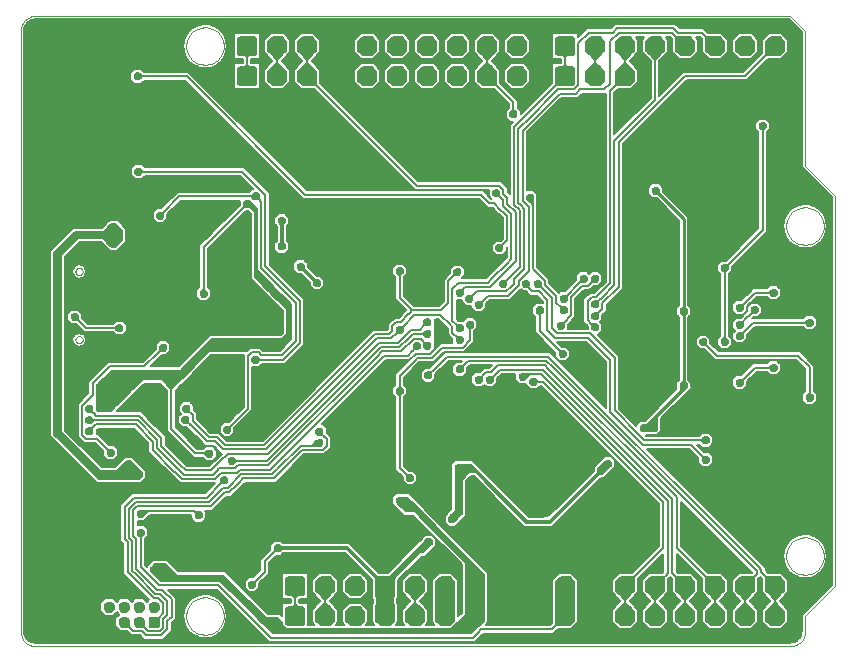
<source format=gbr>
G04 PROTEUS RS274X GERBER FILE*
%FSLAX45Y45*%
%MOMM*%
G01*
%ADD11C,0.190500*%
%ADD10C,0.300000*%
%ADD12C,0.200000*%
%ADD15C,0.400000*%
%ADD13C,0.250000*%
%ADD14C,0.240000*%
%ADD16C,0.609600*%
%AMPPAD012*
4,1,36,
0.323000,-0.450000,
-0.323000,-0.450000,
-0.348970,-0.447470,
-0.372980,-0.440200,
-0.394580,-0.428650,
-0.413290,-0.413290,
-0.428650,-0.394570,
-0.440200,-0.372980,
-0.447470,-0.348970,
-0.450000,-0.323000,
-0.450000,0.323000,
-0.447470,0.348970,
-0.440200,0.372980,
-0.428650,0.394570,
-0.413290,0.413290,
-0.394580,0.428650,
-0.372980,0.440200,
-0.348970,0.447470,
-0.323000,0.450000,
0.323000,0.450000,
0.348970,0.447470,
0.372980,0.440200,
0.394580,0.428650,
0.413290,0.413290,
0.428650,0.394570,
0.440200,0.372980,
0.447470,0.348970,
0.450000,0.323000,
0.450000,-0.323000,
0.447470,-0.348970,
0.440200,-0.372980,
0.428650,-0.394570,
0.413290,-0.413290,
0.394580,-0.428650,
0.372980,-0.440200,
0.348970,-0.447470,
0.323000,-0.450000,
0*%
%ADD20PPAD012*%
%ADD21C,0.900000*%
%AMPPAD014*
4,1,36,
-0.546000,0.800000,
0.546000,0.800000,
0.597930,0.794950,
0.645960,0.780400,
0.689150,0.757300,
0.726580,0.726580,
0.757300,0.689150,
0.780400,0.645960,
0.794950,0.597930,
0.800000,0.546000,
0.800000,-0.546000,
0.794950,-0.597930,
0.780400,-0.645960,
0.757300,-0.689150,
0.726580,-0.726580,
0.689150,-0.757300,
0.645960,-0.780400,
0.597930,-0.794950,
0.546000,-0.800000,
-0.546000,-0.800000,
-0.597930,-0.794950,
-0.645960,-0.780400,
-0.689150,-0.757300,
-0.726580,-0.726580,
-0.757300,-0.689150,
-0.780400,-0.645960,
-0.794950,-0.597930,
-0.800000,-0.546000,
-0.800000,0.546000,
-0.794950,0.597930,
-0.780400,0.645960,
-0.757300,0.689150,
-0.726580,0.726580,
-0.689150,0.757300,
-0.645960,0.780400,
-0.597930,0.794950,
-0.546000,0.800000,
0*%
%ADD22PPAD014*%
%ADD23C,1.600000*%
%AMPPAD028*
4,1,36,
1.050000,0.195200,
1.050000,-0.195200,
1.043940,-0.257520,
1.026490,-0.315160,
0.998770,-0.366980,
0.961890,-0.411890,
0.916980,-0.448760,
0.865160,-0.476480,
0.807520,-0.493930,
0.745200,-0.500000,
-0.745200,-0.500000,
-0.807520,-0.493930,
-0.865160,-0.476480,
-0.916980,-0.448760,
-0.961890,-0.411890,
-0.998770,-0.366980,
-1.026490,-0.315160,
-1.043940,-0.257520,
-1.050000,-0.195200,
-1.050000,0.195200,
-1.043940,0.257520,
-1.026490,0.315160,
-0.998770,0.366980,
-0.961890,0.411890,
-0.916980,0.448760,
-0.865160,0.476480,
-0.807520,0.493930,
-0.745200,0.500000,
0.745200,0.500000,
0.807520,0.493930,
0.865160,0.476480,
0.916980,0.448760,
0.961890,0.411890,
0.998770,0.366980,
1.026490,0.315160,
1.043940,0.257520,
1.050000,0.195200,
0*%
%ADD34PPAD028*%
%AMPPAD029*
4,1,36,
0.900000,0.195200,
0.900000,-0.195200,
0.893940,-0.257520,
0.876490,-0.315160,
0.848770,-0.366980,
0.811890,-0.411890,
0.766980,-0.448760,
0.715160,-0.476480,
0.657520,-0.493930,
0.595200,-0.500000,
-0.595200,-0.500000,
-0.657520,-0.493930,
-0.715160,-0.476480,
-0.766980,-0.448760,
-0.811890,-0.411890,
-0.848770,-0.366980,
-0.876490,-0.315160,
-0.893940,-0.257520,
-0.900000,-0.195200,
-0.900000,0.195200,
-0.893940,0.257520,
-0.876490,0.315160,
-0.848770,0.366980,
-0.811890,0.411890,
-0.766980,0.448760,
-0.715160,0.476480,
-0.657520,0.493930,
-0.595200,0.500000,
0.595200,0.500000,
0.657520,0.493930,
0.715160,0.476480,
0.766980,0.448760,
0.811890,0.411890,
0.848770,0.366980,
0.876490,0.315160,
0.893940,0.257520,
0.900000,0.195200,
0*%
%ADD35PPAD029*%
%ADD65C,0.025400*%
G36*
X+6613525Y+5195165D02*
X+6613525Y+4052165D01*
X+6867525Y+3798165D01*
X+6867525Y+519835D01*
X+6756515Y+408825D01*
X+6756515Y+428758D01*
X+6742008Y+443265D01*
X+6721492Y+443265D01*
X+6706985Y+428758D01*
X+6706985Y+408242D01*
X+6721492Y+393735D01*
X+6741425Y+393735D01*
X+6613525Y+265835D01*
X+6613525Y+128380D01*
X+6611406Y+106608D01*
X+6605773Y+88004D01*
X+6596883Y+71382D01*
X+6585086Y+57013D01*
X+6570720Y+45218D01*
X+6554093Y+36326D01*
X+6535491Y+30694D01*
X+6513720Y+28575D01*
X+128380Y+28575D01*
X+106608Y+30694D01*
X+88002Y+36327D01*
X+71384Y+45215D01*
X+57014Y+57013D01*
X+45217Y+71382D01*
X+36327Y+88004D01*
X+30694Y+106608D01*
X+28575Y+128380D01*
X+28575Y+5205620D01*
X+30694Y+5227391D01*
X+36327Y+5245995D01*
X+45217Y+5262618D01*
X+57014Y+5276986D01*
X+71382Y+5288783D01*
X+88004Y+5297673D01*
X+106608Y+5303306D01*
X+128380Y+5305425D01*
X+6503265Y+5305425D01*
X+6613525Y+5195165D01*
G37*
%LPC*%
G36*
X+6674849Y+945349D02*
X+6689616Y+943450D01*
X+6693082Y+942032D01*
X+6735553Y+924654D01*
X+6738642Y+922256D01*
X+6776794Y+892626D01*
X+6810452Y+845324D01*
X+6811740Y+839896D01*
X+6830218Y+762000D01*
X+6810452Y+678676D01*
X+6807219Y+674132D01*
X+6776794Y+631374D01*
X+6735553Y+599346D01*
X+6727975Y+596245D01*
X+6689616Y+580550D01*
X+6642100Y+574440D01*
X+6594584Y+580550D01*
X+6591118Y+581968D01*
X+6548647Y+599346D01*
X+6545558Y+601744D01*
X+6507406Y+631374D01*
X+6473748Y+678676D01*
X+6472460Y+684104D01*
X+6453982Y+762000D01*
X+6473748Y+845324D01*
X+6476981Y+849868D01*
X+6507406Y+892626D01*
X+6548647Y+924654D01*
X+6556225Y+927755D01*
X+6594584Y+943450D01*
X+6642100Y+949560D01*
X+6674849Y+945349D01*
G37*
G36*
X+6674849Y+3739349D02*
X+6689616Y+3737450D01*
X+6693082Y+3736032D01*
X+6735553Y+3718654D01*
X+6738642Y+3716256D01*
X+6776794Y+3686626D01*
X+6810452Y+3639324D01*
X+6811740Y+3633896D01*
X+6830218Y+3556000D01*
X+6810452Y+3472676D01*
X+6807219Y+3468132D01*
X+6776794Y+3425374D01*
X+6735553Y+3393346D01*
X+6727975Y+3390245D01*
X+6689616Y+3374550D01*
X+6642100Y+3368440D01*
X+6594584Y+3374550D01*
X+6591118Y+3375968D01*
X+6548647Y+3393346D01*
X+6545558Y+3395744D01*
X+6507406Y+3425374D01*
X+6473748Y+3472676D01*
X+6472460Y+3478104D01*
X+6453982Y+3556000D01*
X+6473748Y+3639324D01*
X+6476981Y+3643868D01*
X+6507406Y+3686626D01*
X+6548647Y+3718654D01*
X+6556225Y+3721755D01*
X+6594584Y+3737450D01*
X+6642100Y+3743560D01*
X+6674849Y+3739349D01*
G37*
G36*
X+1594849Y+5263349D02*
X+1609616Y+5261450D01*
X+1613082Y+5260032D01*
X+1655553Y+5242654D01*
X+1658642Y+5240256D01*
X+1696794Y+5210626D01*
X+1730452Y+5163324D01*
X+1731740Y+5157896D01*
X+1750218Y+5080000D01*
X+1730452Y+4996676D01*
X+1727219Y+4992132D01*
X+1696794Y+4949374D01*
X+1655553Y+4917346D01*
X+1647975Y+4914245D01*
X+1609616Y+4898550D01*
X+1562100Y+4892440D01*
X+1514584Y+4898550D01*
X+1511118Y+4899968D01*
X+1468647Y+4917346D01*
X+1465558Y+4919744D01*
X+1427406Y+4949374D01*
X+1393748Y+4996676D01*
X+1392460Y+5002104D01*
X+1373982Y+5080000D01*
X+1393748Y+5163324D01*
X+1396981Y+5167868D01*
X+1427406Y+5210626D01*
X+1468647Y+5242654D01*
X+1476225Y+5245755D01*
X+1514584Y+5261450D01*
X+1562100Y+5267560D01*
X+1594849Y+5263349D01*
G37*
G36*
X+1594849Y+437349D02*
X+1609616Y+435450D01*
X+1613082Y+434032D01*
X+1655553Y+416654D01*
X+1658642Y+414256D01*
X+1696794Y+384626D01*
X+1730452Y+337324D01*
X+1731740Y+331896D01*
X+1750218Y+254000D01*
X+1730452Y+170676D01*
X+1727219Y+166132D01*
X+1696794Y+123374D01*
X+1655553Y+91346D01*
X+1647975Y+88245D01*
X+1609616Y+72550D01*
X+1562100Y+66440D01*
X+1514584Y+72550D01*
X+1511118Y+73968D01*
X+1468647Y+91346D01*
X+1465558Y+93744D01*
X+1427406Y+123374D01*
X+1393748Y+170676D01*
X+1392460Y+176104D01*
X+1373982Y+254000D01*
X+1393748Y+337324D01*
X+1396981Y+341868D01*
X+1427406Y+384626D01*
X+1468647Y+416654D01*
X+1476225Y+419755D01*
X+1514584Y+435450D01*
X+1562100Y+441560D01*
X+1594849Y+437349D01*
G37*
G36*
X+522003Y+3223619D02*
X+522003Y+3223618D01*
X+533283Y+3220033D01*
X+554805Y+3178454D01*
X+554805Y+3164546D01*
X+533283Y+3122967D01*
X+522003Y+3119381D01*
X+495750Y+3111037D01*
X+458217Y+3122967D01*
X+436695Y+3164546D01*
X+436695Y+3178454D01*
X+458217Y+3220033D01*
X+469497Y+3223619D01*
X+495750Y+3231963D01*
X+522003Y+3223619D01*
G37*
G36*
X+522003Y+2645619D02*
X+522003Y+2645618D01*
X+533283Y+2642033D01*
X+554805Y+2600454D01*
X+554805Y+2586546D01*
X+533283Y+2544967D01*
X+522003Y+2541381D01*
X+495750Y+2533037D01*
X+458217Y+2544967D01*
X+436695Y+2586546D01*
X+436695Y+2600454D01*
X+458217Y+2642033D01*
X+469497Y+2645619D01*
X+495750Y+2653963D01*
X+522003Y+2645619D01*
G37*
G36*
X+5580336Y+5229817D02*
X+5782367Y+5229817D01*
X+5819155Y+5193029D01*
X+5933455Y+5193029D01*
X+5993129Y+5133355D01*
X+5993129Y+5026645D01*
X+5933455Y+4966971D01*
X+5826745Y+4966971D01*
X+5767071Y+5026645D01*
X+5767071Y+5140945D01*
X+5751857Y+5156159D01*
X+5716325Y+5156159D01*
X+5739129Y+5133355D01*
X+5739129Y+5026645D01*
X+5679455Y+4966971D01*
X+5572745Y+4966971D01*
X+5513071Y+5026645D01*
X+5513071Y+5140945D01*
X+5497891Y+5156125D01*
X+5462359Y+5156125D01*
X+5485129Y+5133355D01*
X+5485129Y+5026645D01*
X+5408929Y+4950445D01*
X+5408929Y+4660913D01*
X+5610845Y+4862829D01*
X+6118845Y+4862829D01*
X+6275071Y+5019055D01*
X+6275071Y+5133355D01*
X+6334745Y+5193029D01*
X+6441455Y+5193029D01*
X+6501129Y+5133355D01*
X+6501129Y+5026645D01*
X+6441455Y+4966971D01*
X+6327155Y+4966971D01*
X+6149355Y+4789171D01*
X+5641355Y+4789171D01*
X+5101476Y+4249292D01*
X+5101476Y+3025735D01*
X+4963121Y+2887380D01*
X+4963121Y+2839337D01*
X+4926329Y+2802545D01*
X+4926329Y+2764445D01*
X+4907059Y+2745175D01*
X+4926329Y+2725905D01*
X+4926329Y+2669995D01*
X+4892055Y+2635721D01*
X+4886718Y+2635721D01*
X+5067632Y+2454808D01*
X+5067632Y+2010118D01*
X+5213462Y+1864290D01*
X+5213462Y+1874252D01*
X+5247736Y+1908526D01*
X+5285942Y+1908526D01*
X+5551171Y+2173755D01*
X+5551171Y+2232955D01*
X+5574096Y+2255880D01*
X+5574096Y+2782770D01*
X+5551171Y+2805695D01*
X+5551171Y+2861605D01*
X+5574096Y+2884530D01*
X+5574096Y+3603220D01*
X+5385095Y+3792221D01*
X+5350495Y+3792221D01*
X+5316221Y+3826495D01*
X+5316221Y+3882405D01*
X+5350495Y+3916679D01*
X+5406405Y+3916679D01*
X+5440679Y+3882405D01*
X+5440679Y+3847805D01*
X+5652704Y+3635780D01*
X+5652704Y+2884530D01*
X+5675629Y+2861605D01*
X+5675629Y+2805695D01*
X+5652704Y+2782770D01*
X+5652704Y+2255880D01*
X+5675629Y+2232955D01*
X+5675629Y+2198632D01*
X+5681100Y+2185424D01*
X+5675629Y+2179953D01*
X+5675629Y+2177045D01*
X+5426873Y+1928289D01*
X+5426873Y+1818289D01*
X+5392599Y+1784015D01*
X+5293737Y+1784015D01*
X+5297673Y+1780079D01*
X+5746445Y+1780079D01*
X+5771845Y+1805479D01*
X+5827755Y+1805479D01*
X+5862029Y+1771205D01*
X+5862029Y+1715295D01*
X+5827755Y+1681021D01*
X+5771845Y+1681021D01*
X+5746445Y+1706421D01*
X+5725213Y+1706421D01*
X+5789655Y+1641979D01*
X+5827755Y+1641979D01*
X+5862029Y+1607705D01*
X+5862029Y+1551795D01*
X+5827755Y+1517521D01*
X+5771845Y+1517521D01*
X+5737571Y+1551795D01*
X+5737571Y+1589895D01*
X+5657819Y+1669647D01*
X+5440418Y+1669647D01*
X+5440405Y+1669634D01*
X+5301428Y+1669634D01*
X+6308041Y+663021D01*
X+6308041Y+640143D01*
X+6327155Y+621029D01*
X+6441455Y+621029D01*
X+6501129Y+561355D01*
X+6501129Y+454645D01*
X+6427484Y+381000D01*
X+6501129Y+307355D01*
X+6501129Y+200645D01*
X+6441455Y+140971D01*
X+6334745Y+140971D01*
X+6275071Y+200645D01*
X+6275071Y+307355D01*
X+6348716Y+381000D01*
X+6275071Y+454645D01*
X+6275071Y+568945D01*
X+6261100Y+582916D01*
X+6247129Y+568945D01*
X+6247129Y+454645D01*
X+6173484Y+381000D01*
X+6247129Y+307355D01*
X+6247129Y+200645D01*
X+6187455Y+140971D01*
X+6080745Y+140971D01*
X+6021071Y+200645D01*
X+6021071Y+307355D01*
X+6094716Y+381000D01*
X+6021071Y+454645D01*
X+6021071Y+561355D01*
X+6080745Y+621029D01*
X+6193830Y+621029D01*
X+5591756Y+1223103D01*
X+5591756Y+848428D01*
X+5819155Y+621029D01*
X+5933455Y+621029D01*
X+5993129Y+561355D01*
X+5993129Y+454645D01*
X+5919484Y+381000D01*
X+5993129Y+307355D01*
X+5993129Y+200645D01*
X+5933455Y+140971D01*
X+5826745Y+140971D01*
X+5767071Y+200645D01*
X+5767071Y+307355D01*
X+5840716Y+381000D01*
X+5767071Y+454645D01*
X+5767071Y+568945D01*
X+5554979Y+781037D01*
X+5554979Y+631205D01*
X+5565155Y+621029D01*
X+5679455Y+621029D01*
X+5739129Y+561355D01*
X+5739129Y+454645D01*
X+5665484Y+381000D01*
X+5739129Y+307355D01*
X+5739129Y+200645D01*
X+5679455Y+140971D01*
X+5572745Y+140971D01*
X+5513071Y+200645D01*
X+5513071Y+307355D01*
X+5586716Y+381000D01*
X+5513071Y+454645D01*
X+5513071Y+568945D01*
X+5499100Y+582916D01*
X+5485129Y+568945D01*
X+5485129Y+454645D01*
X+5411484Y+381000D01*
X+5485129Y+307355D01*
X+5485129Y+200645D01*
X+5425455Y+140971D01*
X+5318745Y+140971D01*
X+5259071Y+200645D01*
X+5259071Y+307355D01*
X+5332716Y+381000D01*
X+5259071Y+454645D01*
X+5259071Y+561355D01*
X+5318745Y+621029D01*
X+5433045Y+621029D01*
X+5443221Y+631205D01*
X+5443221Y+781037D01*
X+5231129Y+568945D01*
X+5231129Y+454645D01*
X+5157484Y+381000D01*
X+5231129Y+307355D01*
X+5231129Y+200645D01*
X+5171455Y+140971D01*
X+5064745Y+140971D01*
X+5005071Y+200645D01*
X+5005071Y+307355D01*
X+5078716Y+381000D01*
X+5005071Y+454645D01*
X+5005071Y+561355D01*
X+5064745Y+621029D01*
X+5179045Y+621029D01*
X+5406434Y+848418D01*
X+5406434Y+1200510D01*
X+5035429Y+1571515D01*
X+5035429Y+1515745D01*
X+4941802Y+1422118D01*
X+4911444Y+1422118D01*
X+4501772Y+1012446D01*
X+4263528Y+1012446D01*
X+3838453Y+1437521D01*
X+3814205Y+1437521D01*
X+3771779Y+1395095D01*
X+3771779Y+1103495D01*
X+3680355Y+1012071D01*
X+3624445Y+1012071D01*
X+3590171Y+1046345D01*
X+3590171Y+1102255D01*
X+3647321Y+1159405D01*
X+3647321Y+1539905D01*
X+3681595Y+1574179D01*
X+3826405Y+1574179D01*
X+4303530Y+1097054D01*
X+4419556Y+1097054D01*
X+4362450Y+1154160D01*
X+4362450Y+1595390D01*
X+4373610Y+1606550D01*
X+4522740Y+1606550D01*
X+4533900Y+1595390D01*
X+4533900Y+1164226D01*
X+4851618Y+1481944D01*
X+4851618Y+1512302D01*
X+4945245Y+1605929D01*
X+5001015Y+1605929D01*
X+4406673Y+2200271D01*
X+4395505Y+2200271D01*
X+4370105Y+2174871D01*
X+4314195Y+2174871D01*
X+4279921Y+2209145D01*
X+4279921Y+2218037D01*
X+4278030Y+2216146D01*
X+4222120Y+2216146D01*
X+4187846Y+2250420D01*
X+4187846Y+2303686D01*
X+4073470Y+2303686D01*
X+4036079Y+2266295D01*
X+4036079Y+2228195D01*
X+4001805Y+2193921D01*
X+3945895Y+2193921D01*
X+3926625Y+2213191D01*
X+3907355Y+2193921D01*
X+3851445Y+2193921D01*
X+3817171Y+2228195D01*
X+3817171Y+2284105D01*
X+3851445Y+2318379D01*
X+3889545Y+2318379D01*
X+3926276Y+2355110D01*
X+3968697Y+2355110D01*
X+3990800Y+2377213D01*
X+3804647Y+2377213D01*
X+3779979Y+2352545D01*
X+3779979Y+2314445D01*
X+3745705Y+2280171D01*
X+3689795Y+2280171D01*
X+3655521Y+2314445D01*
X+3655521Y+2370355D01*
X+3689795Y+2404629D01*
X+3727895Y+2404629D01*
X+3737280Y+2414014D01*
X+3624748Y+2414014D01*
X+3513279Y+2302545D01*
X+3513279Y+2264445D01*
X+3479005Y+2230171D01*
X+3423095Y+2230171D01*
X+3388821Y+2264445D01*
X+3388821Y+2320355D01*
X+3423095Y+2354629D01*
X+3461195Y+2354629D01*
X+3594238Y+2487672D01*
X+3791641Y+2487672D01*
X+3791642Y+2487673D01*
X+4483389Y+2487673D01*
X+4957196Y+2013866D01*
X+4957196Y+2409090D01*
X+4790533Y+2575753D01*
X+4541531Y+2575753D01*
X+4580905Y+2536379D01*
X+4619005Y+2536379D01*
X+4653279Y+2502105D01*
X+4653279Y+2446195D01*
X+4619005Y+2411921D01*
X+4563095Y+2411921D01*
X+4528821Y+2446195D01*
X+4528821Y+2484295D01*
X+4357371Y+2655745D01*
X+4357371Y+2789045D01*
X+4331971Y+2814445D01*
X+4331971Y+2870355D01*
X+4366245Y+2904629D01*
X+4422155Y+2904629D01*
X+4424850Y+2901934D01*
X+4424850Y+2916376D01*
X+4374235Y+2966991D01*
X+4317575Y+2966991D01*
X+4280845Y+3003721D01*
X+4251445Y+3003721D01*
X+4234922Y+3020244D01*
X+4144861Y+2930183D01*
X+3971117Y+2930183D01*
X+3941904Y+2900970D01*
X+3941904Y+2862870D01*
X+3907630Y+2828596D01*
X+3851720Y+2828596D01*
X+3817446Y+2862870D01*
X+3817446Y+2879371D01*
X+3772345Y+2879371D01*
X+3738071Y+2913645D01*
X+3738071Y+2930171D01*
X+3692435Y+2930171D01*
X+3692435Y+2769799D01*
X+3707605Y+2754629D01*
X+3745705Y+2754629D01*
X+3747525Y+2752809D01*
X+3778695Y+2783979D01*
X+3834605Y+2783979D01*
X+3868879Y+2749705D01*
X+3868879Y+2693795D01*
X+3843479Y+2668395D01*
X+3843479Y+2575993D01*
X+3758301Y+2490815D01*
X+3587284Y+2490815D01*
X+3497497Y+2401028D01*
X+3376040Y+2401028D01*
X+3246279Y+2271267D01*
X+3246279Y+2213005D01*
X+3271679Y+2187605D01*
X+3271679Y+2131695D01*
X+3246279Y+2106295D01*
X+3246279Y+1524605D01*
X+3286305Y+1484579D01*
X+3324405Y+1484579D01*
X+3358679Y+1450305D01*
X+3358679Y+1394395D01*
X+3324405Y+1360121D01*
X+3268495Y+1360121D01*
X+3234221Y+1394395D01*
X+3234221Y+1432495D01*
X+3172621Y+1494095D01*
X+3172621Y+2106295D01*
X+3147221Y+2131695D01*
X+3147221Y+2187605D01*
X+3172621Y+2213005D01*
X+3172621Y+2301777D01*
X+3292115Y+2421271D01*
X+3094283Y+2421271D01*
X+2549891Y+1876879D01*
X+2557405Y+1876879D01*
X+2591679Y+1842605D01*
X+2591679Y+1804505D01*
X+2592556Y+1803627D01*
X+2628454Y+1767729D01*
X+2628454Y+1680017D01*
X+2572562Y+1624125D01*
X+2401176Y+1624125D01*
X+2160477Y+1383426D01*
X+1900626Y+1383426D01*
X+1883557Y+1366357D01*
X+1883557Y+1366275D01*
X+1783730Y+1266448D01*
X+1753219Y+1266448D01*
X+1753196Y+1266471D01*
X+1743395Y+1266471D01*
X+1623785Y+1146861D01*
X+1559473Y+1146861D01*
X+1569879Y+1136455D01*
X+1569879Y+1080545D01*
X+1535605Y+1046271D01*
X+1479695Y+1046271D01*
X+1445421Y+1080545D01*
X+1445421Y+1110118D01*
X+1096925Y+1110118D01*
X+1046125Y+1059318D01*
X+992703Y+1059318D01*
X+992703Y+1023776D01*
X+1046125Y+1023776D01*
X+1080399Y+989502D01*
X+1080399Y+933592D01*
X+1054999Y+908192D01*
X+1054999Y+684728D01*
X+1068971Y+670756D01*
X+1068971Y+674522D01*
X+1122295Y+727846D01*
X+1241705Y+727846D01*
X+1336955Y+632596D01*
X+1730888Y+632596D01*
X+2093055Y+270429D01*
X+2194555Y+270429D01*
X+2211071Y+253913D01*
X+2211071Y+332755D01*
X+2216796Y+338480D01*
X+2216796Y+361304D01*
X+2239620Y+361304D01*
X+2245345Y+367029D01*
X+2283445Y+367029D01*
X+2287271Y+370855D01*
X+2287271Y+391145D01*
X+2283445Y+394971D01*
X+2245345Y+394971D01*
X+2239620Y+400696D01*
X+2216796Y+400696D01*
X+2216796Y+423520D01*
X+2211071Y+429245D01*
X+2211071Y+586755D01*
X+2216796Y+592480D01*
X+2216796Y+615304D01*
X+2239620Y+615304D01*
X+2245345Y+621029D01*
X+2402855Y+621029D01*
X+2408580Y+615304D01*
X+2431404Y+615304D01*
X+2431404Y+592480D01*
X+2437129Y+586755D01*
X+2437129Y+429245D01*
X+2431404Y+423520D01*
X+2431404Y+400696D01*
X+2408580Y+400696D01*
X+2402855Y+394971D01*
X+2364755Y+394971D01*
X+2360929Y+391145D01*
X+2360929Y+370855D01*
X+2364755Y+367029D01*
X+2402855Y+367029D01*
X+2408580Y+361304D01*
X+2431404Y+361304D01*
X+2431404Y+338480D01*
X+2437129Y+332755D01*
X+2437129Y+177870D01*
X+2487846Y+177870D01*
X+2465071Y+200645D01*
X+2465071Y+307355D01*
X+2538716Y+381000D01*
X+2465071Y+454645D01*
X+2465071Y+561355D01*
X+2524745Y+621029D01*
X+2631455Y+621029D01*
X+2691129Y+561355D01*
X+2691129Y+454645D01*
X+2617484Y+381000D01*
X+2691129Y+307355D01*
X+2691129Y+200645D01*
X+2668354Y+177870D01*
X+2741846Y+177870D01*
X+2719071Y+200645D01*
X+2719071Y+307355D01*
X+2778745Y+367029D01*
X+2885455Y+367029D01*
X+2945129Y+307355D01*
X+2945129Y+200645D01*
X+2922354Y+177870D01*
X+2995846Y+177870D01*
X+2973071Y+200645D01*
X+2973071Y+356965D01*
X+2984458Y+368352D01*
X+2984458Y+393616D01*
X+2973071Y+405003D01*
X+2973071Y+561203D01*
X+2749253Y+785021D01*
X+2232198Y+785021D01*
X+2232197Y+785020D01*
X+2224454Y+785020D01*
X+2204530Y+765096D01*
X+2166430Y+765096D01*
X+2102554Y+701220D01*
X+2102554Y+610996D01*
X+2021954Y+530396D01*
X+2021954Y+492295D01*
X+1987680Y+458021D01*
X+1931770Y+458021D01*
X+1897496Y+492295D01*
X+1897496Y+548205D01*
X+1931770Y+582479D01*
X+1969869Y+582479D01*
X+2028896Y+641506D01*
X+2028896Y+731730D01*
X+2114346Y+817180D01*
X+2114346Y+855280D01*
X+2148620Y+889554D01*
X+2204532Y+889554D01*
X+2224455Y+869629D01*
X+2784297Y+869629D01*
X+3032423Y+621503D01*
X+3038051Y+621503D01*
X+3038525Y+621029D01*
X+3108945Y+621029D01*
X+3376987Y+889071D01*
X+3378120Y+890307D01*
X+3378738Y+890822D01*
X+3427595Y+939679D01*
X+3483505Y+939679D01*
X+3517779Y+905405D01*
X+3517779Y+849495D01*
X+3426355Y+758071D01*
X+3400955Y+758071D01*
X+3199129Y+556245D01*
X+3199129Y+410195D01*
X+3187741Y+398807D01*
X+3187741Y+368385D01*
X+3199129Y+356997D01*
X+3199129Y+200645D01*
X+3176354Y+177870D01*
X+3249846Y+177870D01*
X+3227071Y+200645D01*
X+3227071Y+307355D01*
X+3300716Y+381000D01*
X+3227071Y+454645D01*
X+3227071Y+561355D01*
X+3286745Y+621029D01*
X+3393455Y+621029D01*
X+3453129Y+561355D01*
X+3453129Y+454645D01*
X+3379484Y+381000D01*
X+3453129Y+307355D01*
X+3453129Y+200645D01*
X+3430354Y+177870D01*
X+3503846Y+177870D01*
X+3481071Y+200645D01*
X+3481071Y+561355D01*
X+3540745Y+621029D01*
X+3647455Y+621029D01*
X+3707129Y+561355D01*
X+3707129Y+252791D01*
X+3735071Y+280733D01*
X+3735071Y+691675D01*
X+3321195Y+1105551D01*
X+3244995Y+1105551D01*
X+3147221Y+1203325D01*
X+3147221Y+1259235D01*
X+3181495Y+1293509D01*
X+3287039Y+1293509D01*
X+3808729Y+771819D01*
X+3808729Y+771773D01*
X+3961129Y+619373D01*
X+3961129Y+200645D01*
X+3938352Y+177867D01*
X+4481884Y+177867D01*
X+4497071Y+193054D01*
X+4497071Y+561355D01*
X+4556745Y+621029D01*
X+4663455Y+621029D01*
X+4723129Y+561355D01*
X+4723129Y+200645D01*
X+4663455Y+140971D01*
X+4549156Y+140971D01*
X+4512394Y+104209D01*
X+3916649Y+104209D01*
X+3845671Y+33231D01*
X+2105435Y+33231D01*
X+1660174Y+478492D01*
X+1247251Y+478492D01*
X+1315479Y+410265D01*
X+1315479Y+232300D01*
X+1278744Y+195565D01*
X+1278744Y+125760D01*
X+1207760Y+54776D01*
X+1047649Y+54776D01*
X+1010945Y+91480D01*
X+935937Y+91480D01*
X+899144Y+128271D01*
X+841995Y+128271D01*
X+801371Y+168895D01*
X+801371Y+237505D01*
X+830566Y+266700D01*
X+812800Y+284466D01*
X+783605Y+255271D01*
X+714995Y+255271D01*
X+674371Y+295895D01*
X+674371Y+364505D01*
X+714995Y+405129D01*
X+783605Y+405129D01*
X+812800Y+375934D01*
X+841995Y+405129D01*
X+910605Y+405129D01*
X+939800Y+375934D01*
X+968995Y+405129D01*
X+1037605Y+405129D01*
X+1066800Y+375934D01*
X+1085216Y+394350D01*
X+871088Y+608477D01*
X+871088Y+862171D01*
X+845503Y+887756D01*
X+845503Y+950707D01*
X+831578Y+936782D01*
X+811062Y+936782D01*
X+796555Y+951289D01*
X+796555Y+971805D01*
X+811062Y+986312D01*
X+831578Y+986312D01*
X+845503Y+972387D01*
X+845503Y+1195019D01*
X+944546Y+1294062D01*
X+1562761Y+1294062D01*
X+1645490Y+1376791D01*
X+1351369Y+1376791D01*
X+1287609Y+1440551D01*
X+1083051Y+1645068D01*
X+1083051Y+1716219D01*
X+959973Y+1839297D01*
X+655415Y+1839297D01*
X+643883Y+1827765D01*
X+643883Y+1792254D01*
X+660130Y+1792254D01*
X+751855Y+1700529D01*
X+789955Y+1700529D01*
X+824229Y+1666255D01*
X+824229Y+1610345D01*
X+789955Y+1576071D01*
X+734045Y+1576071D01*
X+699771Y+1610345D01*
X+699771Y+1648445D01*
X+629620Y+1718596D01*
X+538508Y+1718596D01*
X+482678Y+1774426D01*
X+482678Y+2051324D01*
X+573762Y+2142408D01*
X+573762Y+2239166D01*
X+740715Y+2406119D01*
X+1034335Y+2406119D01*
X+1145171Y+2516955D01*
X+1145171Y+2555055D01*
X+1179445Y+2589329D01*
X+1235355Y+2589329D01*
X+1269629Y+2555055D01*
X+1269629Y+2499145D01*
X+1235355Y+2464871D01*
X+1197255Y+2464871D01*
X+1101735Y+2369351D01*
X+1339217Y+2369351D01*
X+1605357Y+2635491D01*
X+2201644Y+2635491D01*
X+2220206Y+2654053D01*
X+2220206Y+2835060D01*
X+1947209Y+3108057D01*
X+1947209Y+3120757D01*
X+1947200Y+3120766D01*
X+1947200Y+3171566D01*
X+1947177Y+3171589D01*
X+1947177Y+3236099D01*
X+1947209Y+3236131D01*
X+1947209Y+3659115D01*
X+1922253Y+3684071D01*
X+1910375Y+3684071D01*
X+1588854Y+3362550D01*
X+1588854Y+3037180D01*
X+1613779Y+3012255D01*
X+1613779Y+2956345D01*
X+1579505Y+2922071D01*
X+1523595Y+2922071D01*
X+1489321Y+2956345D01*
X+1489321Y+3012255D01*
X+1514246Y+3037180D01*
X+1514246Y+3393450D01*
X+1857621Y+3736825D01*
X+1857621Y+3771658D01*
X+1361042Y+3771658D01*
X+1244229Y+3654845D01*
X+1244229Y+3616745D01*
X+1209955Y+3582471D01*
X+1154045Y+3582471D01*
X+1119771Y+3616745D01*
X+1119771Y+3672655D01*
X+1154045Y+3706929D01*
X+1192145Y+3706929D01*
X+1330532Y+3845316D01*
X+1937758Y+3845316D01*
X+1963158Y+3870716D01*
X+1966928Y+3870716D01*
X+1857573Y+3980071D01*
X+1050305Y+3980071D01*
X+1024905Y+3954671D01*
X+968995Y+3954671D01*
X+934721Y+3988945D01*
X+934721Y+4044855D01*
X+968995Y+4079129D01*
X+1024905Y+4079129D01*
X+1050305Y+4053729D01*
X+1888083Y+4053729D01*
X+2109765Y+3832047D01*
X+2109765Y+3229908D01*
X+2402682Y+2936991D01*
X+2402682Y+2551421D01*
X+2240132Y+2388871D01*
X+2040905Y+2388871D01*
X+2015505Y+2363471D01*
X+1962242Y+2363471D01*
X+1962242Y+1995458D01*
X+1810629Y+1843845D01*
X+1810629Y+1805745D01*
X+1776355Y+1771471D01*
X+1720445Y+1771471D01*
X+1686171Y+1805745D01*
X+1686171Y+1861655D01*
X+1720445Y+1895929D01*
X+1758545Y+1895929D01*
X+1888584Y+2025968D01*
X+1888584Y+2464871D01*
X+1830952Y+2464871D01*
X+1843565Y+2452258D01*
X+1843565Y+2431742D01*
X+1829058Y+2417235D01*
X+1808542Y+2417235D01*
X+1794035Y+2431742D01*
X+1794035Y+2452258D01*
X+1806648Y+2464871D01*
X+1615106Y+2464871D01*
X+1312372Y+2162137D01*
X+1312372Y+1851833D01*
X+1496084Y+1668121D01*
X+1545377Y+1668121D01*
X+1569995Y+1692739D01*
X+1625905Y+1692739D01*
X+1660179Y+1658465D01*
X+1660179Y+1602555D01*
X+1625905Y+1568281D01*
X+1569995Y+1568281D01*
X+1544763Y+1593513D01*
X+1465184Y+1593513D01*
X+1237764Y+1820933D01*
X+1237764Y+2162137D01*
X+1178621Y+2221280D01*
X+1048597Y+2221280D01*
X+813797Y+1986480D01*
X+1020904Y+1986480D01*
X+1230279Y+1777105D01*
X+1230279Y+1706003D01*
X+1323996Y+1612286D01*
X+1324038Y+1612286D01*
X+1412316Y+1524008D01*
X+1598073Y+1524008D01*
X+1703508Y+1629443D01*
X+1699218Y+1629443D01*
X+1630736Y+1697925D01*
X+1561309Y+1697925D01*
X+1404894Y+1854338D01*
X+1366795Y+1854338D01*
X+1332521Y+1888612D01*
X+1332521Y+1944522D01*
X+1355782Y+1967784D01*
X+1342621Y+1980945D01*
X+1342621Y+2036855D01*
X+1376895Y+2071129D01*
X+1432805Y+2071129D01*
X+1467079Y+2036855D01*
X+1467079Y+1998755D01*
X+1493782Y+1972052D01*
X+1493782Y+1921658D01*
X+1607061Y+1808379D01*
X+1676450Y+1808379D01*
X+1707350Y+1777479D01*
X+1707353Y+1777479D01*
X+1744935Y+1739897D01*
X+1918647Y+1739897D01*
X+1904635Y+1753909D01*
X+1904635Y+1774425D01*
X+1919142Y+1788932D01*
X+1939658Y+1788932D01*
X+1954165Y+1774425D01*
X+1954165Y+1753909D01*
X+1940153Y+1739897D01*
X+2048741Y+1739897D01*
X+2987592Y+2678748D01*
X+3103736Y+2678748D01*
X+3110475Y+2685487D01*
X+3110475Y+2723515D01*
X+3166305Y+2779345D01*
X+3204323Y+2779345D01*
X+3266312Y+2841334D01*
X+3172621Y+2935025D01*
X+3172621Y+3122295D01*
X+3147221Y+3147695D01*
X+3147221Y+3203605D01*
X+3181495Y+3237879D01*
X+3237405Y+3237879D01*
X+3271679Y+3203605D01*
X+3271679Y+3147695D01*
X+3246279Y+3122295D01*
X+3246279Y+2965535D01*
X+3333651Y+2878163D01*
X+3541371Y+2878163D01*
X+3581983Y+2918775D01*
X+3581983Y+3103217D01*
X+3636470Y+3157704D01*
X+3636470Y+3195805D01*
X+3670744Y+3230079D01*
X+3726654Y+3230079D01*
X+3760928Y+3195805D01*
X+3760928Y+3139895D01*
X+3735090Y+3114057D01*
X+3940555Y+3114057D01*
X+3958462Y+3131964D01*
X+3958462Y+3131971D01*
X+4117428Y+3290937D01*
X+4117428Y+3382094D01*
X+4116229Y+3380895D01*
X+4116229Y+3342795D01*
X+4081955Y+3308521D01*
X+4026045Y+3308521D01*
X+3991771Y+3342795D01*
X+3991771Y+3398705D01*
X+4026045Y+3432979D01*
X+4064145Y+3432979D01*
X+4080671Y+3449505D01*
X+4080671Y+3623863D01*
X+3993347Y+3711187D01*
X+3955265Y+3711187D01*
X+3881902Y+3784550D01*
X+2392867Y+3784550D01*
X+1390896Y+4786521D01*
X+1043955Y+4786521D01*
X+1018555Y+4761121D01*
X+962645Y+4761121D01*
X+928371Y+4795395D01*
X+928371Y+4851305D01*
X+962645Y+4885579D01*
X+1018555Y+4885579D01*
X+1043955Y+4860179D01*
X+1421406Y+4860179D01*
X+2423377Y+3858208D01*
X+3912412Y+3858208D01*
X+3985775Y+3784845D01*
X+3986407Y+3784845D01*
X+3963739Y+3807513D01*
X+3963739Y+3860813D01*
X+3338803Y+3860813D01*
X+2486645Y+4712971D01*
X+2372345Y+4712971D01*
X+2312671Y+4772645D01*
X+2312671Y+4879355D01*
X+2386316Y+4953000D01*
X+2312671Y+5026645D01*
X+2312671Y+5133355D01*
X+2372345Y+5193029D01*
X+2479055Y+5193029D01*
X+2538729Y+5133355D01*
X+2538729Y+5026645D01*
X+2465084Y+4953000D01*
X+2538729Y+4879355D01*
X+2538729Y+4765055D01*
X+3369313Y+3934471D01*
X+4069161Y+3934471D01*
X+4124986Y+3878646D01*
X+4124986Y+3840562D01*
X+4141981Y+3823567D01*
X+4141981Y+4409965D01*
X+4171937Y+4439921D01*
X+4143995Y+4439921D01*
X+4109721Y+4474195D01*
X+4109721Y+4530105D01*
X+4135121Y+4555505D01*
X+4135121Y+4588495D01*
X+4010645Y+4712971D01*
X+3896345Y+4712971D01*
X+3836671Y+4772645D01*
X+3836671Y+4879355D01*
X+3910316Y+4953000D01*
X+3836671Y+5026645D01*
X+3836671Y+5133355D01*
X+3896345Y+5193029D01*
X+4003055Y+5193029D01*
X+4062729Y+5133355D01*
X+4062729Y+5026645D01*
X+3989084Y+4953000D01*
X+4062729Y+4879355D01*
X+4062729Y+4765055D01*
X+4208779Y+4619005D01*
X+4208779Y+4555505D01*
X+4234179Y+4530105D01*
X+4234179Y+4502163D01*
X+4497071Y+4765055D01*
X+4497071Y+4904755D01*
X+4502796Y+4910480D01*
X+4502796Y+4933304D01*
X+4525620Y+4933304D01*
X+4531345Y+4939029D01*
X+4573271Y+4939029D01*
X+4573271Y+4966971D01*
X+4531345Y+4966971D01*
X+4525620Y+4972696D01*
X+4502796Y+4972696D01*
X+4502796Y+4995520D01*
X+4497071Y+5001245D01*
X+4497071Y+5158755D01*
X+4502796Y+5164480D01*
X+4502796Y+5187304D01*
X+4525620Y+5187304D01*
X+4531345Y+5193029D01*
X+4688855Y+5193029D01*
X+4694580Y+5187304D01*
X+4717404Y+5187304D01*
X+4717404Y+5164480D01*
X+4723129Y+5158755D01*
X+4723129Y+5157414D01*
X+4795522Y+5229807D01*
X+4997551Y+5229807D01*
X+5034276Y+5266532D01*
X+5543621Y+5266532D01*
X+5580336Y+5229817D01*
G37*
G36*
X+821355Y+3605329D02*
X+893729Y+3532955D01*
X+893729Y+3419895D01*
X+815005Y+3341171D01*
X+759094Y+3341171D01*
X+725437Y+3374830D01*
X+724821Y+3375077D01*
X+724821Y+3375446D01*
X+682896Y+3417371D01*
X+502682Y+3417371D01*
X+380716Y+3295405D01*
X+380716Y+1823785D01*
X+689255Y+1515246D01*
X+798445Y+1515246D01*
X+887345Y+1604146D01*
X+943255Y+1604146D01*
X+1066429Y+1480972D01*
X+1066429Y+1425060D01*
X+1032359Y+1390993D01*
X+1032523Y+1390788D01*
X+1032154Y+1390788D01*
X+1018132Y+1376766D01*
X+648198Y+1376766D01*
X+249821Y+1775144D01*
X+249821Y+3346242D01*
X+445408Y+3541829D01*
X+689246Y+3541829D01*
X+724821Y+3577404D01*
X+724821Y+3577773D01*
X+725437Y+3578020D01*
X+734505Y+3587088D01*
X+759092Y+3611679D01*
X+815005Y+3611679D01*
X+821355Y+3605329D01*
G37*
G36*
X+788825Y+219572D02*
X+788825Y+186828D01*
X+765672Y+163675D01*
X+732928Y+163675D01*
X+709775Y+186828D01*
X+709775Y+219572D01*
X+732928Y+242725D01*
X+765672Y+242725D01*
X+788825Y+219572D01*
G37*
G36*
X+4807075Y+484379D02*
X+4807075Y+531621D01*
X+4840479Y+565025D01*
X+4887721Y+565025D01*
X+4921125Y+531621D01*
X+4921125Y+484379D01*
X+4887721Y+450975D01*
X+4840479Y+450975D01*
X+4807075Y+484379D01*
G37*
G36*
X+4807075Y+230379D02*
X+4807075Y+277621D01*
X+4840479Y+311025D01*
X+4887721Y+311025D01*
X+4921125Y+277621D01*
X+4921125Y+230379D01*
X+4887721Y+196975D01*
X+4840479Y+196975D01*
X+4807075Y+230379D01*
G37*
G36*
X+2896242Y+610242D02*
X+2945129Y+561355D01*
X+2945129Y+454645D01*
X+2885455Y+394971D01*
X+2778745Y+394971D01*
X+2719071Y+454645D01*
X+2719071Y+561355D01*
X+2778745Y+621029D01*
X+2885455Y+621029D01*
X+2896242Y+610242D01*
G37*
G36*
X+4045075Y+484379D02*
X+4045075Y+531621D01*
X+4078479Y+565025D01*
X+4125721Y+565025D01*
X+4159125Y+531621D01*
X+4159125Y+484379D01*
X+4125721Y+450975D01*
X+4078479Y+450975D01*
X+4045075Y+484379D01*
G37*
G36*
X+4299075Y+484379D02*
X+4299075Y+531621D01*
X+4332479Y+565025D01*
X+4379721Y+565025D01*
X+4413125Y+531621D01*
X+4413125Y+484379D01*
X+4379721Y+450975D01*
X+4332479Y+450975D01*
X+4299075Y+484379D01*
G37*
G36*
X+4045075Y+230379D02*
X+4045075Y+277621D01*
X+4078479Y+311025D01*
X+4125721Y+311025D01*
X+4159125Y+277621D01*
X+4159125Y+230379D01*
X+4125721Y+196975D01*
X+4078479Y+196975D01*
X+4045075Y+230379D01*
G37*
G36*
X+4299075Y+230379D02*
X+4299075Y+277621D01*
X+4332479Y+311025D01*
X+4379721Y+311025D01*
X+4413125Y+277621D01*
X+4413125Y+230379D01*
X+4379721Y+196975D01*
X+4332479Y+196975D01*
X+4299075Y+230379D01*
G37*
G36*
X+2002180Y+5187304D02*
X+2025004Y+5187304D01*
X+2025004Y+5164480D01*
X+2030729Y+5158755D01*
X+2030729Y+5001245D01*
X+2025004Y+4995520D01*
X+2025004Y+4972696D01*
X+2002180Y+4972696D01*
X+1996455Y+4966971D01*
X+1954529Y+4966971D01*
X+1954529Y+4939029D01*
X+1996455Y+4939029D01*
X+2002180Y+4933304D01*
X+2025004Y+4933304D01*
X+2025004Y+4910480D01*
X+2030729Y+4904755D01*
X+2030729Y+4747245D01*
X+2025004Y+4741520D01*
X+2025004Y+4718696D01*
X+2002180Y+4718696D01*
X+1996455Y+4712971D01*
X+1838945Y+4712971D01*
X+1833220Y+4718696D01*
X+1810396Y+4718696D01*
X+1810396Y+4741520D01*
X+1804671Y+4747245D01*
X+1804671Y+4904755D01*
X+1810396Y+4910480D01*
X+1810396Y+4933304D01*
X+1833220Y+4933304D01*
X+1838945Y+4939029D01*
X+1880871Y+4939029D01*
X+1880871Y+4966971D01*
X+1838945Y+4966971D01*
X+1833220Y+4972696D01*
X+1810396Y+4972696D01*
X+1810396Y+4995520D01*
X+1804671Y+5001245D01*
X+1804671Y+5158755D01*
X+1810396Y+5164480D01*
X+1810396Y+5187304D01*
X+1833220Y+5187304D01*
X+1838945Y+5193029D01*
X+1996455Y+5193029D01*
X+2002180Y+5187304D01*
G37*
G36*
X+2235842Y+5182242D02*
X+2284729Y+5133355D01*
X+2284729Y+5026645D01*
X+2211084Y+4953000D01*
X+2284729Y+4879355D01*
X+2284729Y+4772645D01*
X+2225055Y+4712971D01*
X+2118345Y+4712971D01*
X+2058671Y+4772645D01*
X+2058671Y+4879355D01*
X+2132316Y+4953000D01*
X+2058671Y+5026645D01*
X+2058671Y+5133355D01*
X+2118345Y+5193029D01*
X+2225055Y+5193029D01*
X+2235842Y+5182242D01*
G37*
G36*
X+2622675Y+5056379D02*
X+2622675Y+5103621D01*
X+2656079Y+5137025D01*
X+2703321Y+5137025D01*
X+2736725Y+5103621D01*
X+2736725Y+5056379D01*
X+2703321Y+5022975D01*
X+2656079Y+5022975D01*
X+2622675Y+5056379D01*
G37*
G36*
X+2997842Y+5182242D02*
X+3046729Y+5133355D01*
X+3046729Y+5026645D01*
X+2987055Y+4966971D01*
X+2880345Y+4966971D01*
X+2820671Y+5026645D01*
X+2820671Y+5133355D01*
X+2880345Y+5193029D01*
X+2987055Y+5193029D01*
X+2997842Y+5182242D01*
G37*
G36*
X+3251842Y+5182242D02*
X+3300729Y+5133355D01*
X+3300729Y+5026645D01*
X+3241055Y+4966971D01*
X+3134345Y+4966971D01*
X+3074671Y+5026645D01*
X+3074671Y+5133355D01*
X+3134345Y+5193029D01*
X+3241055Y+5193029D01*
X+3251842Y+5182242D01*
G37*
G36*
X+3505842Y+5182242D02*
X+3554729Y+5133355D01*
X+3554729Y+5026645D01*
X+3495055Y+4966971D01*
X+3388345Y+4966971D01*
X+3328671Y+5026645D01*
X+3328671Y+5133355D01*
X+3388345Y+5193029D01*
X+3495055Y+5193029D01*
X+3505842Y+5182242D01*
G37*
G36*
X+3759842Y+5182242D02*
X+3808729Y+5133355D01*
X+3808729Y+5026645D01*
X+3749055Y+4966971D01*
X+3642345Y+4966971D01*
X+3582671Y+5026645D01*
X+3582671Y+5133355D01*
X+3642345Y+5193029D01*
X+3749055Y+5193029D01*
X+3759842Y+5182242D01*
G37*
G36*
X+4267842Y+5182242D02*
X+4316729Y+5133355D01*
X+4316729Y+5026645D01*
X+4257055Y+4966971D01*
X+4150345Y+4966971D01*
X+4090671Y+5026645D01*
X+4090671Y+5133355D01*
X+4150345Y+5193029D01*
X+4257055Y+5193029D01*
X+4267842Y+5182242D01*
G37*
G36*
X+2622675Y+4802379D02*
X+2622675Y+4849621D01*
X+2656079Y+4883025D01*
X+2703321Y+4883025D01*
X+2736725Y+4849621D01*
X+2736725Y+4802379D01*
X+2703321Y+4768975D01*
X+2656079Y+4768975D01*
X+2622675Y+4802379D01*
G37*
G36*
X+2997842Y+4928242D02*
X+3046729Y+4879355D01*
X+3046729Y+4772645D01*
X+2987055Y+4712971D01*
X+2880345Y+4712971D01*
X+2820671Y+4772645D01*
X+2820671Y+4879355D01*
X+2880345Y+4939029D01*
X+2987055Y+4939029D01*
X+2997842Y+4928242D01*
G37*
G36*
X+3251842Y+4928242D02*
X+3300729Y+4879355D01*
X+3300729Y+4772645D01*
X+3241055Y+4712971D01*
X+3134345Y+4712971D01*
X+3074671Y+4772645D01*
X+3074671Y+4879355D01*
X+3134345Y+4939029D01*
X+3241055Y+4939029D01*
X+3251842Y+4928242D01*
G37*
G36*
X+3505842Y+4928242D02*
X+3554729Y+4879355D01*
X+3554729Y+4772645D01*
X+3495055Y+4712971D01*
X+3388345Y+4712971D01*
X+3328671Y+4772645D01*
X+3328671Y+4879355D01*
X+3388345Y+4939029D01*
X+3495055Y+4939029D01*
X+3505842Y+4928242D01*
G37*
G36*
X+3759842Y+4928242D02*
X+3808729Y+4879355D01*
X+3808729Y+4772645D01*
X+3749055Y+4712971D01*
X+3642345Y+4712971D01*
X+3582671Y+4772645D01*
X+3582671Y+4879355D01*
X+3642345Y+4939029D01*
X+3749055Y+4939029D01*
X+3759842Y+4928242D01*
G37*
G36*
X+4267842Y+4928242D02*
X+4316729Y+4879355D01*
X+4316729Y+4772645D01*
X+4257055Y+4712971D01*
X+4150345Y+4712971D01*
X+4090671Y+4772645D01*
X+4090671Y+4879355D01*
X+4150345Y+4939029D01*
X+4257055Y+4939029D01*
X+4267842Y+4928242D01*
G37*
G36*
X+6198242Y+5182242D02*
X+6247129Y+5133355D01*
X+6247129Y+5026645D01*
X+6187455Y+4966971D01*
X+6080745Y+4966971D01*
X+6021071Y+5026645D01*
X+6021071Y+5133355D01*
X+6080745Y+5193029D01*
X+6187455Y+5193029D01*
X+6198242Y+5182242D01*
G37*
G36*
X+531284Y+2485425D02*
X+560216Y+2485425D01*
X+580675Y+2464966D01*
X+580675Y+2436034D01*
X+560216Y+2415575D01*
X+531284Y+2415575D01*
X+510825Y+2436034D01*
X+510825Y+2464966D01*
X+531284Y+2485425D01*
G37*
G36*
X+531284Y+3349425D02*
X+560216Y+3349425D01*
X+580675Y+3328966D01*
X+580675Y+3300034D01*
X+560216Y+3279575D01*
X+531284Y+3279575D01*
X+510825Y+3300034D01*
X+510825Y+3328966D01*
X+531284Y+3349425D01*
G37*
G36*
X+113284Y+2485425D02*
X+142216Y+2485425D01*
X+162675Y+2464966D01*
X+162675Y+2436034D01*
X+142216Y+2415575D01*
X+113284Y+2415575D01*
X+92825Y+2436034D01*
X+92825Y+2464966D01*
X+113284Y+2485425D01*
G37*
G36*
X+113284Y+3349425D02*
X+142216Y+3349425D01*
X+162675Y+3328966D01*
X+162675Y+3300034D01*
X+142216Y+3279575D01*
X+113284Y+3279575D01*
X+92825Y+3300034D01*
X+92825Y+3328966D01*
X+113284Y+3349425D01*
G37*
G36*
X+492405Y+2843329D02*
X+520329Y+2815405D01*
X+520329Y+2777305D01*
X+568605Y+2729029D01*
X+784495Y+2729029D01*
X+809895Y+2754429D01*
X+865805Y+2754429D01*
X+900079Y+2720155D01*
X+900079Y+2664245D01*
X+865805Y+2629971D01*
X+809895Y+2629971D01*
X+784495Y+2655371D01*
X+538095Y+2655371D01*
X+468245Y+2725221D01*
X+430145Y+2725221D01*
X+395871Y+2759495D01*
X+395871Y+2815405D01*
X+430145Y+2849679D01*
X+486055Y+2849679D01*
X+492405Y+2843329D01*
G37*
G36*
X+719105Y+3023572D02*
X+719105Y+3044088D01*
X+733612Y+3058595D01*
X+754128Y+3058595D01*
X+768635Y+3044088D01*
X+768635Y+3023572D01*
X+754128Y+3009065D01*
X+733612Y+3009065D01*
X+719105Y+3023572D01*
G37*
G36*
X+1182635Y+3139142D02*
X+1182635Y+3159658D01*
X+1197142Y+3174165D01*
X+1217658Y+3174165D01*
X+1232165Y+3159658D01*
X+1232165Y+3139142D01*
X+1217658Y+3124635D01*
X+1197142Y+3124635D01*
X+1182635Y+3139142D01*
G37*
G36*
X+1182635Y+2681942D02*
X+1182635Y+2702458D01*
X+1197142Y+2716965D01*
X+1217658Y+2716965D01*
X+1232165Y+2702458D01*
X+1232165Y+2681942D01*
X+1217658Y+2667435D01*
X+1197142Y+2667435D01*
X+1182635Y+2681942D01*
G37*
G36*
X+1808185Y+3279242D02*
X+1808185Y+3299758D01*
X+1822692Y+3314265D01*
X+1843208Y+3314265D01*
X+1857715Y+3299758D01*
X+1857715Y+3279242D01*
X+1843208Y+3264735D01*
X+1822692Y+3264735D01*
X+1808185Y+3279242D01*
G37*
G36*
X+1719285Y+3368142D02*
X+1719285Y+3388658D01*
X+1733792Y+3403165D01*
X+1754308Y+3403165D01*
X+1768815Y+3388658D01*
X+1768815Y+3368142D01*
X+1754308Y+3353635D01*
X+1733792Y+3353635D01*
X+1719285Y+3368142D01*
G37*
G36*
X+1897085Y+3368142D02*
X+1897085Y+3388658D01*
X+1911592Y+3403165D01*
X+1932108Y+3403165D01*
X+1946615Y+3388658D01*
X+1946615Y+3368142D01*
X+1932108Y+3353635D01*
X+1911592Y+3353635D01*
X+1897085Y+3368142D01*
G37*
G36*
X+1897085Y+3190342D02*
X+1897085Y+3210858D01*
X+1911592Y+3225365D01*
X+1932108Y+3225365D01*
X+1946615Y+3210858D01*
X+1946615Y+3190342D01*
X+1932108Y+3175835D01*
X+1911592Y+3175835D01*
X+1897085Y+3190342D01*
G37*
G36*
X+1719285Y+3190342D02*
X+1719285Y+3210858D01*
X+1733792Y+3225365D01*
X+1754308Y+3225365D01*
X+1768815Y+3210858D01*
X+1768815Y+3190342D01*
X+1754308Y+3175835D01*
X+1733792Y+3175835D01*
X+1719285Y+3190342D01*
G37*
G36*
X+2248542Y+3651892D02*
X+2272029Y+3628405D01*
X+2272029Y+3572495D01*
X+2252104Y+3552570D01*
X+2252104Y+3432430D01*
X+2272029Y+3412505D01*
X+2272029Y+3356595D01*
X+2237755Y+3322321D01*
X+2181845Y+3322321D01*
X+2147571Y+3356595D01*
X+2147571Y+3412505D01*
X+2167496Y+3432430D01*
X+2167496Y+3552570D01*
X+2147571Y+3572495D01*
X+2147571Y+3628405D01*
X+2181845Y+3662679D01*
X+2237755Y+3662679D01*
X+2248542Y+3651892D01*
G37*
G36*
X+1582685Y+3539192D02*
X+1582685Y+3559708D01*
X+1597192Y+3574215D01*
X+1617708Y+3574215D01*
X+1632215Y+3559708D01*
X+1632215Y+3539192D01*
X+1617708Y+3524685D01*
X+1597192Y+3524685D01*
X+1582685Y+3539192D01*
G37*
G36*
X+3659385Y+3622092D02*
X+3659385Y+3642608D01*
X+3673892Y+3657115D01*
X+3694408Y+3657115D01*
X+3708915Y+3642608D01*
X+3708915Y+3622092D01*
X+3694408Y+3607585D01*
X+3673892Y+3607585D01*
X+3659385Y+3622092D01*
G37*
G36*
X+4009385Y+3622092D02*
X+4009385Y+3642608D01*
X+4023892Y+3657115D01*
X+4044408Y+3657115D01*
X+4058915Y+3642608D01*
X+4058915Y+3622092D01*
X+4044408Y+3607585D01*
X+4023892Y+3607585D01*
X+4009385Y+3622092D01*
G37*
G36*
X+2411505Y+3263229D02*
X+2433079Y+3241655D01*
X+2433079Y+3211297D01*
X+2508147Y+3136229D01*
X+2538505Y+3136229D01*
X+2572779Y+3101955D01*
X+2572779Y+3046045D01*
X+2538505Y+3011771D01*
X+2482595Y+3011771D01*
X+2448321Y+3046045D01*
X+2448321Y+3076403D01*
X+2373253Y+3151471D01*
X+2342895Y+3151471D01*
X+2308621Y+3185745D01*
X+2308621Y+3241655D01*
X+2342895Y+3275929D01*
X+2398805Y+3275929D01*
X+2411505Y+3263229D01*
G37*
G36*
X+2339585Y+2420342D02*
X+2339585Y+2440858D01*
X+2354092Y+2455365D01*
X+2374608Y+2455365D01*
X+2389115Y+2440858D01*
X+2389115Y+2420342D01*
X+2374608Y+2405835D01*
X+2354092Y+2405835D01*
X+2339585Y+2420342D01*
G37*
G36*
X+2339585Y+2229842D02*
X+2339585Y+2250358D01*
X+2354092Y+2264865D01*
X+2374608Y+2264865D01*
X+2389115Y+2250358D01*
X+2389115Y+2229842D01*
X+2374608Y+2215335D01*
X+2354092Y+2215335D01*
X+2339585Y+2229842D01*
G37*
G36*
X+3088485Y+2832142D02*
X+3088485Y+2852658D01*
X+3102992Y+2867165D01*
X+3123508Y+2867165D01*
X+3138015Y+2852658D01*
X+3138015Y+2832142D01*
X+3123508Y+2817635D01*
X+3102992Y+2817635D01*
X+3088485Y+2832142D01*
G37*
G36*
X+3419935Y+2935342D02*
X+3419935Y+2955858D01*
X+3434442Y+2970365D01*
X+3454958Y+2970365D01*
X+3469465Y+2955858D01*
X+3469465Y+2935342D01*
X+3454958Y+2920835D01*
X+3434442Y+2920835D01*
X+3419935Y+2935342D01*
G37*
G36*
X+1759235Y+2182142D02*
X+1759235Y+2202658D01*
X+1773742Y+2217165D01*
X+1794258Y+2217165D01*
X+1808765Y+2202658D01*
X+1808765Y+2182142D01*
X+1794258Y+2167635D01*
X+1773742Y+2167635D01*
X+1759235Y+2182142D01*
G37*
G36*
X+1632235Y+2055142D02*
X+1632235Y+2075658D01*
X+1646742Y+2090165D01*
X+1667258Y+2090165D01*
X+1681765Y+2075658D01*
X+1681765Y+2055142D01*
X+1667258Y+2040635D01*
X+1646742Y+2040635D01*
X+1632235Y+2055142D01*
G37*
G36*
X+1759235Y+2055142D02*
X+1759235Y+2075658D01*
X+1773742Y+2090165D01*
X+1794258Y+2090165D01*
X+1808765Y+2075658D01*
X+1808765Y+2055142D01*
X+1794258Y+2040635D01*
X+1773742Y+2040635D01*
X+1759235Y+2055142D01*
G37*
G36*
X+1695735Y+2118642D02*
X+1695735Y+2139158D01*
X+1710242Y+2153665D01*
X+1730758Y+2153665D01*
X+1745265Y+2139158D01*
X+1745265Y+2118642D01*
X+1730758Y+2104135D01*
X+1710242Y+2104135D01*
X+1695735Y+2118642D01*
G37*
G36*
X+1055635Y+2185709D02*
X+1055635Y+2206225D01*
X+1070142Y+2220732D01*
X+1090658Y+2220732D01*
X+1105165Y+2206225D01*
X+1105165Y+2185709D01*
X+1090658Y+2171202D01*
X+1070142Y+2171202D01*
X+1055635Y+2185709D01*
G37*
G36*
X+1632235Y+2182142D02*
X+1632235Y+2202658D01*
X+1646742Y+2217165D01*
X+1667258Y+2217165D01*
X+1681765Y+2202658D01*
X+1681765Y+2182142D01*
X+1667258Y+2167635D01*
X+1646742Y+2167635D01*
X+1632235Y+2182142D01*
G37*
G36*
X+6320842Y+4456042D02*
X+6344329Y+4432555D01*
X+6344329Y+4376645D01*
X+6318929Y+4351245D01*
X+6318929Y+3506395D01*
X+6024629Y+3212095D01*
X+6024629Y+3173995D01*
X+5999292Y+3148658D01*
X+5999292Y+2629649D01*
X+6024842Y+2604099D01*
X+6024842Y+2548189D01*
X+5990568Y+2513915D01*
X+5934658Y+2513915D01*
X+5900384Y+2548189D01*
X+5900384Y+2604099D01*
X+5925571Y+2629286D01*
X+5925571Y+2629499D01*
X+5925634Y+2629562D01*
X+5925634Y+3148532D01*
X+5900171Y+3173995D01*
X+5900171Y+3229905D01*
X+5934445Y+3264179D01*
X+5972545Y+3264179D01*
X+6245271Y+3536905D01*
X+6245271Y+4351245D01*
X+6219871Y+4376645D01*
X+6219871Y+4432555D01*
X+6254145Y+4466829D01*
X+6310055Y+4466829D01*
X+6320842Y+4456042D01*
G37*
G36*
X+6414142Y+3043842D02*
X+6437629Y+3020355D01*
X+6437629Y+2964445D01*
X+6403355Y+2930171D01*
X+6347445Y+2930171D01*
X+6322045Y+2955571D01*
X+6231655Y+2955571D01*
X+6151629Y+2875545D01*
X+6151629Y+2837445D01*
X+6117355Y+2803171D01*
X+6061445Y+2803171D01*
X+6027171Y+2837445D01*
X+6027171Y+2893355D01*
X+6061445Y+2927629D01*
X+6099545Y+2927629D01*
X+6201145Y+3029229D01*
X+6322045Y+3029229D01*
X+6347445Y+3054629D01*
X+6403355Y+3054629D01*
X+6414142Y+3043842D01*
G37*
G36*
X+6414142Y+2408842D02*
X+6437629Y+2385355D01*
X+6437629Y+2329445D01*
X+6403355Y+2295171D01*
X+6347445Y+2295171D01*
X+6322045Y+2320571D01*
X+6231655Y+2320571D01*
X+6151629Y+2240545D01*
X+6151629Y+2202445D01*
X+6117355Y+2168171D01*
X+6061445Y+2168171D01*
X+6027171Y+2202445D01*
X+6027171Y+2258355D01*
X+6061445Y+2292629D01*
X+6099545Y+2292629D01*
X+6201145Y+2394229D01*
X+6322045Y+2394229D01*
X+6347445Y+2419629D01*
X+6403355Y+2419629D01*
X+6414142Y+2408842D01*
G37*
G36*
X+6255142Y+2897792D02*
X+6278629Y+2874305D01*
X+6278629Y+2818395D01*
X+6244355Y+2784121D01*
X+6206255Y+2784121D01*
X+6197363Y+2775229D01*
X+6626845Y+2775229D01*
X+6652245Y+2800629D01*
X+6708155Y+2800629D01*
X+6742429Y+2766355D01*
X+6742429Y+2710445D01*
X+6708155Y+2676171D01*
X+6652245Y+2676171D01*
X+6626845Y+2701571D01*
X+6218940Y+2701571D01*
X+6151614Y+2634244D01*
X+6151614Y+2596145D01*
X+6117340Y+2561871D01*
X+6061430Y+2561871D01*
X+6027156Y+2596145D01*
X+6027156Y+2652055D01*
X+6046834Y+2671732D01*
X+6027171Y+2691395D01*
X+6027171Y+2747305D01*
X+6061445Y+2781579D01*
X+6099545Y+2781579D01*
X+6154171Y+2836205D01*
X+6154171Y+2874305D01*
X+6188445Y+2908579D01*
X+6244355Y+2908579D01*
X+6255142Y+2897792D01*
G37*
G36*
X+5817205Y+2627192D02*
X+5840692Y+2603705D01*
X+5840692Y+2565605D01*
X+5910468Y+2495829D01*
X+6596573Y+2495829D01*
X+6717029Y+2375373D01*
X+6717029Y+2156755D01*
X+6742429Y+2131355D01*
X+6742429Y+2075445D01*
X+6708155Y+2041171D01*
X+6652245Y+2041171D01*
X+6617971Y+2075445D01*
X+6617971Y+2131355D01*
X+6643371Y+2156755D01*
X+6643371Y+2344863D01*
X+6566063Y+2422171D01*
X+5879958Y+2422171D01*
X+5788608Y+2513521D01*
X+5750508Y+2513521D01*
X+5716234Y+2547795D01*
X+5716234Y+2603705D01*
X+5750508Y+2637979D01*
X+5806418Y+2637979D01*
X+5817205Y+2627192D01*
G37*
G36*
X+5428635Y+2194742D02*
X+5428635Y+2215258D01*
X+5443142Y+2229765D01*
X+5463658Y+2229765D01*
X+5478165Y+2215258D01*
X+5478165Y+2194742D01*
X+5463658Y+2180235D01*
X+5443142Y+2180235D01*
X+5428635Y+2194742D01*
G37*
G36*
X+5428635Y+2823392D02*
X+5428635Y+2843908D01*
X+5443142Y+2858415D01*
X+5463658Y+2858415D01*
X+5478165Y+2843908D01*
X+5478165Y+2823392D01*
X+5463658Y+2808885D01*
X+5443142Y+2808885D01*
X+5428635Y+2823392D01*
G37*
G36*
X+5239385Y+3703242D02*
X+5239385Y+3723758D01*
X+5253892Y+3738265D01*
X+5274408Y+3738265D01*
X+5288915Y+3723758D01*
X+5288915Y+3703242D01*
X+5274408Y+3688735D01*
X+5253892Y+3688735D01*
X+5239385Y+3703242D01*
G37*
G36*
X+4628675Y+1609642D02*
X+4628675Y+1630158D01*
X+4643182Y+1644665D01*
X+4663698Y+1644665D01*
X+4678205Y+1630158D01*
X+4678205Y+1609642D01*
X+4663698Y+1595135D01*
X+4643182Y+1595135D01*
X+4628675Y+1609642D01*
G37*
G36*
X+4035585Y+1609642D02*
X+4035585Y+1630158D01*
X+4050092Y+1644665D01*
X+4070608Y+1644665D01*
X+4085115Y+1630158D01*
X+4085115Y+1609642D01*
X+4070608Y+1595135D01*
X+4050092Y+1595135D01*
X+4035585Y+1609642D01*
G37*
G36*
X+3754635Y+1609642D02*
X+3754635Y+1630158D01*
X+3769142Y+1644665D01*
X+3789658Y+1644665D01*
X+3804165Y+1630158D01*
X+3804165Y+1609642D01*
X+3789658Y+1595135D01*
X+3769142Y+1595135D01*
X+3754635Y+1609642D01*
G37*
G36*
X+4585335Y+751742D02*
X+4585335Y+772258D01*
X+4599842Y+786765D01*
X+4620358Y+786765D01*
X+4634865Y+772258D01*
X+4634865Y+751742D01*
X+4620358Y+737235D01*
X+4599842Y+737235D01*
X+4585335Y+751742D01*
G37*
G36*
X+2934335Y+370742D02*
X+2934335Y+391258D01*
X+2948842Y+405765D01*
X+2969358Y+405765D01*
X+2983865Y+391258D01*
X+2983865Y+370742D01*
X+2969358Y+356235D01*
X+2948842Y+356235D01*
X+2934335Y+370742D01*
G37*
G36*
X+2004985Y+1906309D02*
X+2004985Y+1926825D01*
X+2019492Y+1941332D01*
X+2040008Y+1941332D01*
X+2054515Y+1926825D01*
X+2054515Y+1906309D01*
X+2040008Y+1891802D01*
X+2019492Y+1891802D01*
X+2004985Y+1906309D01*
G37*
G36*
X+3035935Y+4942742D02*
X+3035935Y+4963258D01*
X+3050442Y+4977765D01*
X+3070958Y+4977765D01*
X+3085465Y+4963258D01*
X+3085465Y+4942742D01*
X+3070958Y+4928235D01*
X+3050442Y+4928235D01*
X+3035935Y+4942742D01*
G37*
G36*
X+3543935Y+4942742D02*
X+3543935Y+4963258D01*
X+3558442Y+4977765D01*
X+3578958Y+4977765D01*
X+3593465Y+4963258D01*
X+3593465Y+4942742D01*
X+3578958Y+4928235D01*
X+3558442Y+4928235D01*
X+3543935Y+4942742D01*
G37*
G36*
X+3797935Y+4942742D02*
X+3797935Y+4963258D01*
X+3812442Y+4977765D01*
X+3832958Y+4977765D01*
X+3847465Y+4963258D01*
X+3847465Y+4942742D01*
X+3832958Y+4928235D01*
X+3812442Y+4928235D01*
X+3797935Y+4942742D01*
G37*
G36*
X+4051935Y+4942742D02*
X+4051935Y+4963258D01*
X+4066442Y+4977765D01*
X+4086958Y+4977765D01*
X+4101465Y+4963258D01*
X+4101465Y+4942742D01*
X+4086958Y+4928235D01*
X+4066442Y+4928235D01*
X+4051935Y+4942742D01*
G37*
G36*
X+4394835Y+2506742D02*
X+4394835Y+2527258D01*
X+4409342Y+2541765D01*
X+4429858Y+2541765D01*
X+4444365Y+2527258D01*
X+4444365Y+2506742D01*
X+4429858Y+2492235D01*
X+4409342Y+2492235D01*
X+4394835Y+2506742D01*
G37*
G36*
X+4013835Y+2506742D02*
X+4013835Y+2527258D01*
X+4028342Y+2541765D01*
X+4048858Y+2541765D01*
X+4063365Y+2527258D01*
X+4063365Y+2506742D01*
X+4048858Y+2492235D01*
X+4028342Y+2492235D01*
X+4013835Y+2506742D01*
G37*
G36*
X+3188335Y+370742D02*
X+3188335Y+391258D01*
X+3202842Y+405765D01*
X+3223358Y+405765D01*
X+3237865Y+391258D01*
X+3237865Y+370742D01*
X+3223358Y+356235D01*
X+3202842Y+356235D01*
X+3188335Y+370742D01*
G37*
G36*
X+2680335Y+370742D02*
X+2680335Y+391258D01*
X+2694842Y+405765D01*
X+2715358Y+405765D01*
X+2729865Y+391258D01*
X+2729865Y+370742D01*
X+2715358Y+356235D01*
X+2694842Y+356235D01*
X+2680335Y+370742D01*
G37*
G36*
X+2273935Y+4942742D02*
X+2273935Y+4963258D01*
X+2288442Y+4977765D01*
X+2308958Y+4977765D01*
X+2323465Y+4963258D01*
X+2323465Y+4942742D01*
X+2308958Y+4928235D01*
X+2288442Y+4928235D01*
X+2273935Y+4942742D01*
G37*
G36*
X+2019935Y+4942742D02*
X+2019935Y+4963258D01*
X+2034442Y+4977765D01*
X+2054958Y+4977765D01*
X+2069465Y+4963258D01*
X+2069465Y+4942742D01*
X+2054958Y+4928235D01*
X+2034442Y+4928235D01*
X+2019935Y+4942742D01*
G37*
G36*
X+5474335Y+4942742D02*
X+5474335Y+4963258D01*
X+5488842Y+4977765D01*
X+5509358Y+4977765D01*
X+5523865Y+4963258D01*
X+5523865Y+4942742D01*
X+5509358Y+4928235D01*
X+5488842Y+4928235D01*
X+5474335Y+4942742D01*
G37*
G36*
X+5728335Y+4942742D02*
X+5728335Y+4963258D01*
X+5742842Y+4977765D01*
X+5763358Y+4977765D01*
X+5777865Y+4963258D01*
X+5777865Y+4942742D01*
X+5763358Y+4928235D01*
X+5742842Y+4928235D01*
X+5728335Y+4942742D01*
G37*
G36*
X+5982335Y+4942742D02*
X+5982335Y+4963258D01*
X+5996842Y+4977765D01*
X+6017358Y+4977765D01*
X+6031865Y+4963258D01*
X+6031865Y+4942742D01*
X+6017358Y+4928235D01*
X+5996842Y+4928235D01*
X+5982335Y+4942742D01*
G37*
G36*
X+5728335Y+370742D02*
X+5728335Y+391258D01*
X+5742842Y+405765D01*
X+5763358Y+405765D01*
X+5777865Y+391258D01*
X+5777865Y+370742D01*
X+5763358Y+356235D01*
X+5742842Y+356235D01*
X+5728335Y+370742D01*
G37*
G36*
X+5474335Y+370742D02*
X+5474335Y+391258D01*
X+5488842Y+405765D01*
X+5509358Y+405765D01*
X+5523865Y+391258D01*
X+5523865Y+370742D01*
X+5509358Y+356235D01*
X+5488842Y+356235D01*
X+5474335Y+370742D01*
G37*
G36*
X+5851235Y+1404392D02*
X+5851235Y+1424908D01*
X+5865742Y+1439415D01*
X+5886258Y+1439415D01*
X+5900765Y+1424908D01*
X+5900765Y+1404392D01*
X+5886258Y+1389885D01*
X+5865742Y+1389885D01*
X+5851235Y+1404392D01*
G37*
G36*
X+102985Y+1932242D02*
X+102985Y+1952758D01*
X+117492Y+1967265D01*
X+138008Y+1967265D01*
X+152515Y+1952758D01*
X+152515Y+1932242D01*
X+138008Y+1917735D01*
X+117492Y+1917735D01*
X+102985Y+1932242D01*
G37*
G36*
X+102985Y+1424242D02*
X+102985Y+1444758D01*
X+117492Y+1459265D01*
X+138008Y+1459265D01*
X+152515Y+1444758D01*
X+152515Y+1424242D01*
X+138008Y+1409735D01*
X+117492Y+1409735D01*
X+102985Y+1424242D01*
G37*
G36*
X+102985Y+916242D02*
X+102985Y+936758D01*
X+117492Y+951265D01*
X+138008Y+951265D01*
X+152515Y+936758D01*
X+152515Y+916242D01*
X+138008Y+901735D01*
X+117492Y+901735D01*
X+102985Y+916242D01*
G37*
G36*
X+102985Y+408242D02*
X+102985Y+428758D01*
X+117492Y+443265D01*
X+138008Y+443265D01*
X+152515Y+428758D01*
X+152515Y+408242D01*
X+138008Y+393735D01*
X+117492Y+393735D01*
X+102985Y+408242D01*
G37*
G36*
X+102985Y+2948242D02*
X+102985Y+2968758D01*
X+117492Y+2983265D01*
X+138008Y+2983265D01*
X+152515Y+2968758D01*
X+152515Y+2948242D01*
X+138008Y+2933735D01*
X+117492Y+2933735D01*
X+102985Y+2948242D01*
G37*
G36*
X+102985Y+3456242D02*
X+102985Y+3476758D01*
X+117492Y+3491265D01*
X+138008Y+3491265D01*
X+152515Y+3476758D01*
X+152515Y+3456242D01*
X+138008Y+3441735D01*
X+117492Y+3441735D01*
X+102985Y+3456242D01*
G37*
G36*
X+102985Y+3964242D02*
X+102985Y+3984758D01*
X+117492Y+3999265D01*
X+138008Y+3999265D01*
X+152515Y+3984758D01*
X+152515Y+3964242D01*
X+138008Y+3949735D01*
X+117492Y+3949735D01*
X+102985Y+3964242D01*
G37*
G36*
X+102985Y+4472242D02*
X+102985Y+4492758D01*
X+117492Y+4507265D01*
X+138008Y+4507265D01*
X+152515Y+4492758D01*
X+152515Y+4472242D01*
X+138008Y+4457735D01*
X+117492Y+4457735D01*
X+102985Y+4472242D01*
G37*
G36*
X+102985Y+4980242D02*
X+102985Y+5000758D01*
X+117492Y+5015265D01*
X+138008Y+5015265D01*
X+152515Y+5000758D01*
X+152515Y+4980242D01*
X+138008Y+4965735D01*
X+117492Y+4965735D01*
X+102985Y+4980242D01*
G37*
G36*
X+356985Y+5234242D02*
X+356985Y+5254758D01*
X+371492Y+5269265D01*
X+392008Y+5269265D01*
X+406515Y+5254758D01*
X+406515Y+5234242D01*
X+392008Y+5219735D01*
X+371492Y+5219735D01*
X+356985Y+5234242D01*
G37*
G36*
X+356985Y+4726242D02*
X+356985Y+4746758D01*
X+371492Y+4761265D01*
X+392008Y+4761265D01*
X+406515Y+4746758D01*
X+406515Y+4726242D01*
X+392008Y+4711735D01*
X+371492Y+4711735D01*
X+356985Y+4726242D01*
G37*
G36*
X+356985Y+4218242D02*
X+356985Y+4238758D01*
X+371492Y+4253265D01*
X+392008Y+4253265D01*
X+406515Y+4238758D01*
X+406515Y+4218242D01*
X+392008Y+4203735D01*
X+371492Y+4203735D01*
X+356985Y+4218242D01*
G37*
G36*
X+356985Y+3710242D02*
X+356985Y+3730758D01*
X+371492Y+3745265D01*
X+392008Y+3745265D01*
X+406515Y+3730758D01*
X+406515Y+3710242D01*
X+392008Y+3695735D01*
X+371492Y+3695735D01*
X+356985Y+3710242D01*
G37*
G36*
X+610260Y+4980242D02*
X+610260Y+5000758D01*
X+624767Y+5015265D01*
X+645283Y+5015265D01*
X+659790Y+5000758D01*
X+659790Y+4980242D01*
X+645283Y+4965735D01*
X+624767Y+4965735D01*
X+610260Y+4980242D01*
G37*
G36*
X+610260Y+4472242D02*
X+610260Y+4492758D01*
X+624767Y+4507265D01*
X+645283Y+4507265D01*
X+659790Y+4492758D01*
X+659790Y+4472242D01*
X+645283Y+4457735D01*
X+624767Y+4457735D01*
X+610260Y+4472242D01*
G37*
G36*
X+610260Y+3964242D02*
X+610260Y+3984758D01*
X+624767Y+3999265D01*
X+645283Y+3999265D01*
X+659790Y+3984758D01*
X+659790Y+3964242D01*
X+645283Y+3949735D01*
X+624767Y+3949735D01*
X+610260Y+3964242D01*
G37*
G36*
X+864985Y+5234242D02*
X+864985Y+5254758D01*
X+879492Y+5269265D01*
X+900008Y+5269265D01*
X+914515Y+5254758D01*
X+914515Y+5234242D01*
X+900008Y+5219735D01*
X+879492Y+5219735D01*
X+864985Y+5234242D01*
G37*
G36*
X+1372985Y+5234242D02*
X+1372985Y+5254758D01*
X+1387492Y+5269265D01*
X+1408008Y+5269265D01*
X+1422515Y+5254758D01*
X+1422515Y+5234242D01*
X+1408008Y+5219735D01*
X+1387492Y+5219735D01*
X+1372985Y+5234242D01*
G37*
G36*
X+1118985Y+4980242D02*
X+1118985Y+5000758D01*
X+1133492Y+5015265D01*
X+1154008Y+5015265D01*
X+1168515Y+5000758D01*
X+1168515Y+4980242D01*
X+1154008Y+4965735D01*
X+1133492Y+4965735D01*
X+1118985Y+4980242D01*
G37*
G36*
X+1118985Y+4472242D02*
X+1118985Y+4492758D01*
X+1133492Y+4507265D01*
X+1154008Y+4507265D01*
X+1168515Y+4492758D01*
X+1168515Y+4472242D01*
X+1154008Y+4457735D01*
X+1133492Y+4457735D01*
X+1118985Y+4472242D01*
G37*
G36*
X+1880985Y+5234242D02*
X+1880985Y+5254758D01*
X+1895492Y+5269265D01*
X+1916008Y+5269265D01*
X+1930515Y+5254758D01*
X+1930515Y+5234242D01*
X+1916008Y+5219735D01*
X+1895492Y+5219735D01*
X+1880985Y+5234242D01*
G37*
G36*
X+1372985Y+4726242D02*
X+1372985Y+4746758D01*
X+1387492Y+4761265D01*
X+1408008Y+4761265D01*
X+1422515Y+4746758D01*
X+1422515Y+4726242D01*
X+1408008Y+4711735D01*
X+1387492Y+4711735D01*
X+1372985Y+4726242D01*
G37*
G36*
X+1372985Y+4218242D02*
X+1372985Y+4238758D01*
X+1387492Y+4253265D01*
X+1408008Y+4253265D01*
X+1422515Y+4238758D01*
X+1422515Y+4218242D01*
X+1408008Y+4203735D01*
X+1387492Y+4203735D01*
X+1372985Y+4218242D01*
G37*
G36*
X+962925Y+1709459D02*
X+962925Y+1729975D01*
X+977432Y+1744482D01*
X+997948Y+1744482D01*
X+1012455Y+1729975D01*
X+1012455Y+1709459D01*
X+997948Y+1694952D01*
X+977432Y+1694952D01*
X+962925Y+1709459D01*
G37*
G36*
X+766585Y+763309D02*
X+766585Y+783825D01*
X+781092Y+798332D01*
X+801608Y+798332D01*
X+816115Y+783825D01*
X+816115Y+763309D01*
X+801608Y+748802D01*
X+781092Y+748802D01*
X+766585Y+763309D01*
G37*
G36*
X+849135Y+515659D02*
X+849135Y+536175D01*
X+863642Y+550682D01*
X+884158Y+550682D01*
X+898665Y+536175D01*
X+898665Y+515659D01*
X+884158Y+501152D01*
X+863642Y+501152D01*
X+849135Y+515659D01*
G37*
G36*
X+522085Y+408242D02*
X+522085Y+428758D01*
X+536592Y+443265D01*
X+557108Y+443265D01*
X+571615Y+428758D01*
X+571615Y+408242D01*
X+557108Y+393735D01*
X+536592Y+393735D01*
X+522085Y+408242D01*
G37*
G36*
X+1797685Y+197942D02*
X+1797685Y+218458D01*
X+1812192Y+232965D01*
X+1832708Y+232965D01*
X+1847215Y+218458D01*
X+1847215Y+197942D01*
X+1832708Y+183435D01*
X+1812192Y+183435D01*
X+1797685Y+197942D01*
G37*
G36*
X+1849385Y+1266209D02*
X+1849385Y+1286725D01*
X+1863892Y+1301232D01*
X+1884408Y+1301232D01*
X+1898915Y+1286725D01*
X+1898915Y+1266209D01*
X+1884408Y+1251702D01*
X+1863892Y+1251702D01*
X+1849385Y+1266209D01*
G37*
G36*
X+2048035Y+1142692D02*
X+2048035Y+1163208D01*
X+2062542Y+1177715D01*
X+2083058Y+1177715D01*
X+2097565Y+1163208D01*
X+2097565Y+1142692D01*
X+2083058Y+1128185D01*
X+2062542Y+1128185D01*
X+2048035Y+1142692D01*
G37*
G36*
X+2181385Y+1231592D02*
X+2181385Y+1252108D01*
X+2195892Y+1266615D01*
X+2216408Y+1266615D01*
X+2230915Y+1252108D01*
X+2230915Y+1231592D01*
X+2216408Y+1217085D01*
X+2195892Y+1217085D01*
X+2181385Y+1231592D01*
G37*
G36*
X+2155435Y+2764492D02*
X+2155435Y+2785008D01*
X+2169942Y+2799515D01*
X+2190458Y+2799515D01*
X+2204965Y+2785008D01*
X+2204965Y+2764492D01*
X+2190458Y+2749985D01*
X+2169942Y+2749985D01*
X+2155435Y+2764492D01*
G37*
G36*
X+1271535Y+3056632D02*
X+1271535Y+3077148D01*
X+1286042Y+3091655D01*
X+1306558Y+3091655D01*
X+1321065Y+3077148D01*
X+1321065Y+3056632D01*
X+1306558Y+3042125D01*
X+1286042Y+3042125D01*
X+1271535Y+3056632D01*
G37*
G36*
X+1880985Y+4218242D02*
X+1880985Y+4238758D01*
X+1895492Y+4253265D01*
X+1916008Y+4253265D01*
X+1930515Y+4238758D01*
X+1930515Y+4218242D01*
X+1916008Y+4203735D01*
X+1895492Y+4203735D01*
X+1880985Y+4218242D01*
G37*
G36*
X+2388985Y+4218242D02*
X+2388985Y+4238758D01*
X+2403492Y+4253265D01*
X+2424008Y+4253265D01*
X+2438515Y+4238758D01*
X+2438515Y+4218242D01*
X+2424008Y+4203735D01*
X+2403492Y+4203735D01*
X+2388985Y+4218242D01*
G37*
G36*
X+2896985Y+4218242D02*
X+2896985Y+4238758D01*
X+2911492Y+4253265D01*
X+2932008Y+4253265D01*
X+2946515Y+4238758D01*
X+2946515Y+4218242D01*
X+2932008Y+4203735D01*
X+2911492Y+4203735D01*
X+2896985Y+4218242D01*
G37*
G36*
X+2642985Y+4472242D02*
X+2642985Y+4492758D01*
X+2657492Y+4507265D01*
X+2678008Y+4507265D01*
X+2692515Y+4492758D01*
X+2692515Y+4472242D01*
X+2678008Y+4457735D01*
X+2657492Y+4457735D01*
X+2642985Y+4472242D01*
G37*
G36*
X+2134985Y+4472242D02*
X+2134985Y+4492758D01*
X+2149492Y+4507265D01*
X+2170008Y+4507265D01*
X+2184515Y+4492758D01*
X+2184515Y+4472242D01*
X+2170008Y+4457735D01*
X+2149492Y+4457735D01*
X+2134985Y+4472242D01*
G37*
G36*
X+2388985Y+3456242D02*
X+2388985Y+3476758D01*
X+2403492Y+3491265D01*
X+2424008Y+3491265D01*
X+2438515Y+3476758D01*
X+2438515Y+3456242D01*
X+2424008Y+3441735D01*
X+2403492Y+3441735D01*
X+2388985Y+3456242D01*
G37*
G36*
X+2896985Y+3456242D02*
X+2896985Y+3476758D01*
X+2911492Y+3491265D01*
X+2932008Y+3491265D01*
X+2946515Y+3476758D01*
X+2946515Y+3456242D01*
X+2932008Y+3441735D01*
X+2911492Y+3441735D01*
X+2896985Y+3456242D01*
G37*
G36*
X+3404985Y+3456242D02*
X+3404985Y+3476758D01*
X+3419492Y+3491265D01*
X+3440008Y+3491265D01*
X+3454515Y+3476758D01*
X+3454515Y+3456242D01*
X+3440008Y+3441735D01*
X+3419492Y+3441735D01*
X+3404985Y+3456242D01*
G37*
G36*
X+2642985Y+3202242D02*
X+2642985Y+3222758D01*
X+2657492Y+3237265D01*
X+2678008Y+3237265D01*
X+2692515Y+3222758D01*
X+2692515Y+3202242D01*
X+2678008Y+3187735D01*
X+2657492Y+3187735D01*
X+2642985Y+3202242D01*
G37*
G36*
X+2896985Y+2948242D02*
X+2896985Y+2968758D01*
X+2911492Y+2983265D01*
X+2932008Y+2983265D01*
X+2946515Y+2968758D01*
X+2946515Y+2948242D01*
X+2932008Y+2933735D01*
X+2911492Y+2933735D01*
X+2896985Y+2948242D01*
G37*
G36*
X+2642985Y+2440242D02*
X+2642985Y+2460758D01*
X+2657492Y+2475265D01*
X+2678008Y+2475265D01*
X+2692515Y+2460758D01*
X+2692515Y+2440242D01*
X+2678008Y+2425735D01*
X+2657492Y+2425735D01*
X+2642985Y+2440242D01*
G37*
G36*
X+3150985Y+4472242D02*
X+3150985Y+4492758D01*
X+3165492Y+4507265D01*
X+3186008Y+4507265D01*
X+3200515Y+4492758D01*
X+3200515Y+4472242D01*
X+3186008Y+4457735D01*
X+3165492Y+4457735D01*
X+3150985Y+4472242D01*
G37*
G36*
X+3658985Y+4472242D02*
X+3658985Y+4492758D01*
X+3673492Y+4507265D01*
X+3694008Y+4507265D01*
X+3708515Y+4492758D01*
X+3708515Y+4472242D01*
X+3694008Y+4457735D01*
X+3673492Y+4457735D01*
X+3658985Y+4472242D01*
G37*
G36*
X+3404985Y+4218242D02*
X+3404985Y+4238758D01*
X+3419492Y+4253265D01*
X+3440008Y+4253265D01*
X+3454515Y+4238758D01*
X+3454515Y+4218242D01*
X+3440008Y+4203735D01*
X+3419492Y+4203735D01*
X+3404985Y+4218242D01*
G37*
G36*
X+4394835Y+4942742D02*
X+4394835Y+4963258D01*
X+4409342Y+4977765D01*
X+4429858Y+4977765D01*
X+4444365Y+4963258D01*
X+4444365Y+4942742D01*
X+4429858Y+4928235D01*
X+4409342Y+4928235D01*
X+4394835Y+4942742D01*
G37*
G36*
X+3068435Y+1894142D02*
X+3068435Y+1914658D01*
X+3082942Y+1929165D01*
X+3103458Y+1929165D01*
X+3117965Y+1914658D01*
X+3117965Y+1894142D01*
X+3103458Y+1879635D01*
X+3082942Y+1879635D01*
X+3068435Y+1894142D01*
G37*
G36*
X+2896985Y+1932242D02*
X+2896985Y+1952758D01*
X+2911492Y+1967265D01*
X+2932008Y+1967265D01*
X+2946515Y+1952758D01*
X+2946515Y+1932242D01*
X+2932008Y+1917735D01*
X+2911492Y+1917735D01*
X+2896985Y+1932242D01*
G37*
G36*
X+2642985Y+1678242D02*
X+2642985Y+1698758D01*
X+2657492Y+1713265D01*
X+2678008Y+1713265D01*
X+2692515Y+1698758D01*
X+2692515Y+1678242D01*
X+2678008Y+1663735D01*
X+2657492Y+1663735D01*
X+2642985Y+1678242D01*
G37*
G36*
X+2388985Y+1424242D02*
X+2388985Y+1444758D01*
X+2403492Y+1459265D01*
X+2424008Y+1459265D01*
X+2438515Y+1444758D01*
X+2438515Y+1424242D01*
X+2424008Y+1409735D01*
X+2403492Y+1409735D01*
X+2388985Y+1424242D01*
G37*
G36*
X+2896985Y+1424242D02*
X+2896985Y+1444758D01*
X+2911492Y+1459265D01*
X+2932008Y+1459265D01*
X+2946515Y+1444758D01*
X+2946515Y+1424242D01*
X+2932008Y+1409735D01*
X+2911492Y+1409735D01*
X+2896985Y+1424242D01*
G37*
G36*
X+2642985Y+1170242D02*
X+2642985Y+1190758D01*
X+2657492Y+1205265D01*
X+2678008Y+1205265D01*
X+2692515Y+1190758D01*
X+2692515Y+1170242D01*
X+2678008Y+1155735D01*
X+2657492Y+1155735D01*
X+2642985Y+1170242D01*
G37*
G36*
X+2553335Y+713642D02*
X+2553335Y+734158D01*
X+2567842Y+748665D01*
X+2588358Y+748665D01*
X+2602865Y+734158D01*
X+2602865Y+713642D01*
X+2588358Y+699135D01*
X+2567842Y+699135D01*
X+2553335Y+713642D01*
G37*
G36*
X+3061335Y+713642D02*
X+3061335Y+734158D01*
X+3075842Y+748665D01*
X+3096358Y+748665D01*
X+3110865Y+734158D01*
X+3110865Y+713642D01*
X+3096358Y+699135D01*
X+3075842Y+699135D01*
X+3061335Y+713642D01*
G37*
G36*
X+3569335Y+713642D02*
X+3569335Y+734158D01*
X+3583842Y+748665D01*
X+3604358Y+748665D01*
X+3618865Y+734158D01*
X+3618865Y+713642D01*
X+3604358Y+699135D01*
X+3583842Y+699135D01*
X+3569335Y+713642D01*
G37*
G36*
X+3912985Y+1170242D02*
X+3912985Y+1190758D01*
X+3927492Y+1205265D01*
X+3948008Y+1205265D01*
X+3962515Y+1190758D01*
X+3962515Y+1170242D01*
X+3948008Y+1155735D01*
X+3927492Y+1155735D01*
X+3912985Y+1170242D01*
G37*
G36*
X+4420985Y+917207D02*
X+4420985Y+937723D01*
X+4435492Y+952230D01*
X+4456008Y+952230D01*
X+4470515Y+937723D01*
X+4470515Y+917207D01*
X+4456008Y+902700D01*
X+4435492Y+902700D01*
X+4420985Y+917207D01*
G37*
G36*
X+4928985Y+917207D02*
X+4928985Y+937723D01*
X+4943492Y+952230D01*
X+4964008Y+952230D01*
X+4978515Y+937723D01*
X+4978515Y+917207D01*
X+4964008Y+902700D01*
X+4943492Y+902700D01*
X+4928985Y+917207D01*
G37*
G36*
X+5182020Y+1170242D02*
X+5182020Y+1190758D01*
X+5196527Y+1205265D01*
X+5217043Y+1205265D01*
X+5231550Y+1190758D01*
X+5231550Y+1170242D01*
X+5217043Y+1155735D01*
X+5196527Y+1155735D01*
X+5182020Y+1170242D01*
G37*
G36*
X+5690985Y+917207D02*
X+5690985Y+937723D01*
X+5705492Y+952230D01*
X+5726008Y+952230D01*
X+5740515Y+937723D01*
X+5740515Y+917207D01*
X+5726008Y+902700D01*
X+5705492Y+902700D01*
X+5690985Y+917207D01*
G37*
G36*
X+6198985Y+916392D02*
X+6198985Y+936908D01*
X+6213492Y+951415D01*
X+6234008Y+951415D01*
X+6248515Y+936908D01*
X+6248515Y+916392D01*
X+6234008Y+901885D01*
X+6213492Y+901885D01*
X+6198985Y+916392D01*
G37*
G36*
X+6490335Y+116742D02*
X+6490335Y+137258D01*
X+6504842Y+151765D01*
X+6525358Y+151765D01*
X+6539865Y+137258D01*
X+6539865Y+116742D01*
X+6525358Y+102235D01*
X+6504842Y+102235D01*
X+6490335Y+116742D01*
G37*
G36*
X+5982335Y+116742D02*
X+5982335Y+137258D01*
X+5996842Y+151765D01*
X+6017358Y+151765D01*
X+6031865Y+137258D01*
X+6031865Y+116742D01*
X+6017358Y+102235D01*
X+5996842Y+102235D01*
X+5982335Y+116742D01*
G37*
G36*
X+5474335Y+116742D02*
X+5474335Y+137258D01*
X+5488842Y+151765D01*
X+5509358Y+151765D01*
X+5523865Y+137258D01*
X+5523865Y+116742D01*
X+5509358Y+102235D01*
X+5488842Y+102235D01*
X+5474335Y+116742D01*
G37*
G36*
X+6354135Y+1344092D02*
X+6354135Y+1364608D01*
X+6368642Y+1379115D01*
X+6389158Y+1379115D01*
X+6403665Y+1364608D01*
X+6403665Y+1344092D01*
X+6389158Y+1329585D01*
X+6368642Y+1329585D01*
X+6354135Y+1344092D01*
G37*
G36*
X+6487485Y+1432992D02*
X+6487485Y+1453508D01*
X+6501992Y+1468015D01*
X+6522508Y+1468015D01*
X+6537015Y+1453508D01*
X+6537015Y+1432992D01*
X+6522508Y+1418485D01*
X+6501992Y+1418485D01*
X+6487485Y+1432992D01*
G37*
G36*
X+6731635Y+1404592D02*
X+6731635Y+1425108D01*
X+6746142Y+1439615D01*
X+6766658Y+1439615D01*
X+6781165Y+1425108D01*
X+6781165Y+1404592D01*
X+6766658Y+1390085D01*
X+6746142Y+1390085D01*
X+6731635Y+1404592D01*
G37*
G36*
X+6731635Y+1201392D02*
X+6731635Y+1221908D01*
X+6746142Y+1236415D01*
X+6766658Y+1236415D01*
X+6781165Y+1221908D01*
X+6781165Y+1201392D01*
X+6766658Y+1186885D01*
X+6746142Y+1186885D01*
X+6731635Y+1201392D01*
G37*
G36*
X+6591935Y+1302992D02*
X+6591935Y+1323508D01*
X+6606442Y+1338015D01*
X+6626958Y+1338015D01*
X+6641465Y+1323508D01*
X+6641465Y+1302992D01*
X+6626958Y+1288485D01*
X+6606442Y+1288485D01*
X+6591935Y+1302992D01*
G37*
G36*
X+6731635Y+1761392D02*
X+6731635Y+1781908D01*
X+6746142Y+1796415D01*
X+6766658Y+1796415D01*
X+6781165Y+1781908D01*
X+6781165Y+1761392D01*
X+6766658Y+1746885D01*
X+6746142Y+1746885D01*
X+6731635Y+1761392D01*
G37*
G36*
X+6591935Y+1862992D02*
X+6591935Y+1883508D01*
X+6606442Y+1898015D01*
X+6626958Y+1898015D01*
X+6641465Y+1883508D01*
X+6641465Y+1862992D01*
X+6626958Y+1848485D01*
X+6606442Y+1848485D01*
X+6591935Y+1862992D01*
G37*
G36*
X+6452985Y+5235207D02*
X+6452985Y+5255723D01*
X+6467492Y+5270230D01*
X+6488008Y+5270230D01*
X+6502515Y+5255723D01*
X+6502515Y+5235207D01*
X+6488008Y+5220700D01*
X+6467492Y+5220700D01*
X+6452985Y+5235207D01*
G37*
G36*
X+6452985Y+4727207D02*
X+6452985Y+4747723D01*
X+6467492Y+4762230D01*
X+6488008Y+4762230D01*
X+6502515Y+4747723D01*
X+6502515Y+4727207D01*
X+6488008Y+4712700D01*
X+6467492Y+4712700D01*
X+6452985Y+4727207D01*
G37*
G36*
X+6452985Y+4219207D02*
X+6452985Y+4239723D01*
X+6467492Y+4254230D01*
X+6488008Y+4254230D01*
X+6502515Y+4239723D01*
X+6502515Y+4219207D01*
X+6488008Y+4204700D01*
X+6467492Y+4204700D01*
X+6452985Y+4219207D01*
G37*
G36*
X+6452985Y+3711207D02*
X+6452985Y+3731723D01*
X+6467492Y+3746230D01*
X+6488008Y+3746230D01*
X+6502515Y+3731723D01*
X+6502515Y+3711207D01*
X+6488008Y+3696700D01*
X+6467492Y+3696700D01*
X+6452985Y+3711207D01*
G37*
G36*
X+5944985Y+4727207D02*
X+5944985Y+4747723D01*
X+5959492Y+4762230D01*
X+5980008Y+4762230D01*
X+5994515Y+4747723D01*
X+5994515Y+4727207D01*
X+5980008Y+4712700D01*
X+5959492Y+4712700D01*
X+5944985Y+4727207D01*
G37*
G36*
X+5690985Y+4473207D02*
X+5690985Y+4493723D01*
X+5705492Y+4508230D01*
X+5726008Y+4508230D01*
X+5740515Y+4493723D01*
X+5740515Y+4473207D01*
X+5726008Y+4458700D01*
X+5705492Y+4458700D01*
X+5690985Y+4473207D01*
G37*
G36*
X+5457635Y+4106842D02*
X+5457635Y+4127358D01*
X+5472142Y+4141865D01*
X+5492658Y+4141865D01*
X+5507165Y+4127358D01*
X+5507165Y+4106842D01*
X+5492658Y+4092335D01*
X+5472142Y+4092335D01*
X+5457635Y+4106842D01*
G37*
G36*
X+5811735Y+3898292D02*
X+5811735Y+3918808D01*
X+5826242Y+3933315D01*
X+5846758Y+3933315D01*
X+5861265Y+3918808D01*
X+5861265Y+3898292D01*
X+5846758Y+3883785D01*
X+5826242Y+3883785D01*
X+5811735Y+3898292D01*
G37*
G36*
X+5811735Y+3676042D02*
X+5811735Y+3696558D01*
X+5826242Y+3711065D01*
X+5846758Y+3711065D01*
X+5861265Y+3696558D01*
X+5861265Y+3676042D01*
X+5846758Y+3661535D01*
X+5826242Y+3661535D01*
X+5811735Y+3676042D01*
G37*
G36*
X+6065735Y+3790342D02*
X+6065735Y+3810858D01*
X+6080242Y+3825365D01*
X+6100758Y+3825365D01*
X+6115265Y+3810858D01*
X+6115265Y+3790342D01*
X+6100758Y+3775835D01*
X+6080242Y+3775835D01*
X+6065735Y+3790342D01*
G37*
G36*
X+5690985Y+3438157D02*
X+5690985Y+3458673D01*
X+5705492Y+3473180D01*
X+5726008Y+3473180D01*
X+5740515Y+3458673D01*
X+5740515Y+3438157D01*
X+5726008Y+3423650D01*
X+5705492Y+3423650D01*
X+5690985Y+3438157D01*
G37*
G36*
X+5436985Y+3457207D02*
X+5436985Y+3477723D01*
X+5451492Y+3492230D01*
X+5472008Y+3492230D01*
X+5486515Y+3477723D01*
X+5486515Y+3457207D01*
X+5472008Y+3442700D01*
X+5451492Y+3442700D01*
X+5436985Y+3457207D01*
G37*
G36*
X+5182985Y+3203207D02*
X+5182985Y+3223723D01*
X+5197492Y+3238230D01*
X+5218008Y+3238230D01*
X+5232515Y+3223723D01*
X+5232515Y+3203207D01*
X+5218008Y+3188700D01*
X+5197492Y+3188700D01*
X+5182985Y+3203207D01*
G37*
G36*
X+5170785Y+2577842D02*
X+5170785Y+2598358D01*
X+5185292Y+2612865D01*
X+5205808Y+2612865D01*
X+5220315Y+2598358D01*
X+5220315Y+2577842D01*
X+5205808Y+2563335D01*
X+5185292Y+2563335D01*
X+5170785Y+2577842D01*
G37*
G36*
X+5081260Y+2679442D02*
X+5081260Y+2699958D01*
X+5095767Y+2714465D01*
X+5116283Y+2714465D01*
X+5130790Y+2699958D01*
X+5130790Y+2679442D01*
X+5116283Y+2664935D01*
X+5095767Y+2664935D01*
X+5081260Y+2679442D01*
G37*
G36*
X+4827885Y+2167792D02*
X+4827885Y+2188308D01*
X+4842392Y+2202815D01*
X+4862908Y+2202815D01*
X+4877415Y+2188308D01*
X+4877415Y+2167792D01*
X+4862908Y+2153285D01*
X+4842392Y+2153285D01*
X+4827885Y+2167792D01*
G37*
G36*
X+3912985Y+4218242D02*
X+3912985Y+4238758D01*
X+3927492Y+4253265D01*
X+3948008Y+4253265D01*
X+3962515Y+4238758D01*
X+3962515Y+4218242D01*
X+3948008Y+4203735D01*
X+3927492Y+4203735D01*
X+3912985Y+4218242D01*
G37*
%LPD*%
G36*
X+2285650Y+2596950D02*
X+2196750Y+2508050D01*
X+2132673Y+2508050D01*
X+2140215Y+2515592D01*
X+2140215Y+2536108D01*
X+2125708Y+2550615D01*
X+2105192Y+2550615D01*
X+2090685Y+2536108D01*
X+2090685Y+2515592D01*
X+2098227Y+2508050D01*
X+2057050Y+2508050D01*
X+2031650Y+2533450D01*
X+1942750Y+2533450D01*
X+1917350Y+2508050D01*
X+1625600Y+2508050D01*
X+1625600Y+2535190D01*
X+1614440Y+2546350D01*
X+1602923Y+2546350D01*
X+1597408Y+2551865D01*
X+1580165Y+2551865D01*
X+1625250Y+2596950D01*
X+2241200Y+2596950D01*
X+2260250Y+2616000D01*
X+2285650Y+2616000D01*
X+2285650Y+2596950D01*
G37*
G36*
X+4514850Y+1162050D02*
X+4472465Y+1119665D01*
X+4472465Y+1134758D01*
X+4457958Y+1149265D01*
X+4437442Y+1149265D01*
X+4422935Y+1134758D01*
X+4422935Y+1120615D01*
X+4381500Y+1162050D01*
X+4381500Y+1587500D01*
X+4514850Y+1587500D01*
X+4514850Y+1162050D01*
G37*
%LPC*%
G36*
X+4420985Y+1425207D02*
X+4420985Y+1445723D01*
X+4435492Y+1460230D01*
X+4456008Y+1460230D01*
X+4470515Y+1445723D01*
X+4470515Y+1425207D01*
X+4456008Y+1410700D01*
X+4435492Y+1410700D01*
X+4420985Y+1425207D01*
G37*
%LPD*%
G36*
X+1562385Y+2516842D02*
X+1576892Y+2502335D01*
X+1594285Y+2502335D01*
X+1282700Y+2190750D01*
X+1270000Y+2190750D01*
X+1193800Y+2266950D01*
X+1035050Y+2266950D01*
X+862615Y+2094515D01*
X+862615Y+2110975D01*
X+848108Y+2125482D01*
X+827592Y+2125482D01*
X+813085Y+2110975D01*
X+813085Y+2090459D01*
X+827592Y+2075952D01*
X+844052Y+2075952D01*
X+762000Y+1993900D01*
X+689856Y+1993900D01*
X+697515Y+2001559D01*
X+697515Y+2022075D01*
X+683008Y+2036582D01*
X+662492Y+2036582D01*
X+654050Y+2028140D01*
X+654050Y+2084394D01*
X+662492Y+2075952D01*
X+683008Y+2075952D01*
X+697515Y+2090459D01*
X+697515Y+2110975D01*
X+683008Y+2125482D01*
X+662492Y+2125482D01*
X+654050Y+2117040D01*
X+654050Y+2179644D01*
X+662492Y+2171202D01*
X+683008Y+2171202D01*
X+697515Y+2185709D01*
X+697515Y+2206225D01*
X+683008Y+2220732D01*
X+664982Y+2220732D01*
X+768350Y+2324100D01*
X+1352550Y+2324100D01*
X+1555750Y+2527300D01*
X+1562385Y+2527300D01*
X+1562385Y+2516842D01*
G37*
%LPC*%
G36*
X+895635Y+2185709D02*
X+895635Y+2206225D01*
X+910142Y+2220732D01*
X+930658Y+2220732D01*
X+945165Y+2206225D01*
X+945165Y+2185709D01*
X+930658Y+2171202D01*
X+910142Y+2171202D01*
X+895635Y+2185709D01*
G37*
G36*
X+813085Y+2185709D02*
X+813085Y+2206225D01*
X+827592Y+2220732D01*
X+848108Y+2220732D01*
X+862615Y+2206225D01*
X+862615Y+2185709D01*
X+848108Y+2171202D01*
X+827592Y+2171202D01*
X+813085Y+2185709D01*
G37*
%LPD*%
G36*
X+850900Y+3517900D02*
X+850900Y+3495223D01*
X+841758Y+3504365D01*
X+821242Y+3504365D01*
X+806735Y+3489858D01*
X+806735Y+3469342D01*
X+821242Y+3454835D01*
X+841758Y+3454835D01*
X+850900Y+3463977D01*
X+850900Y+3435350D01*
X+811815Y+3396265D01*
X+811815Y+3413658D01*
X+797308Y+3428165D01*
X+776792Y+3428165D01*
X+762285Y+3413658D01*
X+762285Y+3396965D01*
X+698500Y+3460750D01*
X+482600Y+3460750D01*
X+413654Y+3391804D01*
X+413446Y+3391804D01*
X+413446Y+3391596D01*
X+336550Y+3314700D01*
X+336550Y+1809750D01*
X+673100Y+1473200D01*
X+819150Y+1473200D01*
X+890535Y+1544585D01*
X+890535Y+1531659D01*
X+905042Y+1517152D01*
X+925558Y+1517152D01*
X+940065Y+1531659D01*
X+940065Y+1549135D01*
X+1011418Y+1477782D01*
X+993942Y+1477782D01*
X+979435Y+1463275D01*
X+979435Y+1442759D01*
X+993942Y+1428252D01*
X+1009152Y+1428252D01*
X+1003300Y+1422400D01*
X+660400Y+1422400D01*
X+292100Y+1790700D01*
X+292100Y+3327400D01*
X+463550Y+3498850D01*
X+704850Y+3498850D01*
X+762285Y+3556285D01*
X+762285Y+3539192D01*
X+776792Y+3524685D01*
X+797308Y+3524685D01*
X+811815Y+3539192D01*
X+811815Y+3556985D01*
X+850900Y+3517900D01*
G37*
%LPC*%
G36*
X+890535Y+1442759D02*
X+890535Y+1463275D01*
X+905042Y+1477782D01*
X+925558Y+1477782D01*
X+940065Y+1463275D01*
X+940065Y+1442759D01*
X+925558Y+1428252D01*
X+905042Y+1428252D01*
X+890535Y+1442759D01*
G37*
G36*
X+717835Y+3469342D02*
X+717835Y+3489858D01*
X+732342Y+3504365D01*
X+752858Y+3504365D01*
X+767365Y+3489858D01*
X+767365Y+3469342D01*
X+752858Y+3454835D01*
X+732342Y+3454835D01*
X+717835Y+3469342D01*
G37*
%LPD*%
G36*
X+1188985Y+675875D02*
X+1188985Y+655359D01*
X+1203492Y+640852D01*
X+1224008Y+640852D01*
X+1238515Y+655359D01*
X+1238515Y+672835D01*
X+1320800Y+590550D01*
X+1714500Y+590550D01*
X+2076450Y+228600D01*
X+2151977Y+228600D01*
X+2141835Y+218458D01*
X+2141835Y+197942D01*
X+2156342Y+183435D01*
X+2176858Y+183435D01*
X+2191365Y+197942D01*
X+2191365Y+215285D01*
X+2203450Y+203200D01*
X+2203450Y+171450D01*
X+2216796Y+158104D01*
X+2216796Y+146696D01*
X+2228204Y+146696D01*
X+2241550Y+133350D01*
X+3651250Y+133350D01*
X+3759200Y+241300D01*
X+3759200Y+198390D01*
X+3679580Y+118770D01*
X+3681431Y+114300D01*
X+2133600Y+114300D01*
X+1689100Y+558800D01*
X+1205456Y+558800D01*
X+1219465Y+572809D01*
X+1219465Y+593325D01*
X+1204958Y+607832D01*
X+1184442Y+607832D01*
X+1169935Y+593325D01*
X+1169935Y+576315D01*
X+1124448Y+621802D01*
X+1141458Y+621802D01*
X+1155965Y+636309D01*
X+1155965Y+656825D01*
X+1141458Y+671332D01*
X+1122182Y+671332D01*
X+1136650Y+685800D01*
X+1198910Y+685800D01*
X+1188985Y+675875D01*
G37*
G36*
X+3917950Y+603250D02*
X+3917950Y+215900D01*
X+3816350Y+114300D01*
X+3702050Y+114300D01*
X+3778250Y+190500D01*
X+3778250Y+711200D01*
X+3333750Y+1149350D01*
X+3289543Y+1149350D01*
X+3297715Y+1157522D01*
X+3297715Y+1178038D01*
X+3283208Y+1192545D01*
X+3262692Y+1192545D01*
X+3248185Y+1178038D01*
X+3248185Y+1158715D01*
X+3200385Y+1206515D01*
X+3219708Y+1206515D01*
X+3234215Y+1221022D01*
X+3234215Y+1241538D01*
X+3224803Y+1250950D01*
X+3270250Y+1250950D01*
X+3917950Y+603250D01*
G37*
%LPC*%
G36*
X+3791075Y+484379D02*
X+3791075Y+531621D01*
X+3824479Y+565025D01*
X+3871721Y+565025D01*
X+3905125Y+531621D01*
X+3905125Y+484379D01*
X+3871721Y+450975D01*
X+3824479Y+450975D01*
X+3791075Y+484379D01*
G37*
G36*
X+3791075Y+230379D02*
X+3791075Y+277621D01*
X+3824479Y+311025D01*
X+3871721Y+311025D01*
X+3905125Y+277621D01*
X+3905125Y+230379D01*
X+3871721Y+196975D01*
X+3824479Y+196975D01*
X+3791075Y+230379D01*
G37*
%LPD*%
G36*
X+4679950Y+254000D02*
X+4667125Y+254000D01*
X+4667125Y+277621D01*
X+4633721Y+311025D01*
X+4586479Y+311025D01*
X+4553075Y+277621D01*
X+4553075Y+254000D01*
X+4540250Y+254000D01*
X+4540250Y+508000D01*
X+4553075Y+508000D01*
X+4553075Y+484379D01*
X+4586479Y+450975D01*
X+4633721Y+450975D01*
X+4667125Y+484379D01*
X+4667125Y+508000D01*
X+4679950Y+508000D01*
X+4679950Y+254000D01*
G37*
G36*
X+3663950Y+254000D02*
X+3651125Y+254000D01*
X+3651125Y+277621D01*
X+3617721Y+311025D01*
X+3570479Y+311025D01*
X+3537075Y+277621D01*
X+3537075Y+254000D01*
X+3524250Y+254000D01*
X+3524250Y+508000D01*
X+3537075Y+508000D01*
X+3537075Y+484379D01*
X+3570479Y+450975D01*
X+3617721Y+450975D01*
X+3651125Y+484379D01*
X+3651125Y+508000D01*
X+3663950Y+508000D01*
X+3663950Y+254000D01*
G37*
G36*
X+3773216Y+1455466D02*
X+3727450Y+1409700D01*
X+3727450Y+1148573D01*
X+3719808Y+1156215D01*
X+3699292Y+1156215D01*
X+3689350Y+1146273D01*
X+3689350Y+1454166D01*
X+3733485Y+1454166D01*
X+3754000Y+1474681D01*
X+3773216Y+1455466D01*
G37*
G36*
X+3684785Y+1121192D02*
X+3699292Y+1106685D01*
X+3716535Y+1106685D01*
X+3677165Y+1067315D01*
X+3677165Y+1084558D01*
X+3662658Y+1099065D01*
X+3645415Y+1099065D01*
X+3684785Y+1138435D01*
X+3684785Y+1121192D01*
G37*
G36*
X+3155950Y+431800D02*
X+3143250Y+419100D01*
X+3143250Y+349250D01*
X+3155950Y+336550D01*
X+3155950Y+254000D01*
X+3143125Y+254000D01*
X+3143125Y+277621D01*
X+3109721Y+311025D01*
X+3062479Y+311025D01*
X+3029075Y+277621D01*
X+3029075Y+254000D01*
X+3016250Y+254000D01*
X+3016250Y+336550D01*
X+3028950Y+349250D01*
X+3028950Y+412750D01*
X+3016250Y+425450D01*
X+3016250Y+508000D01*
X+3029075Y+508000D01*
X+3029075Y+484379D01*
X+3062479Y+450975D01*
X+3109721Y+450975D01*
X+3143125Y+484379D01*
X+3143125Y+508000D01*
X+3155950Y+508000D01*
X+3155950Y+431800D01*
G37*
G36*
X+3430785Y+867192D02*
X+3445292Y+852685D01*
X+3462535Y+852685D01*
X+3423165Y+813315D01*
X+3423165Y+830558D01*
X+3408658Y+845065D01*
X+3388142Y+845065D01*
X+3373635Y+830558D01*
X+3373635Y+810042D01*
X+3384064Y+799614D01*
X+3155950Y+571500D01*
X+3155950Y+558800D01*
X+3135948Y+538798D01*
X+3110548Y+564198D01*
X+3333750Y+787400D01*
X+3403600Y+863600D01*
X+3430785Y+886254D01*
X+3430785Y+867192D01*
G37*
G36*
X+3511550Y+2527300D02*
X+3549650Y+2571750D01*
X+3651250Y+2571750D01*
X+3651250Y+2597150D01*
X+3613150Y+2641600D01*
X+3613150Y+2686050D01*
X+3536950Y+2762250D01*
X+3517900Y+2762250D01*
X+3511550Y+2755900D01*
X+3511550Y+2527300D01*
G37*
G36*
X+5269858Y+5144142D02*
X+5259071Y+5133355D01*
X+5259071Y+5026645D01*
X+5335271Y+4950445D01*
X+5335271Y+4639245D01*
X+5027929Y+4331903D01*
X+5027929Y+4683745D01*
X+5057155Y+4712971D01*
X+5171455Y+4712971D01*
X+5231129Y+4772645D01*
X+5231129Y+4879355D01*
X+5157484Y+4953000D01*
X+5231129Y+5026645D01*
X+5231129Y+5133355D01*
X+5208359Y+5156125D01*
X+5281841Y+5156125D01*
X+5269858Y+5144142D01*
G37*
%LPC*%
G36*
X+5220335Y+4942742D02*
X+5220335Y+4963258D01*
X+5234842Y+4977765D01*
X+5255358Y+4977765D01*
X+5269865Y+4963258D01*
X+5269865Y+4942742D01*
X+5255358Y+4928235D01*
X+5234842Y+4928235D01*
X+5220335Y+4942742D01*
G37*
G36*
X+5093335Y+4561742D02*
X+5093335Y+4582258D01*
X+5107842Y+4596765D01*
X+5128358Y+4596765D01*
X+5142865Y+4582258D01*
X+5142865Y+4561742D01*
X+5128358Y+4547235D01*
X+5107842Y+4547235D01*
X+5093335Y+4561742D01*
G37*
%LPD*%
G36*
X+4954271Y+3158505D02*
X+4954271Y+3086616D01*
X+4859033Y+2991378D01*
X+4820874Y+2991378D01*
X+4765134Y+2935638D01*
X+4765134Y+2744832D01*
X+4801871Y+2708095D01*
X+4801871Y+2686171D01*
X+4634229Y+2686171D01*
X+4634229Y+2721645D01*
X+4696485Y+2783901D01*
X+4696485Y+2937352D01*
X+4771634Y+3012501D01*
X+4817185Y+3012501D01*
X+4853955Y+3049271D01*
X+4892055Y+3049271D01*
X+4926329Y+3083545D01*
X+4926329Y+3139455D01*
X+4892055Y+3173729D01*
X+4836145Y+3173729D01*
X+4816475Y+3154059D01*
X+4796805Y+3173729D01*
X+4740895Y+3173729D01*
X+4706621Y+3139455D01*
X+4706621Y+3103705D01*
X+4607545Y+3004629D01*
X+4569445Y+3004629D01*
X+4557115Y+2992299D01*
X+4478385Y+3071029D01*
X+4478385Y+3109197D01*
X+4374848Y+3212734D01*
X+4374848Y+3825405D01*
X+4341505Y+3858748D01*
X+4289148Y+3858748D01*
X+4289148Y+4348965D01*
X+4579639Y+4639455D01*
X+4719315Y+4639455D01*
X+4756068Y+4676208D01*
X+4954271Y+4676208D01*
X+4954271Y+3158505D01*
G37*
%LPC*%
G36*
X+4731385Y+3196492D02*
X+4731385Y+3217008D01*
X+4745892Y+3231515D01*
X+4766408Y+3231515D01*
X+4780915Y+3217008D01*
X+4780915Y+3196492D01*
X+4766408Y+3181985D01*
X+4745892Y+3181985D01*
X+4731385Y+3196492D01*
G37*
G36*
X+4319385Y+4218242D02*
X+4319385Y+4238758D01*
X+4333892Y+4253265D01*
X+4354408Y+4253265D01*
X+4368915Y+4238758D01*
X+4368915Y+4218242D01*
X+4354408Y+4203735D01*
X+4333892Y+4203735D01*
X+4319385Y+4218242D01*
G37*
G36*
X+4897235Y+4218242D02*
X+4897235Y+4238758D01*
X+4911742Y+4253265D01*
X+4932258Y+4253265D01*
X+4946765Y+4238758D01*
X+4946765Y+4218242D01*
X+4932258Y+4203735D01*
X+4911742Y+4203735D01*
X+4897235Y+4218242D01*
G37*
G36*
X+4897235Y+3710242D02*
X+4897235Y+3730758D01*
X+4911742Y+3745265D01*
X+4932258Y+3745265D01*
X+4946765Y+3730758D01*
X+4946765Y+3710242D01*
X+4932258Y+3695735D01*
X+4911742Y+3695735D01*
X+4897235Y+3710242D01*
G37*
G36*
X+4897235Y+3202242D02*
X+4897235Y+3222758D01*
X+4911742Y+3237265D01*
X+4932258Y+3237265D01*
X+4946765Y+3222758D01*
X+4946765Y+3202242D01*
X+4932258Y+3187735D01*
X+4911742Y+3187735D01*
X+4897235Y+3202242D01*
G37*
G36*
X+4719435Y+4472242D02*
X+4719435Y+4492758D01*
X+4733942Y+4507265D01*
X+4754458Y+4507265D01*
X+4768965Y+4492758D01*
X+4768965Y+4472242D01*
X+4754458Y+4457735D01*
X+4733942Y+4457735D01*
X+4719435Y+4472242D01*
G37*
%LPD*%
D11*
X+743870Y+3033830D02*
X+743870Y+3059230D01*
X+818800Y+2711250D02*
X+837850Y+2692200D01*
X+812450Y+2679500D02*
X+812450Y+2685850D01*
X+812450Y+2692200D01*
X+812450Y+2704900D01*
X+837850Y+2717600D02*
X+825150Y+2717600D01*
X+837850Y+2692200D02*
X+837850Y+2717600D01*
X+850550Y+2717600D01*
X+863250Y+2704900D01*
X+863250Y+2679500D01*
X+850550Y+2666800D01*
X+825150Y+2666800D01*
X+819425Y+2672525D01*
X+837850Y+2717600D02*
X+844200Y+2717600D01*
X+470800Y+2787450D02*
X+464450Y+2787450D01*
X+458100Y+2787450D01*
X+470800Y+2787450D02*
X+483500Y+2787450D01*
X+477150Y+2806500D02*
X+483500Y+2800150D01*
X+458100Y+2787450D02*
X+432700Y+2787450D01*
X+432700Y+2800150D01*
X+445400Y+2812850D01*
X+470800Y+2812850D01*
X+477150Y+2806500D01*
X+477150Y+2768400D02*
X+483500Y+2774750D01*
X+1207400Y+3124000D02*
X+1207400Y+3149400D01*
X+1207400Y+2692200D02*
X+1207400Y+2717600D01*
X+1226450Y+2711250D02*
X+1220100Y+2717600D01*
X+1207400Y+2730300D01*
X+1220100Y+2717600D02*
X+1207400Y+2717600D01*
X+1207400Y+2730300D01*
X+1194700Y+2717600D02*
X+1207400Y+2730300D01*
X+1207400Y+2717600D02*
X+1194700Y+2717600D01*
X+1194700Y+3124000D02*
X+1207400Y+3111300D01*
X+1207400Y+3124000D02*
X+1194700Y+3124000D01*
X+1207400Y+2730300D02*
X+1207400Y+3111300D01*
X+1207400Y+3124000D01*
X+1226450Y+3130350D02*
X+1220100Y+3124000D01*
X+1207400Y+3111300D01*
X+1220100Y+3124000D02*
X+1207400Y+3124000D01*
X+458100Y+2787450D02*
X+477150Y+2768400D01*
X+812450Y+2692200D02*
X+837850Y+2692200D01*
X+822600Y+2715050D02*
X+819425Y+2711875D01*
X+818800Y+2711250D01*
X+812450Y+2704900D01*
X+799750Y+2692200D01*
X+822600Y+2715050D02*
X+825150Y+2717600D01*
X+799750Y+2692200D02*
X+812450Y+2692200D01*
X+819425Y+2672525D02*
X+812450Y+2679500D01*
X+799750Y+2692200D01*
X+792010Y+2692200D01*
X+786667Y+2692200D01*
X+483500Y+2793800D02*
X+483500Y+2787450D01*
X+483500Y+2774750D01*
X+483500Y+2762050D01*
X+483500Y+2800150D02*
X+483500Y+2793800D01*
X+477150Y+2768400D02*
X+483500Y+2762050D01*
X+496200Y+2749350D02*
X+553350Y+2692200D01*
X+786667Y+2692200D01*
X+458100Y+2762050D02*
X+470800Y+2762050D01*
X+483500Y+2762050D01*
X+496200Y+2749350D01*
X+477150Y+2768400D02*
X+470800Y+2762050D01*
X+458100Y+2762050D02*
X+445400Y+2762050D01*
X+432700Y+2774750D01*
X+432700Y+2793800D01*
X+1207400Y+2692200D02*
X+1188350Y+2711250D01*
X+718470Y+3033830D02*
X+743870Y+3033830D01*
X+718470Y+3033830D02*
X+718470Y+3046530D01*
X+731170Y+3059230D01*
X+750220Y+3059230D01*
X+1194700Y+2717600D02*
X+1188350Y+2711250D01*
X+558430Y+3008430D02*
X+540650Y+2990650D01*
X+731170Y+3008430D02*
X+718470Y+3021130D01*
X+718470Y+3033830D01*
X+1188350Y+2711250D02*
X+1145253Y+2754347D01*
X+581263Y+2754347D01*
X+496200Y+2839410D01*
X+496200Y+2946200D01*
X+540650Y+2990650D01*
X+1207400Y+3149400D02*
X+1226450Y+3130350D01*
X+1921850Y+3378400D02*
X+1921850Y+3200600D01*
X+1788500Y+3333950D02*
X+1832950Y+3289500D01*
X+1788500Y+3333950D02*
X+1744050Y+3378400D01*
X+1921850Y+3378400D02*
X+1744050Y+3378400D01*
X+1832950Y+3289500D02*
X+1921850Y+3378400D01*
X+1744050Y+3359350D02*
X+1744050Y+3378400D01*
X+1744050Y+3359350D02*
X+1744050Y+3200600D01*
X+1725000Y+3181550D02*
X+1744050Y+3200600D01*
X+1750400Y+3206950D01*
X+1832950Y+3289500D01*
X+1750400Y+3175200D02*
X+1731350Y+3175200D01*
X+1718650Y+3175200D01*
X+1725000Y+3181550D01*
X+1731350Y+3175200D02*
X+1725000Y+3181550D01*
X+1718650Y+3219650D02*
X+1718650Y+3187900D01*
X+1718650Y+3175200D01*
X+1725000Y+3181550D02*
X+1718650Y+3187900D01*
X+1207400Y+2692200D02*
X+1226450Y+2711250D01*
X+1207400Y+2692200D02*
X+1226450Y+2673150D01*
X+1207400Y+2692200D02*
X+1207400Y+2666800D01*
X+1220100Y+2666800D01*
X+1226450Y+2673150D01*
X+1232800Y+2679500D01*
X+1232800Y+2704900D01*
X+1226450Y+2711250D01*
X+1871050Y+3175200D02*
X+1871050Y+3200600D01*
X+1871050Y+3251400D01*
X+1832950Y+3289500D01*
X+1871050Y+3251400D02*
X+1921850Y+3200600D01*
X+1744050Y+3200600D02*
X+1871050Y+3200600D01*
X+1921850Y+3200600D01*
X+1871050Y+3175200D02*
X+1750400Y+3175200D01*
X+1947250Y+3226000D02*
X+1947250Y+3187900D01*
X+1207400Y+3149400D02*
X+1188350Y+3130350D01*
X+756570Y+3008430D02*
X+743850Y+3008430D01*
X+731170Y+3008430D01*
X+721700Y+3008430D01*
X+1185175Y+3133525D02*
X+1188350Y+3130350D01*
X+1194700Y+3124000D01*
X+721700Y+3008430D02*
X+558430Y+3008430D01*
X+743870Y+3059230D02*
X+756570Y+3059230D01*
X+769270Y+3046530D01*
X+769270Y+3021130D01*
X+756570Y+3008430D01*
X+1232800Y+3149400D02*
X+1232800Y+3136700D01*
X+1232800Y+3124000D01*
X+1232800Y+3136700D02*
X+1226450Y+3130350D01*
X+1232800Y+3124000D01*
X+1182000Y+3149800D02*
X+1182000Y+3136700D01*
X+1182000Y+3124000D01*
X+1171125Y+3113125D01*
X+1185175Y+3133525D02*
X+1182000Y+3136700D01*
X+1188350Y+3130350D02*
X+1182000Y+3124000D01*
X+1171125Y+3113125D02*
X+1125250Y+3067250D01*
X+1077300Y+3067250D01*
X+1020150Y+3067250D01*
X+1001100Y+3048200D01*
X+961330Y+3008430D01*
X+756570Y+3008430D01*
X+1718650Y+3391100D02*
X+1731350Y+3403800D01*
X+1718650Y+3219650D02*
X+1718650Y+3391100D01*
X+1731350Y+3403800D02*
X+1756750Y+3403800D01*
X+1551550Y+3009700D02*
X+1551550Y+2984300D01*
X+2209800Y+3384550D02*
X+2209800Y+3409950D01*
X+2228850Y+3403600D02*
X+2222500Y+3409950D01*
X+2209800Y+3422650D01*
X+2209800Y+3409950D02*
X+2222500Y+3409950D01*
X+2228850Y+3403600D02*
X+2235200Y+3397250D01*
X+2235200Y+3378200D01*
D10*
X+2209800Y+3409950D02*
X+2209800Y+3422650D01*
D11*
X+2190750Y+3403600D02*
X+2197100Y+3409950D01*
X+2209800Y+3422650D01*
X+2209800Y+3384550D02*
X+2235200Y+3384550D01*
X+2235200Y+3371850D01*
X+2222500Y+3359150D01*
X+2197100Y+3359150D01*
X+2184400Y+3371850D01*
X+2184400Y+3397250D01*
X+2190750Y+3403600D01*
X+2197100Y+3409950D02*
X+2209800Y+3409950D01*
X+2209800Y+3575050D02*
X+2209800Y+3600450D01*
X+2228850Y+3581400D02*
X+2222500Y+3575050D01*
X+2209800Y+3562350D01*
X+2209800Y+3575050D02*
X+2222500Y+3575050D01*
X+2228850Y+3581400D02*
X+2235200Y+3587750D01*
X+2235200Y+3606800D01*
D10*
X+2209800Y+3422650D02*
X+2209800Y+3562350D01*
X+2209800Y+3575050D01*
D11*
X+2197100Y+3575050D02*
X+2209800Y+3562350D01*
X+2209800Y+3600450D02*
X+2235200Y+3600450D01*
X+2235200Y+3613150D01*
X+2222500Y+3625850D01*
X+2197100Y+3625850D01*
X+2184400Y+3613150D01*
X+2184400Y+3587750D01*
X+2197100Y+3575050D01*
X+2209800Y+3575050D01*
X+2123050Y+3022400D02*
X+2116700Y+3028750D01*
X+2104000Y+3041450D01*
X+2116700Y+3022400D02*
X+2116700Y+3028750D01*
X+4034150Y+3632350D02*
X+4008750Y+3632350D01*
X+2510550Y+3074000D02*
X+2510550Y+3099400D01*
X+2491500Y+3093050D02*
X+2497850Y+3099400D01*
X+2485150Y+3086700D02*
X+2491500Y+3093050D01*
X+2504200Y+3080350D02*
X+2491500Y+3093050D01*
X+2389900Y+3194650D02*
X+2370850Y+3213700D01*
X+2504200Y+3080350D02*
X+2510550Y+3074000D01*
X+2516900Y+3099400D02*
X+2510550Y+3099400D01*
X+2497850Y+3099400D01*
X+2485150Y+3099400D01*
X+2485150Y+3067650D02*
X+2485150Y+3074000D01*
X+2485150Y+3086700D01*
X+2516900Y+3099400D02*
X+2523250Y+3099400D01*
X+2535950Y+3086700D01*
X+2535950Y+3061300D01*
X+2523250Y+3048600D01*
X+2497850Y+3048600D01*
X+2485150Y+3061300D01*
X+2485150Y+3067650D01*
X+2396250Y+3226400D02*
X+2396250Y+3201000D01*
X+2396250Y+3188300D01*
X+2370850Y+3213700D02*
X+2370850Y+3239100D01*
X+2383550Y+3239100D01*
X+2396250Y+3226400D01*
X+2396250Y+3201000D02*
X+2389900Y+3194650D01*
D10*
X+2396250Y+3188300D02*
X+2389900Y+3194650D01*
D11*
X+2364500Y+3188300D02*
X+2383550Y+3188300D01*
X+2396250Y+3188300D01*
X+2389900Y+3194650D02*
X+2383550Y+3188300D01*
X+2364500Y+3188300D02*
X+2358150Y+3188300D01*
X+2345450Y+3201000D01*
X+2345450Y+3226400D01*
X+2358150Y+3239100D01*
X+2377200Y+3239100D01*
D10*
X+2491500Y+3093050D02*
X+2396250Y+3188300D01*
D11*
X+2491500Y+3093050D02*
X+2485150Y+3099400D01*
X+2364350Y+2430600D02*
X+2389750Y+2430600D01*
X+2389750Y+2417900D01*
X+2377050Y+2405200D01*
X+2364350Y+2405200D01*
X+2351650Y+2405200D01*
X+2338950Y+2417900D01*
X+2338950Y+2443300D01*
X+2351650Y+2456000D01*
X+2377050Y+2456000D01*
X+2389750Y+2443300D01*
X+2389750Y+2424250D01*
X+2115450Y+2525850D02*
X+2134500Y+2544900D01*
X+2106550Y+3044000D02*
X+2116700Y+3033850D01*
X+2123050Y+3027500D01*
X+2128150Y+3022400D01*
X+2144650Y+3005900D01*
X+2123050Y+3022400D02*
X+2123050Y+3027500D01*
X+2123050Y+3047800D01*
X+2123050Y+3022400D02*
X+2128150Y+3022400D01*
X+2116700Y+3028750D02*
X+2116700Y+3033850D01*
X+2116700Y+3047800D01*
X+2110350Y+3047800D02*
X+2106550Y+3044000D01*
X+2104000Y+3041450D01*
X+2115450Y+2525850D02*
X+2140850Y+2525850D01*
X+2134500Y+2544900D02*
X+2140850Y+2538550D01*
X+2140850Y+2525850D01*
X+2140850Y+2519500D01*
X+1587150Y+2527100D02*
X+1612550Y+2527100D01*
X+2364350Y+2240100D02*
X+2364350Y+2265500D01*
X+2364350Y+2405200D02*
X+2364350Y+2430600D01*
D10*
X+1938900Y+3727250D02*
X+1919850Y+3746300D01*
D12*
X+1900800Y+3727250D01*
D11*
X+1913500Y+3720900D02*
X+1907150Y+3720900D01*
X+1894450Y+3720900D01*
X+1938900Y+3727250D02*
X+1932550Y+3720900D01*
X+1913500Y+3720900D01*
X+1907150Y+3720900D02*
X+1900800Y+3727250D01*
D12*
X+1894450Y+3720900D01*
D11*
X+1894450Y+3746300D02*
X+1894450Y+3733600D01*
X+1894450Y+3720900D01*
X+1900800Y+3727250D02*
X+1894450Y+3733600D01*
X+1573775Y+3000175D02*
X+1564250Y+3009700D01*
X+1551550Y+3022400D01*
X+1551550Y+3009700D02*
X+1564250Y+3009700D01*
D12*
X+1894450Y+3720900D02*
X+1551550Y+3378000D01*
X+1551550Y+3022400D01*
X+1551550Y+3009700D01*
D11*
X+1532500Y+3003350D02*
X+1538850Y+3009700D01*
X+1551550Y+3022400D01*
X+1573775Y+3000175D02*
X+1576950Y+2997000D01*
X+1576950Y+2971600D01*
X+1564250Y+2958900D01*
X+1538850Y+2958900D01*
X+1526150Y+2971600D01*
X+1526150Y+2997000D01*
X+1532500Y+3003350D01*
X+1538850Y+3009700D02*
X+1551550Y+3009700D01*
X+2006600Y+2406650D02*
X+2012950Y+2413000D01*
X+2025650Y+2425700D01*
X+2000250Y+2451100D02*
X+2012950Y+2438400D01*
X+2025650Y+2425700D01*
X+2012950Y+2425700D02*
X+2012950Y+2438400D01*
X+2000250Y+2451100D02*
X+1974850Y+2451100D01*
X+1962150Y+2438400D01*
X+1962150Y+2413000D01*
X+1974850Y+2400300D01*
X+2000250Y+2400300D01*
X+2006600Y+2406650D01*
X+1574450Y+2501700D02*
X+1568175Y+2507975D01*
X+1581150Y+2552500D02*
X+1587150Y+2552500D01*
X+1599850Y+2552500D01*
X+2128150Y+2551250D02*
X+2134500Y+2544900D01*
X+1587150Y+2539800D02*
X+1612550Y+2539800D01*
X+2091300Y+2539800D01*
X+2101500Y+2539800D01*
X+2114200Y+2527100D01*
X+2115450Y+2525850D01*
X+2090050Y+2527100D02*
X+2114200Y+2527100D01*
X+2090050Y+2527100D02*
X+2090050Y+2538550D01*
X+2091300Y+2539800D01*
X+2102750Y+2551250D01*
X+2128150Y+2551250D01*
X+1587150Y+2527100D02*
X+1587150Y+2539800D01*
X+1587150Y+2552500D01*
X+1599850Y+2552500D02*
X+1612550Y+2539800D01*
X+1612550Y+2527100D01*
X+2102750Y+2500450D02*
X+2094875Y+2508325D01*
X+2106200Y+2516600D02*
X+2090050Y+2516600D01*
X+1612550Y+2516600D02*
X+1597650Y+2516600D01*
X+1587150Y+2527100D01*
X+2094875Y+2508325D02*
X+2097925Y+2508325D01*
X+2106200Y+2516600D01*
X+2115450Y+2525850D01*
X+2094875Y+2508325D02*
X+2090050Y+2513150D01*
X+2090050Y+2516600D01*
X+2090050Y+2527100D01*
X+1612550Y+2527100D02*
X+1612550Y+2516600D01*
X+1612550Y+2514400D01*
X+1606475Y+2508325D01*
X+2140850Y+2525850D02*
X+2140850Y+2513150D01*
X+2128150Y+2500450D01*
X+2126900Y+2552500D02*
X+2110658Y+2552500D01*
X+1599850Y+2552500D02*
X+2110658Y+2552500D01*
X+2126900Y+2552500D02*
X+2128150Y+2551250D01*
X+2097650Y+3028950D02*
X+2129600Y+2997000D01*
X+2257035Y+2869565D01*
X+2257035Y+2850315D01*
X+2257035Y+2842196D01*
X+2129600Y+2997000D02*
X+2135750Y+2997000D01*
X+2144650Y+3005900D01*
X+2097650Y+3028950D02*
X+2097650Y+3035100D01*
X+2097650Y+3047800D01*
X+2097650Y+3052900D01*
D10*
X+2104000Y+3041450D02*
X+2097650Y+3047800D01*
D11*
X+2104000Y+3041450D02*
X+2097650Y+3035100D01*
X+2135750Y+3047800D02*
X+2123050Y+3047800D01*
X+2116700Y+3047800D01*
X+2110350Y+3047800D01*
X+2102750Y+3047800D01*
X+2097650Y+3047800D01*
X+2097650Y+3052900D02*
X+2102750Y+3047800D01*
X+2106550Y+3044000D01*
X+2248875Y+2934675D02*
X+2280991Y+2902559D01*
X+2235543Y+2598662D02*
X+2241854Y+2598662D01*
X+2267850Y+2624658D01*
X+2280991Y+2637799D01*
X+2292350Y+2649158D01*
D15*
X+2267850Y+2624658D02*
X+2267850Y+2882700D01*
X+2144650Y+3005900D01*
D11*
X+1574450Y+2552500D02*
X+1581150Y+2552500D01*
X+2235543Y+2598662D02*
X+2189381Y+2552500D01*
X+2126900Y+2552500D01*
X+2280991Y+2637799D02*
X+2280991Y+2660258D01*
X+2280991Y+2902559D01*
X+1748400Y+1833700D02*
X+1767450Y+1852750D01*
X+2292350Y+2673350D02*
X+2292350Y+2649158D01*
X+2280991Y+2902559D02*
X+2292350Y+2891200D01*
X+2292350Y+2863850D01*
X+2292350Y+2673350D01*
X+2128150Y+2500450D02*
X+2120900Y+2500450D01*
X+2108200Y+2500450D01*
X+2102750Y+2500450D01*
X+1606475Y+2508325D02*
X+1599850Y+2501700D01*
X+2292350Y+2649158D02*
X+2292350Y+2597150D01*
X+2195650Y+2500450D01*
X+2128150Y+2500450D01*
X+1182000Y+3644700D02*
X+1201050Y+3663750D01*
X+1207400Y+3651050D02*
X+1207400Y+3657400D01*
X+1207400Y+3670100D01*
X+1201050Y+3663750D02*
X+1207400Y+3670100D01*
X+1201050Y+3663750D02*
X+1207400Y+3657400D01*
X+1207400Y+3651050D02*
X+1207400Y+3638350D01*
X+1182000Y+3670100D02*
X+1194700Y+3670100D01*
X+1207400Y+3670100D01*
X+1182000Y+3644700D02*
X+1207400Y+3644700D01*
X+1207400Y+3632000D01*
X+1194700Y+3619300D01*
X+1169300Y+3619300D01*
X+1156600Y+3632000D01*
X+1156600Y+3657400D01*
X+1169300Y+3670100D01*
X+1182000Y+3670100D01*
X+1194700Y+3670100D02*
X+1201050Y+3663750D01*
X+2157350Y+3026200D02*
X+2148450Y+3035100D01*
X+2145275Y+3038275D01*
X+2140925Y+3042625D01*
X+2135750Y+3047800D01*
X+2248875Y+2934675D02*
X+2157350Y+3026200D01*
X+2122425Y+2984925D02*
X+2110350Y+2997000D01*
X+2104000Y+3003350D01*
X+2097650Y+3009700D01*
X+1984038Y+3199512D02*
X+1984038Y+3682112D01*
X+2122425Y+2984925D02*
X+2257035Y+2850315D01*
X+2097650Y+3016250D02*
X+2097650Y+3009700D01*
X+1993900Y+3189650D02*
X+1984038Y+3199512D01*
D13*
X+1993900Y+3189650D02*
X+1993900Y+3672250D01*
X+1984038Y+3682112D01*
D10*
X+1938900Y+3727250D01*
D11*
X+1941450Y+3762800D02*
X+1945250Y+3759000D01*
X+1999395Y+3184155D02*
X+2052575Y+3130975D01*
X+2135750Y+3047800D02*
X+2052575Y+3130975D01*
X+1999395Y+3184155D02*
X+1993900Y+3189650D01*
X+2148450Y+3022400D02*
X+2123050Y+3047800D01*
X+1993900Y+3176950D01*
X+1984038Y+3186812D01*
X+1984006Y+3186844D01*
X+1984006Y+3199544D01*
X+1984006Y+3203283D01*
X+2144650Y+3005900D02*
X+2148450Y+3009700D01*
X+2148450Y+3022400D01*
X+2148450Y+3028750D01*
X+2128150Y+3022400D02*
X+2148450Y+3022400D01*
X+2148450Y+3035100D01*
D10*
X+2097650Y+3047800D02*
X+1993900Y+3151550D01*
X+1993900Y+3176950D01*
X+1993900Y+3189650D01*
D11*
X+1984038Y+3186812D02*
X+1984038Y+3193850D01*
X+1984038Y+3199512D01*
X+1984006Y+3199544D01*
X+1984006Y+3203283D02*
X+1984006Y+3220844D01*
X+2123050Y+2997000D02*
X+2097650Y+3022400D01*
X+1984038Y+3136012D01*
X+1984029Y+3136021D01*
X+1984029Y+3165392D01*
X+2110350Y+2997000D02*
X+2123050Y+2997000D01*
X+2129600Y+2997000D01*
X+2097650Y+3016250D02*
X+2097650Y+3022400D01*
X+2097650Y+3028950D01*
X+2097650Y+3009700D02*
X+1984038Y+3123312D01*
X+1984038Y+3136012D01*
X+1984038Y+3186812D01*
X+1999395Y+3689150D02*
X+1945250Y+3743295D01*
X+1919850Y+3768695D01*
X+1916845Y+3771700D01*
X+1907150Y+3771700D01*
X+1894450Y+3746300D02*
X+1894450Y+3759000D01*
X+1907150Y+3771700D01*
X+1916845Y+3771700D02*
X+1926200Y+3771700D01*
X+1919850Y+3746300D02*
X+1919850Y+3768695D01*
X+1919850Y+3771700D01*
X+1932550Y+3771700D01*
X+1941450Y+3762800D01*
X+1945250Y+3759000D02*
X+1945250Y+3743295D01*
X+1945250Y+3733600D01*
X+1938900Y+3727250D01*
X+1999395Y+3644700D02*
X+1999395Y+3689150D01*
X+1999395Y+3704855D01*
X+1992250Y+3712000D01*
X+1945250Y+3759000D02*
X+1992250Y+3712000D01*
X+1999395Y+3644700D02*
X+1999395Y+3628063D01*
X+1999395Y+3184155D01*
X+996950Y+4016900D02*
X+1022350Y+4016900D01*
X+2025650Y+2425700D02*
X+2012950Y+2425700D01*
X+1987550Y+2425700D01*
X+2012950Y+2413000D02*
X+2012950Y+2425700D01*
X+2012950Y+2432050D01*
X+1607450Y+3549450D02*
X+1588400Y+3530400D01*
X+743870Y+3059230D02*
X+743870Y+3173530D01*
X+602900Y+3314500D01*
X+2220300Y+2666800D02*
X+2220300Y+2743400D01*
X+2220300Y+2835084D01*
X+2169938Y+2885446D01*
X+1947250Y+3108134D01*
X+1947242Y+3108142D01*
X+1947242Y+3187892D01*
X+1947242Y+3209486D01*
X+1947250Y+3187900D02*
X+1947250Y+3108134D01*
X+1947250Y+3187900D02*
X+1947242Y+3187892D01*
X+1934550Y+3175200D01*
X+1871050Y+3175200D01*
X+2220300Y+2654100D02*
X+2201650Y+2635450D01*
X+2186126Y+2635450D01*
X+1226450Y+2673150D02*
X+1264150Y+2635450D01*
X+2186126Y+2635450D01*
X+2220300Y+2654100D02*
X+2220300Y+2666800D01*
X+2222150Y+2598662D02*
X+2257035Y+2633547D01*
X+2257062Y+2633574D01*
X+2257062Y+2665319D01*
X+2222150Y+2598662D02*
X+2235543Y+2598662D01*
X+2257035Y+2633547D02*
X+2257035Y+2620154D01*
X+2235543Y+2598662D01*
X+2184050Y+2598662D02*
X+2216899Y+2598662D01*
X+2257035Y+2638798D01*
X+2257043Y+2638806D01*
X+2257043Y+2680508D01*
X+1574450Y+2552500D02*
X+1620612Y+2598662D01*
X+1676400Y+2598662D01*
X+2184050Y+2598662D01*
X+2216899Y+2598662D02*
X+2222150Y+2598662D01*
X+2257035Y+2842196D02*
X+2257035Y+2710374D01*
X+2257035Y+2638798D01*
X+2257035Y+2633547D01*
X+1947250Y+3333550D02*
X+1947250Y+3391100D01*
X+1613743Y+2956417D02*
X+1613743Y+2956387D01*
X+1579471Y+2922115D01*
X+1523666Y+2922115D01*
X+1523646Y+2922135D01*
X+1270981Y+3174800D01*
X+1220100Y+3174800D01*
X+1207400Y+3174800D01*
X+1202302Y+3174800D01*
X+1744050Y+3378400D02*
X+1744050Y+3403800D01*
X+1934550Y+3403800D01*
X+1947250Y+3391100D01*
X+1947250Y+3333550D02*
X+1947250Y+3226000D01*
X+1207400Y+3149400D02*
X+1207400Y+3174800D01*
X+1220100Y+3174800D02*
X+1232800Y+3162100D01*
X+1232800Y+3149400D01*
X+1523646Y+2922135D02*
X+1579461Y+2922135D01*
X+1613743Y+2956417D01*
X+1182000Y+3149800D02*
X+1182000Y+3162100D01*
X+1194700Y+3174800D01*
X+1202302Y+3174800D01*
X+1875073Y+3648877D02*
X+1885370Y+3659174D01*
X+1944484Y+3659174D02*
X+1947244Y+3656414D01*
X+1947244Y+3648961D01*
X+1875073Y+3648877D02*
X+1808398Y+3582202D01*
X+1588813Y+3362617D01*
X+1588813Y+3295450D01*
X+1588813Y+3037123D01*
X+1613743Y+3012193D01*
X+1613743Y+2956417D01*
X+1947250Y+3644700D02*
X+1947250Y+3659174D01*
X+1947250Y+3659195D01*
X+1934085Y+3672360D01*
X+1922283Y+3684162D01*
X+1919496Y+3684162D01*
X+1913488Y+3684162D01*
X+1885370Y+3659174D02*
X+1910358Y+3684162D01*
X+1913488Y+3684162D01*
X+1919496Y+3684162D02*
X+1944484Y+3659174D01*
X+1947250Y+3391100D02*
X+1947250Y+3644700D01*
X+1947250Y+3659174D02*
X+1944484Y+3659174D01*
X+1632850Y+3555800D02*
X+1632850Y+3549450D01*
X+1632850Y+3543100D01*
X+1632850Y+3536750D01*
X+1607450Y+3549450D02*
X+1632850Y+3549450D01*
X+1632850Y+3536750D02*
X+1620150Y+3524050D01*
X+1594750Y+3524050D01*
X+1588400Y+3530400D01*
X+1582050Y+3536750D01*
X+1582050Y+3562150D01*
X+1594750Y+3574850D01*
X+1620150Y+3574850D01*
X+1632850Y+3562150D01*
X+1632850Y+3555800D01*
X+1612889Y+3491961D02*
X+1632850Y+3511922D01*
X+1632850Y+3536750D02*
X+1632850Y+3511922D01*
X+1612889Y+3491961D02*
X+1603963Y+3483035D01*
X+1514323Y+3393395D01*
X+1514323Y+3301736D01*
X+1514323Y+3037172D01*
X+1489410Y+3012259D01*
X+1489410Y+2956372D01*
X+1523621Y+2922161D01*
X+1555400Y+2922161D01*
X+609250Y+3314500D02*
X+602900Y+3314500D01*
X+545750Y+3314500D01*
X+1009650Y+3991500D02*
X+1022350Y+4004200D01*
X+1035050Y+4016900D01*
X+1022350Y+4016900D02*
X+1022350Y+4004200D01*
X+1009650Y+3991500D02*
X+984250Y+3991500D01*
X+971550Y+4004200D01*
X+971550Y+4029600D01*
X+984250Y+4042300D01*
X+1003300Y+4042300D01*
X+1022350Y+4016900D02*
X+1035050Y+4016900D01*
X+1014600Y+4037350D02*
X+1022350Y+4029600D01*
X+1035050Y+4016900D01*
X+996950Y+4016900D02*
X+996950Y+4042300D01*
X+1009650Y+4042300D01*
X+1014600Y+4037350D01*
X+1022350Y+4029600D02*
X+1022350Y+4016900D01*
X+1773800Y+1828600D02*
X+1773800Y+1833700D01*
X+1773800Y+1846400D01*
X+1773800Y+1859100D01*
X+1748400Y+1833700D02*
X+1773800Y+1833700D01*
X+1767450Y+1852750D02*
X+1773800Y+1846400D01*
X+1773800Y+1828600D02*
X+1773800Y+1827350D01*
X+1767450Y+1852750D02*
X+1773800Y+1859100D01*
X+1745900Y+1859100D02*
X+1761100Y+1859100D01*
X+1773800Y+1859100D01*
X+1773800Y+1828600D02*
X+1773800Y+1821000D01*
X+1761100Y+1808300D01*
X+1735700Y+1808300D01*
X+1723000Y+1821000D01*
X+1723000Y+1846400D01*
X+1735700Y+1859100D01*
X+1745900Y+1859100D01*
X+1761100Y+1859100D02*
X+1767450Y+1852750D01*
X+1003300Y+330200D02*
X+1003300Y+368300D01*
X+1022350Y+368300D01*
X+1041400Y+349250D01*
X+1041400Y+311150D01*
X+1022350Y+292100D01*
X+984250Y+292100D01*
X+965200Y+311150D01*
X+965200Y+349250D01*
X+984250Y+368300D01*
X+1009650Y+368300D01*
X+876300Y+330200D02*
X+876300Y+368300D01*
X+895350Y+368300D01*
X+914400Y+349250D01*
X+914400Y+311150D01*
X+895350Y+292100D01*
X+857250Y+292100D01*
X+838200Y+311150D01*
X+838200Y+349250D01*
X+857250Y+368300D01*
X+882650Y+368300D01*
X+1101725Y+358775D02*
X+1130300Y+330200D01*
X+1130300Y+368300D01*
X+1149350Y+368300D01*
X+1168400Y+349250D01*
X+1168400Y+311150D01*
X+1149350Y+292100D01*
X+1111250Y+292100D01*
X+1092200Y+311150D01*
X+1092200Y+349250D01*
X+1101725Y+358775D01*
X+1111250Y+368300D01*
X+1136650Y+368300D01*
X+1587150Y+2527100D02*
X+1574450Y+2539800D01*
X+1568100Y+2546150D01*
X+1561750Y+2539800D02*
X+1574450Y+2539800D01*
X+1587150Y+2539800D01*
X+1568100Y+2546150D02*
X+1574450Y+2552500D01*
X+749300Y+330200D02*
X+720725Y+358775D01*
X+749300Y+330200D02*
X+749300Y+368300D01*
X+768350Y+368300D01*
X+787400Y+349250D01*
X+787400Y+311150D01*
X+768350Y+292100D01*
X+730250Y+292100D01*
X+711200Y+311150D01*
X+711200Y+349250D01*
X+720725Y+358775D01*
X+730250Y+368300D01*
X+755650Y+368300D01*
X+3441700Y+4826000D02*
X+3441700Y+4902200D01*
X+3479800Y+4902200D01*
X+3517900Y+4864100D01*
X+3517900Y+4787900D01*
X+3479800Y+4749800D01*
X+3403600Y+4749800D01*
X+3365500Y+4787900D01*
X+3365500Y+4864100D01*
X+3403600Y+4902200D01*
X+3441700Y+4902200D01*
X+3441700Y+5080000D02*
X+3441700Y+5156200D01*
X+3479800Y+5156200D01*
X+3517900Y+5118100D01*
X+3517900Y+5041900D01*
X+3479800Y+5003800D01*
X+3403600Y+5003800D01*
X+3365500Y+5041900D01*
X+3365500Y+5118100D01*
X+3403600Y+5156200D01*
X+3441700Y+5156200D01*
X+3695700Y+5080000D02*
X+3695700Y+5156200D01*
X+3733800Y+5156200D01*
X+3771900Y+5118100D01*
X+3771900Y+5041900D01*
X+3733800Y+5003800D01*
X+3657600Y+5003800D01*
X+3619500Y+5041900D01*
X+3619500Y+5118100D01*
X+3657600Y+5156200D01*
X+3695700Y+5156200D01*
X+3695700Y+4826000D02*
X+3695700Y+4902200D01*
X+3733800Y+4902200D01*
X+3771900Y+4864100D01*
X+3771900Y+4787900D01*
X+3733800Y+4749800D01*
X+3657600Y+4749800D01*
X+3619500Y+4787900D01*
X+3619500Y+4864100D01*
X+3657600Y+4902200D01*
X+3695700Y+4902200D01*
X+6134100Y+5080000D02*
X+6134100Y+5156200D01*
X+6172200Y+5156200D01*
X+6210300Y+5118100D01*
X+6210300Y+5041900D01*
X+6172200Y+5003800D01*
X+6096000Y+5003800D01*
X+6057900Y+5041900D01*
X+6057900Y+5118100D01*
X+6096000Y+5156200D01*
X+6134100Y+5156200D01*
X+6388100Y+5067300D02*
X+6388100Y+5080000D01*
X+941948Y+3314500D02*
X+609250Y+3314500D01*
X+1588400Y+3530400D02*
X+1372500Y+3314500D01*
X+941948Y+3314500D01*
X+787050Y+3479600D02*
X+780700Y+3479600D01*
X+1587150Y+2527100D02*
X+1568100Y+2508050D01*
X+1568175Y+2507975D02*
X+1568100Y+2508050D01*
X+1597950Y+1630817D02*
X+1579054Y+1649714D01*
X+4015100Y+3651400D02*
X+4034150Y+3632350D01*
X+2364350Y+2298700D02*
X+2364350Y+2405200D01*
X+4038600Y+3657750D02*
X+4034150Y+3657750D01*
X+4021450Y+3657750D02*
X+4008750Y+3657750D01*
X+4015100Y+3651400D01*
X+4021450Y+3657750D01*
X+4038600Y+3657750D02*
X+4040500Y+3657750D01*
X+4008750Y+3632350D02*
X+4008750Y+3645050D01*
X+4008750Y+3657750D01*
X+4004700Y+3661800D01*
X+3998350Y+3668150D01*
X+4008750Y+3619650D02*
X+4008750Y+3632350D01*
X+4014075Y+3650375D02*
X+4008750Y+3645050D01*
X+4014075Y+3650375D02*
X+4015100Y+3651400D01*
X+4034150Y+3632350D02*
X+4034150Y+3606950D01*
X+3709550Y+3632350D02*
X+3684150Y+3632350D01*
X+2364350Y+2240100D02*
X+2383400Y+2259150D01*
X+2364350Y+2240100D02*
X+2338950Y+2240100D01*
X+2163900Y+2240100D02*
X+2139950Y+2216150D01*
X+2389750Y+2240100D02*
X+2389750Y+2246450D01*
X+2389750Y+2252800D01*
X+2389750Y+2265500D01*
X+2364350Y+2240100D02*
X+2389750Y+2240100D01*
X+2389750Y+2252800D02*
X+2383400Y+2259150D01*
X+2389750Y+2265500D02*
X+2383400Y+2259150D01*
X+2343500Y+2222850D02*
X+2338950Y+2227400D01*
X+2326250Y+2240100D01*
X+2338950Y+2240100D02*
X+2326250Y+2240100D01*
X+2311400Y+2240100D02*
X+2163900Y+2240100D01*
X+2338950Y+2240100D02*
X+2338950Y+2227400D01*
X+2343500Y+2222850D02*
X+2351650Y+2214700D01*
X+2377050Y+2214700D01*
X+2389750Y+2227400D01*
X+2389750Y+2240100D01*
X+2341775Y+2255625D02*
X+2338950Y+2252800D01*
X+2326250Y+2240100D01*
X+2317750Y+2240100D01*
X+2338950Y+2252800D02*
X+2338950Y+2240100D01*
X+2317750Y+2240100D02*
X+2311400Y+2240100D01*
X+2348125Y+2261975D02*
X+2351650Y+2265500D01*
X+2364350Y+2278200D01*
X+2364350Y+2286000D01*
X+2364350Y+2265500D02*
X+2364350Y+2278200D01*
X+2364350Y+2286000D02*
X+2364350Y+2298700D01*
X+2364350Y+2265500D02*
X+2351650Y+2265500D01*
X+2348125Y+2261975D02*
X+2341775Y+2255625D01*
X+2364350Y+2265500D02*
X+2377050Y+2265500D01*
X+2389750Y+2265500D02*
X+2398925Y+2274675D01*
X+2402100Y+2277850D01*
X+2383400Y+2259150D02*
X+2377050Y+2265500D01*
X+2364350Y+2278200D02*
X+2377050Y+2265500D01*
X+2383734Y+2265500D01*
X+2389750Y+2265500D01*
X+3665100Y+3651400D02*
X+3684150Y+3632350D01*
X+3703200Y+3613300D01*
X+3689350Y+3606950D02*
X+3696850Y+3606950D01*
X+3709550Y+3606950D01*
X+3703200Y+3613300D02*
X+3709550Y+3606950D01*
X+3703200Y+3613300D02*
X+3696850Y+3606950D01*
X+3658750Y+3625850D02*
X+3658750Y+3645050D01*
X+3658750Y+3657750D01*
X+3665100Y+3651400D01*
X+3689350Y+3606950D02*
X+3671450Y+3606950D01*
X+3658750Y+3619650D01*
X+3658750Y+3625850D01*
X+3658750Y+3645050D02*
X+3665100Y+3651400D01*
X+3684150Y+3657750D02*
X+3671450Y+3657750D01*
X+3658750Y+3657750D01*
X+3658250Y+3658250D01*
X+3651900Y+3664600D01*
X+3684150Y+3632350D02*
X+3684150Y+3657750D01*
X+3665100Y+3651400D02*
X+3671450Y+3657750D01*
X+3684150Y+3657750D02*
X+3690500Y+3657750D01*
X+3709550Y+3625850D02*
X+3709550Y+3619650D01*
X+3709550Y+3606950D01*
X+3709550Y+3632350D02*
X+3709550Y+3625850D01*
X+3709550Y+3619650D02*
X+3703200Y+3613300D01*
X+3705875Y+3648725D02*
X+3709550Y+3645050D01*
X+3684150Y+3657750D02*
X+3696850Y+3657750D01*
X+3705875Y+3648725D01*
X+3709550Y+3645050D02*
X+3709550Y+3632350D01*
X+4059550Y+3619650D02*
X+4046850Y+3606950D01*
X+4034150Y+3594250D01*
X+4046850Y+3606950D02*
X+4034150Y+3606950D01*
X+4034150Y+3594250D01*
X+4011050Y+3617350D02*
X+4014225Y+3614175D01*
X+4021450Y+3606950D01*
X+4034150Y+3594250D01*
X+4011050Y+3617350D02*
X+4008750Y+3619650D01*
X+4034150Y+3606950D02*
X+4021450Y+3606950D01*
X+1585250Y+1605110D02*
X+1572550Y+1617810D01*
X+3673299Y+3167850D02*
X+3698700Y+3167850D01*
X+3679649Y+3148800D02*
X+3673299Y+3155150D01*
X+3679649Y+3186900D02*
X+3673299Y+3180550D01*
X+3679649Y+3186900D02*
X+3685999Y+3193250D01*
X+3705049Y+3193250D01*
X+1404850Y+2008900D02*
X+1430250Y+2008900D01*
X+1420700Y+1986650D02*
X+1423900Y+1989850D01*
X+1430250Y+1996200D01*
X+1425425Y+2026425D02*
X+1430250Y+2021600D01*
X+1404850Y+2008900D02*
X+1404850Y+2034300D01*
X+1417550Y+2034300D01*
X+1425425Y+2026425D01*
X+1394750Y+1916567D02*
X+1420150Y+1916567D01*
X+3113250Y+2842400D02*
X+3087850Y+2842400D01*
X+2628900Y+2842400D01*
X+3651900Y+3664600D02*
X+3601750Y+3714750D01*
X+2413000Y+3714750D01*
X+2292350Y+3594100D01*
X+2292350Y+3403600D01*
X+2628900Y+3067050D01*
X+2628900Y+2842400D01*
X+2628900Y+2504650D01*
X+2402100Y+2277850D01*
X+3087850Y+2842400D02*
X+3087850Y+2855100D01*
X+3100550Y+2867800D01*
X+3119600Y+2867800D01*
X+4054000Y+3370750D02*
X+4054000Y+3396150D01*
X+4054000Y+3370750D02*
X+4073050Y+3389800D01*
X+990600Y+4823350D02*
X+1016000Y+4823350D01*
X+1022350Y+4823350D01*
X+1006475Y+4845575D02*
X+1016000Y+4836050D01*
X+1028700Y+4823350D01*
X+1022350Y+4823350D02*
X+1028700Y+4823350D01*
X+990600Y+4823350D02*
X+990600Y+4848750D01*
X+1003300Y+4848750D01*
X+1006475Y+4845575D01*
X+1016000Y+4836050D02*
X+1016000Y+4823350D01*
X+1012825Y+4807475D02*
X+1016000Y+4810650D01*
X+1028700Y+4823350D01*
X+1016000Y+4823350D02*
X+1016000Y+4810650D01*
X+1012825Y+4807475D02*
X+1003300Y+4797950D01*
X+977900Y+4797950D01*
X+965200Y+4810650D01*
X+965200Y+4836050D01*
X+977900Y+4848750D01*
X+990600Y+4848750D01*
X+3679650Y+3148800D02*
X+3679649Y+3148800D01*
X+3698700Y+3167850D02*
X+3698700Y+3193250D01*
X+3711399Y+3193250D01*
X+3724099Y+3180550D01*
X+3724099Y+3155150D01*
X+3711399Y+3142450D01*
X+3705049Y+3142450D01*
X+3685999Y+3142450D02*
X+3679650Y+3148800D01*
X+2171700Y+4826000D02*
X+2171700Y+4902200D01*
X+2171700Y+5003800D02*
X+2171700Y+5080000D01*
X+1917700Y+4826000D02*
X+1917700Y+4902200D01*
X+1917700Y+5003800D02*
X+1917700Y+5080000D01*
X+4610100Y+5123350D02*
X+4610100Y+5080000D01*
X+4610100Y+5003800D01*
X+4610100Y+4902200D02*
X+4610100Y+4826000D01*
X+4610100Y+4749800D01*
X+3187700Y+4863000D02*
X+3187700Y+4902200D01*
X+3187700Y+5003800D02*
X+3187700Y+5080000D01*
X+3187700Y+5156200D01*
X+3225800Y+5156200D01*
X+3263900Y+5118100D01*
X+3263900Y+5041900D01*
X+3225800Y+5003800D01*
X+3187700Y+5003800D01*
X+3149600Y+5003800D01*
X+3111500Y+5041900D01*
X+3111500Y+5118100D01*
X+3149600Y+5156200D01*
X+3187700Y+5156200D01*
X+3187700Y+4826000D02*
X+3187700Y+4863000D01*
X+3187700Y+4902200D02*
X+3225800Y+4902200D01*
X+3263900Y+4864100D01*
X+3263900Y+4787900D01*
X+3225800Y+4749800D01*
X+3149600Y+4749800D01*
X+3111500Y+4787900D01*
X+3111500Y+4864100D01*
X+3149600Y+4902200D01*
X+3187700Y+4902200D01*
X+2933700Y+4863000D02*
X+2933700Y+4902200D01*
X+2933700Y+5003800D02*
X+2933700Y+5080000D01*
X+2933700Y+4826000D02*
X+2933700Y+4863000D01*
X+2933700Y+4902200D02*
X+2971800Y+4902200D01*
X+3009900Y+4864100D01*
X+3009900Y+4787900D01*
X+2971800Y+4749800D01*
X+2895600Y+4749800D01*
X+2857500Y+4787900D01*
X+2857500Y+4864100D01*
X+2895600Y+4902200D01*
X+2933700Y+4902200D01*
X+2933700Y+5080000D02*
X+2933700Y+5156200D01*
X+2971800Y+5156200D01*
X+3009900Y+5118100D01*
X+3009900Y+5041900D01*
X+2971800Y+5003800D01*
X+2933700Y+5003800D01*
X+2895600Y+5003800D01*
X+2857500Y+5041900D01*
X+2857500Y+5118100D01*
X+2895600Y+5156200D01*
X+2933700Y+5156200D01*
X+2679700Y+4837600D02*
X+2679700Y+4902200D01*
X+2679700Y+5003800D02*
X+2679700Y+5080000D01*
X+2679700Y+5003800D02*
X+2641600Y+5003800D01*
X+2603500Y+5041900D01*
X+2603500Y+5118100D01*
X+2641600Y+5156200D01*
X+2679700Y+5156200D01*
X+2679700Y+4826000D02*
X+2679700Y+4837600D01*
X+2679700Y+4902200D02*
X+2717800Y+4902200D01*
X+2755900Y+4864100D01*
X+2755900Y+4787900D01*
X+2717800Y+4749800D01*
X+2641600Y+4749800D01*
X+2603500Y+4787900D01*
X+2603500Y+4864100D01*
X+2641600Y+4902200D01*
X+2679700Y+4902200D01*
X+2425700Y+4875700D02*
X+2425700Y+4902200D01*
X+2425700Y+5003800D02*
X+2425700Y+5080000D01*
X+2425700Y+4826000D02*
X+2425700Y+4875700D01*
X+3949700Y+4826000D02*
X+3949700Y+4749800D01*
X+3994150Y+4756150D02*
X+3987800Y+4749800D01*
X+3905250Y+4756150D02*
X+3911600Y+4749800D01*
X+3949700Y+4749800D02*
X+3911600Y+4749800D01*
X+4079400Y+3371850D02*
X+4079400Y+3383450D01*
X+4079400Y+3396150D01*
X+4073050Y+3389800D02*
X+4079400Y+3383450D01*
X+4073050Y+3389800D02*
X+4079400Y+3396150D01*
X+4044950Y+3396150D02*
X+4054000Y+3396150D01*
X+4060350Y+3396150D01*
X+4066700Y+3396150D01*
X+4079400Y+3396150D01*
X+4066700Y+3396150D02*
X+4073050Y+3389800D01*
X+4079400Y+3371850D02*
X+4079400Y+3358050D01*
X+4066700Y+3345350D01*
X+4041300Y+3345350D01*
X+4028600Y+3358050D01*
X+4028600Y+3383450D01*
X+4041300Y+3396150D01*
X+4044950Y+3396150D01*
X+4083050Y+3060700D02*
X+4088300Y+3065950D01*
X+4086550Y+3065950D02*
X+4088300Y+3065950D01*
X+4111950Y+3065950D01*
X+4106475Y+3084125D02*
X+4111950Y+3078650D01*
X+4111950Y+3065950D02*
X+4111950Y+3059600D01*
X+4203700Y+5104300D02*
X+4203700Y+5080000D01*
X+4203700Y+5003800D01*
X+4203700Y+4902200D02*
X+4203700Y+4826000D01*
X+4203700Y+4902200D02*
X+4241800Y+4902200D01*
X+4279900Y+4864100D01*
X+4279900Y+4787900D01*
X+4241800Y+4749800D01*
X+4165600Y+4749800D01*
X+4127500Y+4787900D01*
X+4127500Y+4864100D01*
X+4165600Y+4902200D01*
X+4203700Y+4902200D01*
X+4203700Y+5104300D02*
X+4203700Y+5156200D01*
X+4241800Y+5156200D01*
X+4279900Y+5118100D01*
X+4279900Y+5041900D01*
X+4241800Y+5003800D01*
X+4203700Y+5003800D01*
X+4165600Y+5003800D01*
X+4127500Y+5041900D01*
X+4127500Y+5118100D01*
X+4165600Y+5156200D01*
X+4203700Y+5156200D01*
X+4565650Y+2486850D02*
X+4572000Y+2493200D01*
X+4394200Y+2817000D02*
X+4381500Y+2817000D01*
X+3717750Y+2992400D02*
X+3736800Y+3011450D01*
X+2482850Y+4768850D02*
X+2425700Y+4826000D01*
X+2501900Y+4799500D02*
X+2501900Y+4787900D01*
X+2482850Y+4768850D01*
X+2441900Y+4749800D02*
X+2463800Y+4749800D01*
X+2482850Y+4768850D02*
X+2463800Y+4749800D01*
X+2480000Y+4749800D02*
X+2490950Y+4760750D01*
X+2501900Y+4771700D01*
X+2501900Y+4787900D01*
X+2501900Y+4771700D02*
X+2501900Y+4749800D01*
X+2490950Y+4760750D01*
X+2482850Y+4768850D01*
X+2463800Y+4749800D02*
X+2480000Y+4749800D01*
X+2501900Y+4749800D01*
X+4105600Y+3085000D02*
X+4106475Y+3084125D01*
X+4080200Y+3091350D02*
X+4086550Y+3091350D01*
X+3711900Y+3017800D02*
X+3717750Y+3017800D01*
X+3717750Y+2992400D02*
X+3717750Y+3017800D01*
X+3730450Y+3017800D02*
X+3736800Y+3011450D01*
X+3743150Y+2983400D02*
X+3743150Y+3005100D01*
X+3743150Y+3017800D01*
X+3736800Y+3011450D02*
X+3743150Y+3017800D01*
X+3736800Y+3011450D02*
X+3743150Y+3005100D01*
X+3743150Y+2983400D02*
X+3743150Y+2979700D01*
X+3730450Y+2967000D01*
X+3705050Y+2967000D01*
X+3692350Y+2979700D01*
X+3692350Y+3005100D01*
X+3705050Y+3017800D01*
X+3711900Y+3017800D01*
X+4079400Y+3396150D02*
X+4117500Y+3434250D01*
X+4117500Y+3548550D01*
X+4117500Y+3639117D01*
X+4093334Y+3663284D01*
X+4062098Y+3694519D01*
X+4110959Y+3645659D02*
X+4093334Y+3663284D01*
X+4062099Y+3694519D01*
X+4062098Y+3694519D01*
X+4062099Y+3694519D01*
X+3991870Y+3398721D02*
X+4026102Y+3432953D01*
X+3957950Y+3708550D02*
X+3907150Y+3759350D01*
X+3957950Y+3708550D02*
X+3998350Y+3668150D01*
X+4034150Y+3594250D02*
X+4034150Y+3441001D01*
X+4026102Y+3432953D01*
X+3976194Y+3708550D02*
X+4026994Y+3657750D01*
X+4034150Y+3650594D01*
X+4080757Y+3603987D02*
X+4080757Y+3579707D01*
X+4034150Y+3657750D02*
X+4026994Y+3657750D01*
X+4021450Y+3657750D01*
X+4034150Y+3632350D02*
X+4034150Y+3650594D01*
X+4034150Y+3657750D01*
X+3976194Y+3708550D02*
X+3957950Y+3708550D01*
X+4072250Y+3632350D02*
X+4072250Y+3612494D01*
X+4072250Y+3440972D01*
X+4064231Y+3432953D01*
X+4059550Y+3645050D02*
X+4072250Y+3632350D01*
X+4080734Y+3623866D01*
X+4059550Y+3625194D02*
X+4072250Y+3612494D01*
X+4080757Y+3603987D01*
X+4072250Y+3440972D02*
X+4079039Y+3447761D01*
X+4080757Y+3449479D01*
X+4080757Y+3492650D01*
X+4080757Y+3579707D01*
X+4059550Y+3432953D02*
X+4059550Y+3619650D01*
X+4059550Y+3625194D01*
X+4059550Y+3645018D01*
X+4059550Y+3645050D02*
X+4059550Y+3645018D01*
X+4059550Y+3432953D02*
X+4064231Y+3432953D01*
X+4046850Y+3432953D02*
X+4046850Y+3606950D01*
X+4046850Y+3637894D01*
X+4046850Y+3657750D01*
X+4046850Y+3657816D01*
X+4038600Y+3657750D02*
X+4046850Y+3657750D01*
X+4059550Y+3645050D01*
X+4034150Y+3650594D02*
X+4046850Y+3637894D01*
X+4059550Y+3625194D01*
X+4080757Y+3603987D02*
X+4080757Y+3623909D01*
X+4046850Y+3657816D01*
X+4037948Y+3666718D01*
X+3996116Y+3708550D01*
X+3976194Y+3708550D01*
X+4026102Y+3432953D02*
X+4046850Y+3432953D01*
X+4055293Y+3432953D01*
X+4059550Y+3432953D01*
X+4096775Y+3074425D02*
X+4102153Y+3079803D01*
X+4102153Y+3081553D01*
X+4540250Y+4756150D02*
X+4610100Y+4826000D01*
X+4088300Y+3065950D02*
X+4096775Y+3074425D01*
X+4102153Y+3079803D02*
X+4106475Y+3084125D01*
X+4102153Y+3081553D02*
X+4105600Y+3085000D01*
X+4099250Y+3091350D02*
X+4102153Y+3088447D01*
X+4599300Y+4749800D02*
X+4546600Y+4749800D01*
X+4533900Y+4749800D01*
X+4540250Y+4756150D01*
X+4610100Y+4749800D02*
X+4599300Y+4749800D01*
X+4546600Y+4749800D02*
X+4540250Y+4756150D01*
X+4533900Y+4807100D02*
X+4533900Y+4762500D01*
X+4533900Y+4749800D01*
X+4519050Y+4734950D01*
X+4540250Y+4756150D02*
X+4533900Y+4762500D01*
X+4519050Y+4734950D02*
X+4503175Y+4719075D01*
X+4111950Y+3065950D02*
X+4111950Y+3053250D01*
X+4099250Y+3040550D01*
X+4073850Y+3040550D01*
X+4061150Y+3053250D01*
X+4061150Y+3078650D01*
X+4073850Y+3091350D01*
X+4080200Y+3091350D01*
X+3724100Y+2717800D02*
X+3717750Y+2717800D01*
X+3705050Y+2717800D01*
X+3692350Y+2717800D01*
X+3717750Y+2692400D02*
X+3717750Y+2717800D01*
X+3698700Y+2711450D02*
X+3705050Y+2717800D01*
X+3692350Y+2692400D02*
X+3692350Y+2705100D01*
X+3692350Y+2717800D01*
X+3724100Y+2717800D02*
X+3730450Y+2717800D01*
X+3743150Y+2705100D01*
X+3743150Y+2679700D01*
X+3730450Y+2667000D01*
X+3705050Y+2667000D01*
X+3692350Y+2679700D01*
X+3692350Y+2692400D01*
X+3692350Y+2705100D02*
X+3698700Y+2711450D01*
X+2832100Y+508000D02*
X+2832100Y+584200D01*
X+2870200Y+584200D01*
X+2908300Y+546100D01*
X+2908300Y+469900D01*
X+2870200Y+431800D01*
X+2794000Y+431800D01*
X+2755900Y+469900D01*
X+2755900Y+546100D01*
X+2794000Y+584200D01*
X+2832100Y+584200D01*
X+2832100Y+254000D02*
X+2832100Y+330200D01*
X+2870200Y+330200D01*
X+2908300Y+292100D01*
X+2908300Y+215900D01*
X+2870200Y+177800D01*
X+2794000Y+177800D01*
X+2755900Y+215900D01*
X+2755900Y+292100D01*
X+2794000Y+330200D01*
X+2832100Y+330200D01*
X+3800300Y+2941600D02*
X+3825700Y+2941600D01*
X+3717750Y+3017800D02*
X+3724100Y+3017800D01*
X+3730450Y+3017800D01*
X+3743150Y+3017800D01*
X+3749500Y+3024150D01*
X+3762200Y+3036850D01*
X+3800300Y+2941600D02*
X+3819350Y+2960650D01*
X+5822950Y+5137150D02*
X+5880100Y+5080000D01*
X+5613300Y+5092800D02*
X+5568950Y+5137150D01*
X+3904782Y+2877832D02*
X+3892668Y+2877832D01*
X+3892662Y+2877838D01*
X+3879675Y+2890825D01*
X+3892662Y+2877838D02*
X+3904788Y+2877838D01*
X+3904782Y+2877832D01*
X+5626100Y+5080000D02*
X+5613300Y+5092800D01*
X+3825700Y+2941600D02*
X+3825700Y+2954300D01*
X+3825700Y+2967000D01*
X+3819350Y+2960650D02*
X+3825700Y+2954300D01*
X+3819350Y+2960650D02*
X+3825700Y+2967000D01*
X+3800300Y+2967000D02*
X+3806650Y+2967000D01*
X+3813000Y+2967000D01*
X+3825700Y+2967000D01*
X+3838100Y+2979400D01*
X+3825700Y+2941600D02*
X+3825700Y+2928900D01*
X+3813000Y+2916200D01*
X+3787600Y+2916200D01*
X+3774900Y+2928900D01*
X+3774900Y+2954300D01*
X+3787600Y+2967000D01*
X+3800300Y+2967000D01*
X+3800300Y+2941600D02*
X+3800300Y+2967000D01*
X+3813000Y+2967000D02*
X+3819350Y+2960650D01*
X+3689843Y+3054540D02*
X+3689835Y+3054532D01*
X+3655606Y+3020303D01*
X+3655606Y+2754544D02*
X+3692350Y+2717800D01*
X+3698700Y+2711450D01*
X+3717750Y+2692400D01*
X+3655606Y+3020303D02*
X+3655606Y+2754544D01*
X+3689829Y+3054532D02*
X+3689835Y+3054532D01*
X+5549900Y+5085250D02*
X+5549900Y+5118100D01*
X+5549900Y+5156200D01*
X+5626100Y+5080000D02*
X+5626100Y+5156200D01*
X+5664200Y+5156200D01*
X+5702300Y+5118100D01*
X+5702300Y+5041900D01*
X+5664200Y+5003800D01*
X+5588000Y+5003800D01*
X+5549900Y+5041900D01*
X+5549900Y+5085250D01*
X+5549900Y+5118100D02*
X+5568950Y+5137150D01*
X+5549900Y+5156200D01*
X+5612100Y+5156200D02*
X+5588000Y+5156200D01*
X+5549900Y+5156200D01*
X+5568950Y+5137150D02*
X+5588000Y+5156200D01*
X+5612100Y+5156200D02*
X+5626100Y+5156200D01*
X+5803900Y+5091600D02*
X+5803900Y+5118100D01*
X+5803900Y+5156200D01*
X+5880100Y+5080000D02*
X+5880100Y+5156200D01*
X+5918200Y+5156200D01*
X+5956300Y+5118100D01*
X+5956300Y+5041900D01*
X+5918200Y+5003800D01*
X+5842000Y+5003800D01*
X+5803900Y+5041900D01*
X+5803900Y+5091600D01*
X+5803900Y+5118100D02*
X+5822950Y+5137150D01*
X+5803900Y+5156200D02*
X+5822950Y+5137150D01*
X+5859750Y+5156200D02*
X+5842000Y+5156200D01*
X+5803900Y+5156200D01*
X+5822950Y+5137150D02*
X+5842000Y+5156200D01*
X+5859750Y+5156200D02*
X+5880100Y+5156200D01*
X+5803900Y+5156200D02*
X+5794275Y+5165825D01*
X+5787925Y+5172175D01*
X+5767112Y+5192988D01*
X+5608670Y+5192988D01*
X+5565081Y+5192988D01*
X+5528366Y+5229703D01*
X+5470791Y+5229703D01*
X+5049531Y+5229703D01*
X+5014114Y+5194286D01*
X+5012806Y+5192978D01*
X+4875500Y+5192978D01*
X+4810777Y+5192978D01*
X+4723092Y+5105293D01*
X+1752250Y+2097150D02*
X+1720500Y+2128900D01*
X+1752250Y+2097150D02*
X+1784000Y+2065400D01*
X+1752250Y+2160650D02*
X+1720500Y+2128900D01*
X+1657000Y+2065400D01*
X+1752250Y+2160650D02*
X+1784000Y+2192400D01*
X+888650Y+2195967D02*
X+920400Y+2195967D01*
X+837850Y+2195967D02*
X+837850Y+2100717D01*
X+3698700Y+3167850D02*
X+3679650Y+3148800D01*
X+3444700Y+2945600D02*
X+3419300Y+2945600D01*
X+3132300Y+2861450D02*
X+3113250Y+2842400D01*
X+3113250Y+2867800D01*
X+3125950Y+2867800D01*
X+3132300Y+2861450D01*
X+3971750Y+3161200D02*
X+3927800Y+3161200D01*
X+3917950Y+3171050D01*
X+3917950Y+3398550D01*
X+3709550Y+3606950D01*
X+3705049Y+3142450D02*
X+3685999Y+3142450D01*
X+3673300Y+3142450D01*
X+3679650Y+3148800D02*
X+3673300Y+3142450D01*
X+3673299Y+3174200D02*
X+3673299Y+3167850D01*
X+3673299Y+3155150D01*
X+3673299Y+3142449D01*
X+3673299Y+3174200D02*
X+3673299Y+3180550D01*
X+3673300Y+3142450D02*
X+3673299Y+3142449D01*
X+940700Y+1516517D02*
X+915300Y+1541917D01*
X+940700Y+1516517D02*
X+1004200Y+1453017D01*
X+920400Y+2195967D02*
X+945800Y+2195967D01*
X+907700Y+2221367D02*
X+914050Y+2221367D01*
X+920400Y+2221367D01*
X+933100Y+2221367D01*
X+920400Y+2195967D02*
X+920400Y+2221367D01*
X+945800Y+2195967D02*
X+945800Y+2208667D01*
X+933100Y+2221367D01*
X+869600Y+2195967D02*
X+837850Y+2195967D01*
X+812450Y+2195967D01*
X+837850Y+2100717D02*
X+812450Y+2100717D01*
X+812450Y+2195967D02*
X+812450Y+2100717D01*
X+672750Y+2100717D02*
X+672750Y+2011817D01*
X+1568100Y+2508050D02*
X+1587150Y+2527100D01*
X+1587149Y+2527100D01*
X+1599850Y+2501700D02*
X+1581150Y+2501700D01*
X+1574450Y+2501700D01*
X+1561750Y+2501700D01*
X+2102750Y+2500450D02*
X+2054869Y+2500450D01*
X+2030644Y+2524675D01*
X+1996275Y+2524675D01*
X+1944439Y+2524675D01*
X+1922857Y+2503093D01*
X+1921464Y+2501700D01*
X+1606200Y+2501700D01*
X+1561750Y+2501700D02*
X+1568100Y+2508050D01*
X+1561750Y+2532517D02*
X+1561750Y+2514400D01*
X+1561750Y+2501700D01*
X+1568100Y+2508050D02*
X+1561750Y+2514400D01*
X+1561750Y+2532517D02*
X+1561750Y+2539800D01*
X+672750Y+2157867D02*
X+672750Y+2195967D01*
X+672750Y+2202317D01*
X+698150Y+2195967D02*
X+698150Y+2100717D01*
X+698150Y+2195967D02*
X+672750Y+2195967D01*
X+698150Y+2100717D02*
X+672750Y+2100717D01*
X+672750Y+2157867D02*
X+672750Y+2100717D01*
X+679100Y+2221367D02*
X+685450Y+2221367D01*
X+825150Y+2221367D02*
X+875950Y+2221367D01*
X+825150Y+2221367D02*
X+812450Y+2208667D01*
X+812450Y+2195967D01*
X+672750Y+2202317D02*
X+672750Y+2221367D01*
X+679100Y+2221367D01*
X+685450Y+2221367D02*
X+698150Y+2208667D01*
X+698150Y+2195967D01*
X+869600Y+2094367D02*
X+850550Y+2075317D01*
X+685450Y+1986417D02*
X+666400Y+1986417D01*
X+812450Y+2100717D02*
X+812450Y+2088017D01*
X+825150Y+2075317D01*
X+850550Y+2075317D01*
X+698150Y+2100717D02*
X+698150Y+1999117D01*
X+685450Y+1986417D01*
X+1411575Y+1937842D02*
X+1420150Y+1929267D01*
X+1394750Y+1916567D02*
X+1394750Y+1941967D01*
X+1407450Y+1941967D01*
X+1411575Y+1937842D01*
X+888650Y+2195967D02*
X+869600Y+2195967D01*
X+907700Y+2221367D02*
X+875950Y+2221367D01*
X+952150Y+2195967D02*
X+945800Y+2195967D01*
X+812450Y+2195967D02*
X+698150Y+2195967D01*
X+812450Y+2100717D02*
X+698150Y+2100717D01*
X+685450Y+2221367D02*
X+825150Y+2221367D01*
X+850550Y+2075317D02*
X+761650Y+1986417D01*
X+685450Y+1986417D01*
X+581654Y+1912870D02*
X+600704Y+1893820D01*
X+581654Y+1817620D02*
X+581654Y+1792220D01*
X+600704Y+1798570D02*
X+594354Y+1792220D01*
X+581654Y+1792220D01*
X+562604Y+1798570D02*
X+568954Y+1792220D01*
X+581654Y+1792220D02*
X+568954Y+1792220D01*
X+607054Y+1911737D02*
X+607054Y+1906520D01*
X+607054Y+1900170D01*
X+574954Y+1887470D02*
X+594354Y+1887470D01*
X+594354Y+1982720D02*
X+600704Y+1989070D01*
X+607054Y+1995420D01*
X+581654Y+2008120D02*
X+607054Y+2008120D01*
X+1207400Y+2692200D02*
X+1188350Y+2673150D01*
X+1188350Y+2711250D02*
X+1182000Y+2704900D01*
X+1182000Y+2679500D01*
X+1188350Y+2673150D01*
X+1194700Y+2666800D01*
X+1213750Y+2666800D01*
X+915300Y+1522867D02*
X+915300Y+1541917D01*
X+889900Y+1541917D01*
X+1597950Y+1630817D02*
X+1579054Y+1649714D01*
X+1600008Y+2578059D02*
X+1568100Y+2546150D01*
X+1561750Y+2539800D01*
X+1599851Y+2501700D02*
X+1609534Y+2511383D01*
X+1606200Y+2501700D02*
X+1599851Y+2501700D01*
X+1599850Y+2501700D01*
X+952150Y+2176917D02*
X+952150Y+2195967D01*
X+1597950Y+1655910D02*
X+1585250Y+1655910D01*
X+1579054Y+1649714D02*
X+1585250Y+1655910D01*
X+1597950Y+1630817D02*
X+1597950Y+1655910D01*
X+1610650Y+1655910D01*
X+1623350Y+1643210D01*
X+1623350Y+1617810D01*
X+1610650Y+1605110D01*
X+1585250Y+1605110D01*
X+1572550Y+1630817D02*
X+1597950Y+1630817D01*
X+1572550Y+1630817D02*
X+1572550Y+1643210D01*
X+1580322Y+1610039D02*
X+1572550Y+1617811D01*
X+1572550Y+1617810D02*
X+1572550Y+1617811D01*
X+1572550Y+1630817D01*
X+1579054Y+1649714D02*
X+1572550Y+1643210D01*
X+1560157Y+1630817D01*
X+1559850Y+1630510D01*
X+1572550Y+1617811D02*
X+1559850Y+1630510D01*
X+1559544Y+1630817D01*
D12*
X+1560157Y+1630817D01*
X+1572550Y+1630817D01*
D11*
X+1282509Y+2184358D02*
X+1275068Y+2176917D01*
X+1282509Y+2184358D02*
X+1332612Y+2234461D01*
X+869600Y+2094367D02*
X+921025Y+2145792D01*
X+1720500Y+2128900D02*
X+1657000Y+2192400D01*
X+1784000Y+2192400D01*
X+1784000Y+2065400D01*
X+1657000Y+2065400D01*
X+1657000Y+2160650D02*
X+1657000Y+2192400D01*
X+1657000Y+2065400D02*
X+1657000Y+2160650D01*
X+1676050Y+2217800D02*
X+1669700Y+2217800D01*
X+1657000Y+2217800D01*
X+1644300Y+2217800D01*
X+1099450Y+2176917D02*
X+1080400Y+2195967D01*
X+1657000Y+2192400D02*
X+1657000Y+2217800D01*
X+1676050Y+2217800D01*
X+1644300Y+2217800D02*
X+1669700Y+2217800D01*
X+1638624Y+2045676D02*
X+1667357Y+2045676D01*
X+1673033Y+2040000D01*
X+1644300Y+2040000D01*
X+1638624Y+2045676D01*
X+1631600Y+2052700D01*
X+1631600Y+2205100D01*
X+1644300Y+2217800D01*
X+1413800Y+1897517D02*
X+1394750Y+1916567D01*
X+1411575Y+1895292D02*
X+1413800Y+1897517D01*
X+1420150Y+1903867D01*
X+1420150Y+1925700D02*
X+1420150Y+1916567D01*
X+1420150Y+1903867D01*
X+1420150Y+1891167D01*
X+1420150Y+1929267D02*
X+1420150Y+1925700D01*
X+1420150Y+1891166D02*
X+1420150Y+1891167D01*
X+1413800Y+1897517D01*
X+1390300Y+1891167D02*
X+1407450Y+1891167D01*
X+1420149Y+1891167D01*
X+1420150Y+1891166D01*
X+1432408Y+1878908D01*
X+1435583Y+1875733D01*
X+1411575Y+1895292D02*
X+1407450Y+1891167D01*
X+1390300Y+1891167D02*
X+1382050Y+1891167D01*
X+1369350Y+1903867D01*
X+1369350Y+1929267D01*
X+1382050Y+1941967D01*
X+1401100Y+1941967D01*
X+1420150Y+1891167D02*
X+1420149Y+1891167D01*
X+1420150Y+1891166D01*
X+1432408Y+1878908D02*
X+1420149Y+1891167D01*
X+1420150Y+1891166D01*
X+1423900Y+1989850D02*
X+1404850Y+2008900D01*
X+1430250Y+2014600D02*
X+1430250Y+2008900D01*
X+1430250Y+1996200D01*
X+1430250Y+1983500D01*
X+1430250Y+2021600D02*
X+1430250Y+2014600D01*
X+1430250Y+1983500D02*
X+1423900Y+1989850D01*
X+1403000Y+1983500D02*
X+1417550Y+1983500D01*
X+1430250Y+1983500D01*
X+1439175Y+1974575D01*
X+1420700Y+1986650D02*
X+1417550Y+1983500D01*
X+1403000Y+1983500D02*
X+1392150Y+1983500D01*
X+1379450Y+1996200D01*
X+1379450Y+2021600D01*
X+1392150Y+2034300D01*
X+1411200Y+2034300D01*
X+1655088Y+1663438D02*
X+1625864Y+1692662D01*
X+1366802Y+1854408D02*
X+1366800Y+1854408D01*
X+1332613Y+1888595D01*
X+1332613Y+1888597D01*
X+1332613Y+2026735D01*
X+1366802Y+1854408D02*
X+1366800Y+1854408D01*
X+1332613Y+1888595D01*
X+1332613Y+1888597D01*
X+1332587Y+1888623D01*
X+1332587Y+2026709D01*
X+1332613Y+2026735D01*
X+1612550Y+1698020D02*
X+1620506Y+1698020D01*
X+1660152Y+1658374D02*
X+1660152Y+1614550D01*
X+1625864Y+1692662D02*
X+1620506Y+1698020D01*
X+1612550Y+1698020D02*
X+1595794Y+1698020D01*
X+1561301Y+1698020D01*
X+1526267Y+1733054D01*
X+1404913Y+1854408D01*
X+1366802Y+1854408D01*
X+1655088Y+1663438D02*
X+1660152Y+1658374D01*
X+1612550Y+1734754D02*
X+1645991Y+1734754D01*
X+1612550Y+1734754D02*
X+1576563Y+1734754D01*
X+1432408Y+1878908D01*
X+1661195Y+1771550D02*
X+1591806Y+1771550D01*
X+1534628Y+1828728D01*
X+1456953Y+1906403D01*
X+1456953Y+1956797D01*
X+1439175Y+1974575D01*
X+1809400Y+2065400D02*
X+1809400Y+2052700D01*
X+1962177Y+2139950D02*
X+1962177Y+2169791D01*
X+2139950Y+2216150D02*
X+2051050Y+2127250D01*
X+2044700Y+2120900D01*
X+1981227Y+2120900D01*
X+1962177Y+2139950D01*
X+1962177Y+2169791D02*
X+1962177Y+2310197D01*
X+2032615Y+2380635D01*
X+2040943Y+2388963D01*
X+2184400Y+2388963D01*
X+2240169Y+2388963D01*
X+2351303Y+2500097D01*
X+2402634Y+2551428D01*
X+2402634Y+2844800D01*
X+2402634Y+2936904D01*
X+2109689Y+3229849D01*
X+2109689Y+3270250D01*
X+2109689Y+3590427D01*
X+2303862Y+3784600D01*
X+2451100Y+3784600D01*
X+3881900Y+3784600D01*
X+3907150Y+3759350D01*
X+1676050Y+2217800D02*
X+1796700Y+2217800D01*
X+1809400Y+2205100D01*
X+1809400Y+2065400D01*
X+1809400Y+2052700D02*
X+1796700Y+2040000D01*
X+1673033Y+2040000D01*
X+1458188Y+2045676D02*
X+1445831Y+2058033D01*
X+1332613Y+2026735D02*
X+1376945Y+2071067D01*
X+1432744Y+2071067D01*
X+1458135Y+2045676D01*
X+1458188Y+2045676D01*
X+1763970Y+1901280D02*
X+1809400Y+1946710D01*
X+1644300Y+2217800D02*
X+1367986Y+2217800D01*
X+1356918Y+2206732D01*
X+1312291Y+2162105D01*
X+1809400Y+2052700D02*
X+1809400Y+1946710D01*
X+1809400Y+1946709D01*
X+1786901Y+1924210D01*
X+1763970Y+1901280D01*
X+1758543Y+1895852D01*
X+1720415Y+1895852D01*
X+1686258Y+1861695D01*
X+1686258Y+1805758D01*
X+1720466Y+1771550D01*
X+3100549Y+2817001D02*
X+3100550Y+2817000D01*
X+3087850Y+2829700D01*
X+3087850Y+2842400D01*
X+1720466Y+1771550D02*
X+1713222Y+1771550D01*
X+1713221Y+1771550D01*
X+1690586Y+1794186D01*
X+1676426Y+1808345D01*
X+1646339Y+1808345D01*
X+1606988Y+1808345D01*
X+1563988Y+1851345D01*
X+1493687Y+1921646D01*
X+1493687Y+1972085D01*
X+1467035Y+1998737D01*
X+1467035Y+2036829D01*
X+1458188Y+2045676D01*
X+3457400Y+2920200D02*
X+3470100Y+2932900D01*
X+3457400Y+2920200D02*
X+3432000Y+2920200D01*
X+3419300Y+2932900D01*
X+3419300Y+2945600D01*
X+3132300Y+2861450D02*
X+3138650Y+2855100D01*
X+3138650Y+2829700D01*
X+3125950Y+2817000D02*
X+3122595Y+2817001D01*
X+3444700Y+2642400D02*
X+3425650Y+2623350D01*
X+1620506Y+1698020D02*
X+1630680Y+1698020D01*
X+1644300Y+1684400D01*
X+1660152Y+1668548D02*
X+1660152Y+1658374D01*
X+1361429Y+1582907D02*
X+1360043Y+1584293D01*
X+1350747Y+1593589D01*
X+1375977Y+1568359D02*
X+1361429Y+1582907D01*
X+1570055Y+1568359D02*
X+1555507Y+1582907D01*
X+1099450Y+2176916D02*
X+1087908Y+2188458D01*
X+1099450Y+2176916D02*
X+1099450Y+2176917D01*
X+1105800Y+2195967D02*
X+1105800Y+2183267D01*
X+1080400Y+2195967D02*
X+1105800Y+2195967D01*
X+1099450Y+2176917D02*
X+1105800Y+2183267D01*
X+1105800Y+2195967D02*
X+1105800Y+2202317D01*
X+1074050Y+2170567D02*
X+1080400Y+2170567D01*
X+1093100Y+2170567D01*
X+1099450Y+2176916D01*
X+1698708Y+1572559D02*
X+1755653Y+1629504D01*
X+1755654Y+1629504D01*
X+1698708Y+1572559D02*
X+1755654Y+1629504D01*
X+1696345Y+1684400D02*
X+1685664Y+1695081D01*
X+1645991Y+1734754D02*
X+1676829Y+1703916D01*
X+1685664Y+1695081D01*
X+1711562Y+1721186D02*
X+1692098Y+1740650D01*
X+1711562Y+1721186D02*
X+1711559Y+1721186D01*
X+1697962Y+1734783D01*
X+1661195Y+1771550D01*
X+3457400Y+2617000D02*
X+3432000Y+2617000D01*
X+3717750Y+2592400D02*
X+3698700Y+2611450D01*
X+3692350Y+2592400D02*
X+3692350Y+2605100D01*
X+3692350Y+2617800D01*
X+3698700Y+2611450D02*
X+3692350Y+2617800D01*
X+3698700Y+2611450D02*
X+3692350Y+2605100D01*
X+3692350Y+2592400D02*
X+3692350Y+2579700D01*
X+3705050Y+2567000D01*
X+3730450Y+2567000D01*
X+3743150Y+2579700D01*
X+3743150Y+2598750D01*
X+3724100Y+2617800D02*
X+3705050Y+2617800D01*
X+3692350Y+2617800D01*
X+3686000Y+2624150D01*
X+3673300Y+2636850D01*
X+3717750Y+2592400D02*
X+3743150Y+2592400D01*
X+3743150Y+2605100D01*
X+3730450Y+2617800D01*
X+3724100Y+2617800D01*
X+3705050Y+2617800D02*
X+3698700Y+2611450D01*
X+3444700Y+2742400D02*
X+3425650Y+2761450D01*
X+1685936Y+1798836D02*
X+1690586Y+1794186D01*
X+1713222Y+1771550D01*
X+1726815Y+1757957D01*
X+3100549Y+2817001D02*
X+3118071Y+2817001D01*
X+3122595Y+2817001D01*
X+1751600Y+1771550D02*
X+1771300Y+1771550D01*
X+1776302Y+1771550D01*
X+1922017Y+1771550D01*
X+1929400Y+1764167D01*
X+1751600Y+1771550D02*
X+1720466Y+1771550D01*
X+3457376Y+2920176D02*
X+3457400Y+2920200D01*
X+3663032Y+3027735D02*
X+3689829Y+3054532D01*
X+3689837Y+3054540D01*
X+3689843Y+3054540D02*
X+3689837Y+3054540D01*
X+3663032Y+3027735D02*
X+3655606Y+3020309D01*
X+3655606Y+3020303D01*
X+3485150Y+2920176D02*
X+3582029Y+3017055D01*
X+3485150Y+2920176D02*
X+3498236Y+2920176D01*
X+3514061Y+2936001D01*
X+3582029Y+3003969D01*
X+3582029Y+3017055D01*
X+3466100Y+2920176D02*
X+3582029Y+3036105D01*
X+3582061Y+3036137D01*
X+3582061Y+3059567D01*
X+3582029Y+3017055D02*
X+3582029Y+3036105D01*
X+3582029Y+3048616D01*
X+3457376Y+2920176D02*
X+3466100Y+2920176D01*
X+3485150Y+2920176D01*
X+3470100Y+2938917D02*
X+3470142Y+2938959D01*
X+3582029Y+3050846D01*
X+3582029Y+3062305D01*
X+3470100Y+2938917D02*
X+3470100Y+2932900D01*
X+3470142Y+2932942D01*
X+3470142Y+2938959D01*
X+3582029Y+3048616D02*
X+3582029Y+3050846D01*
X+3470100Y+2958300D02*
X+3470142Y+2958342D01*
X+3582029Y+3070229D01*
X+3582029Y+3072267D01*
X+3582029Y+3082507D01*
X+3582029Y+3062305D02*
X+3582029Y+3070229D01*
X+3470100Y+2958300D02*
X+3470100Y+2938917D01*
X+3470142Y+2938959D02*
X+3470142Y+2958342D01*
X+3470142Y+2977017D02*
X+3582029Y+3088904D01*
X+3582029Y+3097667D01*
X+3470142Y+2958342D02*
X+3470142Y+2977017D01*
X+3582029Y+3082507D02*
X+3582029Y+3088904D01*
X+3582029Y+3097667D02*
X+3582029Y+3103145D01*
X+3620794Y+3141910D01*
X+3762200Y+3036850D02*
X+3765844Y+3040494D01*
X+3689837Y+3054540D02*
X+3712525Y+3077228D01*
X+3991870Y+3168120D02*
X+3984950Y+3161200D01*
X+3760840Y+3195850D02*
X+3760840Y+3195851D01*
X+3751462Y+3205229D01*
X+3991870Y+3398721D02*
X+3991870Y+3168120D01*
X+3984950Y+3161200D02*
X+3971750Y+3161200D01*
X+3751462Y+3205229D02*
X+3760840Y+3195851D01*
X+3760840Y+3195850D01*
X+3834400Y+3161151D02*
X+3795539Y+3161151D01*
X+3776672Y+3161151D01*
X+3760840Y+3176983D01*
X+3760840Y+3195850D02*
X+3795539Y+3161151D01*
X+3834400Y+3161151D02*
X+3954690Y+3161151D01*
X+3760840Y+3176983D02*
X+3760840Y+3195850D01*
X+3760840Y+3154817D02*
X+3978564Y+3154817D01*
X+3978565Y+3154817D01*
X+3979508Y+3155760D01*
X+3984950Y+3161200D02*
X+3979508Y+3155760D01*
X+3978565Y+3154817D01*
X+3978564Y+3154817D01*
X+3760840Y+3154817D02*
X+3760840Y+3176983D01*
X+3963629Y+3139887D02*
X+3963628Y+3139887D01*
X+3763070Y+3139887D01*
X+3760840Y+3142117D01*
X+3978564Y+3154817D02*
X+3963628Y+3139887D01*
X+3760840Y+3142117D02*
X+3760840Y+3154817D01*
X+3764550Y+3129417D02*
X+3953155Y+3129417D01*
X+3953157Y+3129417D01*
X+3957278Y+3133538D01*
X+3963629Y+3139887D02*
X+3957278Y+3133538D01*
X+3953157Y+3129417D01*
X+3953155Y+3129417D01*
X+3937748Y+3114017D01*
X+3779950Y+3114017D01*
X+3764550Y+3129417D01*
X+3760840Y+3133127D01*
X+3760840Y+3142117D01*
X+3444700Y+2767800D02*
X+3432000Y+2767800D01*
X+3444700Y+2742400D02*
X+3444700Y+2767800D01*
X+3425650Y+2761450D02*
X+3432000Y+2767800D01*
X+3419300Y+2748417D02*
X+3419300Y+2755100D01*
X+3444700Y+2642400D02*
X+3425650Y+2661450D01*
X+3419300Y+2646817D02*
X+3419300Y+2655100D01*
X+3419300Y+2634117D02*
X+3419300Y+2629700D01*
X+3451050Y+2667800D02*
X+3444700Y+2667800D01*
X+3432000Y+2667800D01*
X+3444700Y+2642400D02*
X+3444700Y+2667800D01*
X+3451050Y+2667800D02*
X+3457400Y+2667800D01*
X+3470100Y+2655100D01*
X+3470100Y+2629700D01*
X+3457400Y+2617000D01*
X+1803975Y+1587942D02*
X+1811900Y+1580017D01*
X+1824600Y+1567317D01*
X+1786500Y+1567317D02*
X+1786500Y+1592717D01*
X+1799200Y+1592717D01*
X+1803975Y+1587942D01*
X+1811900Y+1580017D02*
X+1811900Y+1567317D01*
X+1803975Y+1546692D02*
X+1811900Y+1554617D01*
X+1824600Y+1567317D01*
X+1811900Y+1567317D02*
X+1811900Y+1554617D01*
X+1803975Y+1546692D02*
X+1799200Y+1541917D01*
X+1773800Y+1541917D01*
X+1761100Y+1554617D01*
X+1761100Y+1580017D01*
X+1773800Y+1592717D01*
X+1792850Y+1592717D01*
X+926100Y+1949651D02*
X+1002866Y+1949651D01*
X+1033216Y+1922083D02*
X+1005648Y+1949651D01*
X+1002866Y+1949651D02*
X+1005648Y+1949651D01*
X+1005649Y+1949651D01*
X+3444700Y+2642400D02*
X+3419300Y+2642400D01*
X+3419300Y+2634117D02*
X+3419300Y+2642400D01*
X+3419300Y+2646817D01*
X+3426450Y+2662250D02*
X+3425650Y+2661450D01*
X+3419300Y+2655100D01*
X+3406600Y+2642400D01*
X+3426450Y+2662250D02*
X+3432000Y+2667800D01*
X+3419300Y+2642400D02*
X+3406600Y+2642400D01*
X+3432000Y+2617000D02*
X+3425650Y+2623350D01*
X+3419300Y+2629700D01*
X+3406600Y+2642400D01*
X+3451050Y+2717000D02*
X+3441350Y+2717000D01*
X+3444700Y+2767800D02*
X+3457400Y+2767800D01*
X+3470100Y+2755100D01*
X+3470100Y+2729700D01*
X+3457400Y+2717000D01*
X+3451050Y+2717000D01*
X+3444700Y+2542400D02*
X+3419300Y+2542400D01*
X+3425650Y+2523350D02*
X+3419300Y+2529700D01*
X+3419300Y+2542400D01*
X+3422475Y+2558275D02*
X+3419300Y+2555100D01*
X+3422475Y+2558275D02*
X+3425650Y+2561450D01*
X+3419300Y+2543200D02*
X+3419300Y+2555100D01*
X+3419300Y+2567800D01*
X+3419300Y+2542400D02*
X+3419300Y+2543200D01*
X+3444700Y+2567800D02*
X+3432000Y+2567800D01*
X+3419300Y+2567800D01*
X+3444700Y+2542400D02*
X+3444700Y+2567800D01*
X+3457400Y+2567800D01*
X+3470100Y+2555100D01*
X+3470100Y+2529700D01*
X+3457400Y+2517000D01*
X+3432000Y+2517000D01*
X+3425650Y+2523350D01*
X+3425650Y+2561450D02*
X+3432000Y+2567800D01*
X+3444700Y+2567800D02*
X+3457400Y+2567800D01*
X+3330400Y+2524651D02*
X+3343601Y+2524651D01*
X+892804Y+1949651D02*
X+876300Y+1949651D01*
X+820490Y+1949651D01*
X+892804Y+1949651D02*
X+926100Y+1949651D01*
X+581654Y+2008120D02*
X+600704Y+1989070D01*
X+644866Y+1949651D02*
X+683254Y+1949651D01*
X+820490Y+1949651D02*
X+683254Y+1949651D01*
X+607054Y+2014470D02*
X+607054Y+2008120D01*
X+607054Y+1995420D01*
X+607054Y+1982720D01*
X+607054Y+2014470D02*
X+607054Y+2020820D01*
X+594354Y+2033520D01*
X+568954Y+2033520D01*
X+556254Y+2020820D01*
X+556254Y+1995420D01*
X+568954Y+1982720D01*
X+581654Y+1982720D01*
X+600704Y+1989070D02*
X+607054Y+1982720D01*
X+581654Y+1982720D02*
X+594354Y+1982720D01*
X+607054Y+1982720D01*
X+616579Y+1973195D01*
X+619754Y+1970020D01*
X+640123Y+1949651D01*
X+644866Y+1949651D01*
X+607054Y+1912870D02*
X+581654Y+1912870D01*
X+607054Y+1912870D02*
X+607054Y+1911737D01*
X+607054Y+1912870D02*
X+607054Y+1911737D01*
X+600704Y+1931920D02*
X+607054Y+1925570D01*
X+619754Y+1912870D01*
X+607054Y+1912870D01*
X+574954Y+1887470D02*
X+568954Y+1887470D01*
X+556254Y+1900170D01*
X+556254Y+1925570D01*
X+568954Y+1938270D01*
X+594354Y+1938270D01*
X+600704Y+1931920D01*
X+607054Y+1925570D02*
X+607054Y+1912870D01*
X+597529Y+1890645D02*
X+600704Y+1893820D01*
X+607054Y+1900170D01*
X+619754Y+1912870D01*
X+597529Y+1890645D02*
X+594354Y+1887470D01*
X+600704Y+1836670D02*
X+581654Y+1817620D01*
X+607054Y+1817620D02*
X+607054Y+1830320D01*
X+607054Y+1843020D01*
X+581654Y+1817620D02*
X+607054Y+1817620D01*
X+607054Y+1804920D01*
X+600704Y+1798570D01*
X+600704Y+1836670D02*
X+607054Y+1830320D01*
X+607054Y+1817620D02*
X+607054Y+1811270D01*
X+607054Y+1843020D02*
X+600704Y+1836670D01*
X+575304Y+1843020D02*
X+594354Y+1843020D01*
X+607054Y+1843020D01*
X+562604Y+1798570D02*
X+556254Y+1804920D01*
X+556254Y+1830320D01*
X+568954Y+1843020D01*
X+575304Y+1843020D01*
X+594354Y+1843020D02*
X+600704Y+1836670D01*
X+4597400Y+2842400D02*
X+4597400Y+2867800D01*
X+4288225Y+4504125D02*
X+4227777Y+4443677D01*
X+4288225Y+4504125D02*
X+4503175Y+4719075D01*
X+4227722Y+3688784D02*
X+4227777Y+3688729D01*
X+4264514Y+3591700D02*
X+4264514Y+3703982D01*
X+4264514Y+4428414D02*
X+4276125Y+4440025D01*
X+4549118Y+4713018D01*
X+4688762Y+4713018D01*
X+4723092Y+4747348D01*
X+4723092Y+5105293D01*
X+4338019Y+3760281D02*
X+4329658Y+3772981D01*
X+4314016Y+3759816D02*
X+4338019Y+3759816D01*
X+4338019Y+3753000D02*
X+4338019Y+3759816D01*
X+4338019Y+3760281D01*
X+4338019Y+3797450D02*
X+4313550Y+3797450D01*
X+4338019Y+3791100D02*
X+4338019Y+3797450D01*
X+4338019Y+3810150D01*
X+4338019Y+3760281D02*
X+4338019Y+3791100D01*
X+4338019Y+3810150D02*
X+4326250Y+3821919D01*
X+4300850Y+3821919D01*
X+4289081Y+3810150D01*
X+4289081Y+3784751D01*
X+4300851Y+3772981D01*
X+4307666Y+3766166D01*
X+4300850Y+3772981D02*
X+4300851Y+3772981D01*
X+4329658Y+3772981D01*
X+4300850Y+3772981D02*
X+4338019Y+3735812D01*
X+4338019Y+3748512D01*
X+4338019Y+3753000D01*
X+2008909Y+3788183D02*
X+1991113Y+3808487D01*
X+1965713Y+3808487D02*
X+1991113Y+3808487D01*
X+1972063Y+3789437D02*
X+1965713Y+3795787D01*
X+1953013Y+3808487D01*
X+1965713Y+3795787D02*
X+1965713Y+3808487D01*
X+1207400Y+3670100D02*
X+1345787Y+3808487D01*
X+1953013Y+3808487D01*
X+1965713Y+3808487D01*
X+1965713Y+3821187D02*
X+1953013Y+3808487D01*
X+1965713Y+3808487D02*
X+1965713Y+3821187D01*
X+1978413Y+3833887D01*
X+1997463Y+3833887D01*
X+2016513Y+3802137D02*
X+2016513Y+3795787D01*
X+1991113Y+3808487D02*
X+1991113Y+3833887D01*
X+2003813Y+3833887D01*
X+2016513Y+3821187D01*
X+2016513Y+3802137D01*
X+1991113Y+3783087D02*
X+2003813Y+3783087D01*
X+2013375Y+3783087D01*
X+2016513Y+3783087D01*
X+2008909Y+3788183D02*
X+2003813Y+3783087D01*
X+1991113Y+3783087D02*
X+1978413Y+3783087D01*
X+1972063Y+3789437D01*
X+2016513Y+3795787D02*
X+2016513Y+3783087D01*
X+2013375Y+3783087D02*
X+2008909Y+3788183D01*
X+1991113Y+3808487D02*
X+2010163Y+3789437D01*
X+2016513Y+3783087D01*
X+2016513Y+3795787D02*
X+2010163Y+3789437D01*
X+2008909Y+3788183D01*
X+2036155Y+3738637D02*
X+2036155Y+3757095D01*
X+2036155Y+3763445D01*
X+1773800Y+1859100D02*
X+1925413Y+2010713D01*
X+1925413Y+2453689D01*
X+1959611Y+2487887D01*
X+2015457Y+2487887D01*
X+2039677Y+2463667D01*
X+2210840Y+2463667D01*
X+2329116Y+2581943D01*
X+2329116Y+2906455D01*
X+2036155Y+3199416D01*
X+2036155Y+3738637D01*
X+2016513Y+3783087D02*
X+2036155Y+3763445D01*
X+2072936Y+3662437D02*
X+2072936Y+3816792D01*
X+1872828Y+4016900D01*
X+1035050Y+4016900D02*
X+1872828Y+4016900D01*
X+2072936Y+3662437D02*
X+2072936Y+3214653D01*
X+2365853Y+2921736D01*
X+2365853Y+2566676D01*
X+2224877Y+2425700D01*
X+2025650Y+2425700D01*
X+4025968Y+3835468D02*
X+4045018Y+3816418D01*
X+4025968Y+3810068D02*
X+4038668Y+3810068D01*
X+4051368Y+3810068D01*
X+4045018Y+3816418D02*
X+4051368Y+3810068D01*
X+4045018Y+3816418D02*
X+4038668Y+3810068D01*
X+4025968Y+3810068D02*
X+4013268Y+3810068D01*
X+4000568Y+3822768D01*
X+4000568Y+3841818D01*
X+4000568Y+3848168D01*
X+4013268Y+3860868D01*
X+4038668Y+3860868D01*
X+4051368Y+3848168D02*
X+4051368Y+3822768D01*
X+4051368Y+3810068D01*
X+4025968Y+3835468D02*
X+4025968Y+3860868D01*
X+4038668Y+3860868D01*
X+4051368Y+3848168D01*
X+4051368Y+3822768D02*
X+4045018Y+3816418D01*
X+4119037Y+3752918D02*
X+4119037Y+3794427D01*
X+4119037Y+3752918D02*
X+4119037Y+3745496D01*
X+2501900Y+4749800D02*
X+2538700Y+4713000D01*
X+3354058Y+3897642D01*
X+4053906Y+3897642D01*
X+4115482Y+3797982D02*
X+4093282Y+3820182D01*
X+4088157Y+3825307D01*
X+4088157Y+3863391D01*
X+4119037Y+3794427D02*
X+4115482Y+3797982D01*
X+4088157Y+3863391D02*
X+4053906Y+3897642D01*
X+4264514Y+3703982D02*
X+4236273Y+3732223D01*
X+4215579Y+3752917D01*
X+4215579Y+3816123D01*
X+4215579Y+4379479D01*
X+4261518Y+4425418D01*
X+4264514Y+4428414D01*
X+4227722Y+3687200D02*
X+4224953Y+3689969D01*
X+4224953Y+3691553D01*
X+4224953Y+3691599D01*
X+4178810Y+3737742D01*
X+4178810Y+3799660D01*
X+4178810Y+4394710D01*
X+4224953Y+3691553D02*
X+4227722Y+3688784D01*
X+4227777Y+4443677D02*
X+4178810Y+4394710D01*
X+4227722Y+3688784D02*
X+4227722Y+3687200D01*
X+4227722Y+3675261D01*
X+4006850Y+4768850D02*
X+4000500Y+4768850D01*
X+4003675Y+4765675D01*
X+4006850Y+4768850D02*
X+4003675Y+4765675D01*
X+3994150Y+4756150D01*
X+4171950Y+4527550D02*
X+4171950Y+4502150D01*
X+4191000Y+4521200D02*
X+4184650Y+4527550D01*
X+4171950Y+4540250D01*
X+4171950Y+4527550D02*
X+4184650Y+4527550D01*
X+4191000Y+4521200D02*
X+4197350Y+4514850D01*
X+4197350Y+4495800D01*
X+4171950Y+4540250D02*
X+4171950Y+4527550D01*
X+4152900Y+4521200D02*
X+4159250Y+4527550D01*
X+4171950Y+4540250D01*
X+4171950Y+4502150D02*
X+4197350Y+4502150D01*
X+4197350Y+4489450D01*
X+4184650Y+4476750D01*
X+4159250Y+4476750D01*
X+4146550Y+4489450D01*
X+4146550Y+4514850D01*
X+4152900Y+4521200D01*
X+4159250Y+4527550D02*
X+4171950Y+4527550D01*
X+3949700Y+4826000D02*
X+4006850Y+4768850D01*
X+4171950Y+4597400D02*
X+4171950Y+4568673D01*
X+4171950Y+4540250D01*
X+3968750Y+4749800D02*
X+3987800Y+4749800D01*
X+3968750Y+4749800D02*
X+3949700Y+4749800D01*
X+4025900Y+4800600D02*
X+4025900Y+4787900D01*
X+4025900Y+4749800D02*
X+4044950Y+4730750D01*
X+4025900Y+4787900D02*
X+4006850Y+4768850D01*
X+4044950Y+4730750D02*
X+4171950Y+4603750D01*
X+4171950Y+4597400D01*
X+4006850Y+4749800D02*
X+4016375Y+4759325D01*
X+4025900Y+4768850D01*
X+4025900Y+4780153D01*
X+3987800Y+4749800D02*
X+4006850Y+4749800D01*
X+4025900Y+4749800D01*
X+4006850Y+4768850D02*
X+4016375Y+4759325D01*
X+4025900Y+4749800D01*
X+4025900Y+4787900D02*
X+4025900Y+4780153D01*
X+4025900Y+4768850D02*
X+4025900Y+4749800D01*
X+4619625Y+2858275D02*
X+4610100Y+2867800D01*
X+4579550Y+2862650D02*
X+4584700Y+2867800D01*
X+3879675Y+2890825D02*
X+3898725Y+2909875D01*
X+3905075Y+2903525D01*
X+3905075Y+2887650D02*
X+3905075Y+2903525D01*
X+3905075Y+2916225D01*
X+3905075Y+2887650D02*
X+3905075Y+2878125D01*
X+3904788Y+2877838D01*
X+3898725Y+2909875D02*
X+3905075Y+2916225D01*
X+3879675Y+2916225D02*
X+3886025Y+2916225D01*
X+3892375Y+2916225D01*
X+3905075Y+2916225D01*
X+3904782Y+2877832D02*
X+3892375Y+2865425D01*
X+3866975Y+2865425D01*
X+3854275Y+2878125D01*
X+3854275Y+2903525D01*
X+3866975Y+2916225D01*
X+3879675Y+2916225D01*
X+3879675Y+2890825D02*
X+3879675Y+2916225D01*
X+3892375Y+2916225D02*
X+3898725Y+2909875D01*
X+5962463Y+2576294D02*
X+5962613Y+2576294D01*
X+5988013Y+2576294D01*
X+5988013Y+2563444D01*
X+5975313Y+2550744D01*
X+5962613Y+2550744D01*
X+5962613Y+2576294D01*
X+5962613Y+2601544D01*
X+5981513Y+2595344D02*
X+5975313Y+2601544D01*
X+5962613Y+2614244D01*
X+5962613Y+2601544D02*
X+5975313Y+2601544D01*
X+5981513Y+2595344D02*
X+5988013Y+2588844D01*
X+5988013Y+2569794D01*
X+5962613Y+2601544D02*
X+5962613Y+2614244D01*
X+5962613Y+2550744D02*
X+5949913Y+2550744D01*
X+5937213Y+2563444D01*
X+5937213Y+2588844D01*
X+5949913Y+2601544D01*
X+5987800Y+3201950D02*
X+5987800Y+3214650D01*
X+5987800Y+3227350D01*
X+5962400Y+3201950D02*
X+5987800Y+3201950D01*
X+5981450Y+3221000D02*
X+5987800Y+3214650D01*
X+5987800Y+3201950D02*
X+5987800Y+3189250D01*
X+5968750Y+3227350D02*
X+5975100Y+3227350D01*
X+5987800Y+3227350D01*
X+5975100Y+3227350D02*
X+5981450Y+3221000D01*
X+5987800Y+3189250D02*
X+5975100Y+3176550D01*
X+5962400Y+3163850D01*
X+5987800Y+3201950D02*
X+5987800Y+3189250D01*
X+5975100Y+3176550D02*
X+5962400Y+3176550D01*
X+5943350Y+3182900D02*
X+5949700Y+3176550D01*
X+5962400Y+3163850D01*
X+5962400Y+3176550D02*
X+5949700Y+3176550D01*
X+5943350Y+3182900D02*
X+5937000Y+3189250D01*
X+5937000Y+3214650D01*
X+5949700Y+3227350D01*
X+5968750Y+3227350D01*
D14*
X+5613400Y+2808250D02*
X+5613400Y+2833650D01*
D11*
X+5378450Y+3854450D02*
X+5397500Y+3835400D01*
D14*
X+5613400Y+3505200D02*
X+5613400Y+3595650D01*
X+5613400Y+3619500D01*
D11*
X+6282100Y+4391900D02*
X+6282100Y+4404600D01*
X+6282100Y+4391900D02*
X+6282100Y+4379200D01*
X+6263050Y+4385550D02*
X+6269400Y+4379200D01*
X+6282100Y+4366500D01*
X+6282100Y+4379200D02*
X+6269400Y+4379200D01*
X+6263050Y+4385550D02*
X+6256700Y+4391900D01*
X+6256700Y+4417300D01*
X+6269400Y+4430000D01*
X+6288450Y+4430000D01*
X+6282100Y+4379200D02*
X+6282100Y+4366500D01*
X+6301150Y+4385550D02*
X+6294800Y+4379200D01*
X+6282100Y+4366500D01*
X+6282100Y+4404600D02*
X+6282100Y+4430000D01*
X+6294800Y+4430000D01*
X+6307500Y+4417300D01*
X+6307500Y+4391900D01*
X+6301150Y+4385550D01*
X+6294800Y+4379200D02*
X+6282100Y+4379200D01*
X+5962400Y+3201950D02*
X+5962400Y+3176550D01*
X+5962400Y+3163850D01*
X+5949913Y+2601544D02*
X+5962463Y+2614094D01*
X+5949913Y+2601544D02*
X+5962463Y+2601544D01*
X+5962400Y+3201950D02*
X+5981450Y+3221000D01*
X+5987800Y+3227350D01*
X+6282100Y+4366500D02*
X+6282100Y+3528000D01*
X+6089400Y+2865400D02*
X+6108450Y+2884450D01*
X+6114800Y+2859050D02*
X+6114800Y+2865400D01*
X+6114800Y+2878100D01*
X+6114800Y+2890800D01*
X+6089400Y+2865400D02*
X+6114800Y+2865400D01*
X+6108450Y+2884450D02*
X+6114800Y+2878100D01*
X+6108450Y+2884450D02*
X+6114800Y+2890800D01*
X+6216400Y+2992400D01*
X+6083050Y+2890800D02*
X+6102100Y+2890800D01*
X+6114800Y+2890800D01*
X+6114800Y+2859050D02*
X+6114800Y+2852700D01*
X+6102100Y+2840000D01*
X+6076700Y+2840000D01*
X+6064000Y+2852700D01*
X+6064000Y+2878100D01*
X+6076700Y+2890800D01*
X+6083050Y+2890800D01*
X+6102100Y+2890800D02*
X+6108450Y+2884450D01*
X+6375400Y+2992400D02*
X+6350000Y+2992400D01*
X+6362700Y+3017800D02*
X+6350000Y+3005100D01*
X+6337300Y+2992400D01*
X+6350000Y+2992400D02*
X+6350000Y+3005100D01*
X+6362700Y+3017800D02*
X+6375400Y+3017800D01*
X+6350000Y+2992400D02*
X+6337300Y+2992400D01*
X+6216400Y+2992400D01*
X+6356350Y+2973350D02*
X+6350000Y+2979700D01*
X+6337300Y+2992400D01*
X+6375400Y+2992400D02*
X+6375400Y+3017800D01*
X+6388100Y+3017800D01*
X+6400800Y+3005100D01*
X+6400800Y+2979700D01*
X+6388100Y+2967000D01*
X+6362700Y+2967000D01*
X+6356350Y+2973350D01*
X+6350000Y+2979700D02*
X+6350000Y+2992400D01*
X+6375400Y+2357400D02*
X+6350000Y+2357400D01*
X+6362700Y+2382800D02*
X+6350000Y+2370100D01*
X+6337300Y+2357400D01*
X+6350000Y+2357400D02*
X+6350000Y+2370100D01*
X+6362700Y+2382800D02*
X+6381750Y+2382800D01*
X+6350000Y+2357400D02*
X+6337300Y+2357400D01*
X+6216400Y+2357400D01*
X+6356350Y+2338350D02*
X+6350000Y+2344700D01*
X+6337300Y+2357400D01*
X+6375400Y+2357400D02*
X+6375400Y+2382800D01*
X+6388100Y+2382800D01*
X+6400800Y+2370100D01*
X+6400800Y+2344700D01*
X+6388100Y+2332000D01*
X+6362700Y+2332000D01*
X+6356350Y+2338350D01*
X+6350000Y+2344700D02*
X+6350000Y+2357400D01*
X+6089400Y+2230400D02*
X+6108450Y+2249450D01*
X+6114800Y+2224050D02*
X+6114800Y+2230400D01*
X+6114800Y+2243100D01*
X+6114800Y+2255800D01*
X+6089400Y+2230400D02*
X+6114800Y+2230400D01*
X+6108450Y+2249450D02*
X+6114800Y+2243100D01*
X+6108450Y+2249450D02*
X+6114800Y+2255800D01*
X+6216400Y+2357400D01*
X+6083050Y+2255800D02*
X+6102100Y+2255800D01*
X+6114800Y+2255800D01*
X+6114800Y+2224050D02*
X+6114800Y+2217700D01*
X+6102100Y+2205000D01*
X+6076700Y+2205000D01*
X+6064000Y+2217700D01*
X+6064000Y+2243100D01*
X+6076700Y+2255800D01*
X+6083050Y+2255800D01*
X+6102100Y+2255800D02*
X+6108450Y+2249450D01*
X+5403850Y+3854450D02*
X+5403850Y+3841750D01*
X+5403850Y+3829050D01*
X+5378450Y+3854450D02*
X+5403850Y+3854450D01*
X+5403850Y+3841750D02*
X+5397500Y+3835400D01*
D14*
X+5403850Y+3829050D01*
X+5613400Y+3619500D01*
D11*
X+5371850Y+3829050D02*
X+5391150Y+3829050D01*
X+5403850Y+3829050D01*
X+5397500Y+3835400D02*
X+5391150Y+3829050D01*
X+5371850Y+3829050D02*
X+5365750Y+3829050D01*
X+5353050Y+3841750D01*
X+5353050Y+3867150D01*
X+5365750Y+3879850D01*
X+5391150Y+3879850D01*
X+5403850Y+3867150D01*
X+5403850Y+3854450D01*
D14*
X+5613400Y+2833650D02*
X+5613400Y+2859050D01*
D11*
X+5632450Y+2852700D02*
X+5626100Y+2859050D01*
X+5613400Y+2871750D01*
X+5613400Y+2859050D02*
X+5626100Y+2859050D01*
X+5632450Y+2852700D02*
X+5638800Y+2846350D01*
X+5638800Y+2827300D01*
D14*
X+5613400Y+2859050D02*
X+5613400Y+2871750D01*
X+5613400Y+3505200D01*
D11*
X+5594350Y+2852700D02*
X+5600700Y+2859050D01*
X+5613400Y+2871750D01*
X+5600700Y+2859050D02*
X+5613400Y+2859050D01*
X+5632450Y+2814600D02*
X+5626100Y+2808250D01*
X+5613400Y+2795550D01*
D14*
X+5613400Y+2808250D01*
D11*
X+5613400Y+2833650D02*
X+5638800Y+2833650D01*
X+5638800Y+2820950D01*
X+5632450Y+2814600D01*
X+5626100Y+2808250D02*
X+5613400Y+2808250D01*
X+5591175Y+2817775D02*
X+5600700Y+2808250D01*
X+5613400Y+2795550D01*
X+5613400Y+2808250D02*
X+5600700Y+2808250D01*
X+5591175Y+2817775D02*
X+5588000Y+2820950D01*
X+5588000Y+2846350D01*
X+5594350Y+2852700D01*
X+5632450Y+2224050D02*
X+5626100Y+2230400D01*
X+5613400Y+2243100D01*
X+5613400Y+2205000D02*
X+5638800Y+2205000D01*
X+5638800Y+2217700D01*
X+5632450Y+2224050D01*
X+5626100Y+2230400D02*
X+5613400Y+2230400D01*
D14*
X+5613400Y+2243100D01*
D11*
X+5594350Y+2224050D02*
X+5600700Y+2230400D01*
X+5613400Y+2243100D01*
X+5613400Y+2230400D02*
X+5600700Y+2230400D01*
X+4864100Y+3111500D02*
X+4889500Y+3111500D01*
X+4889500Y+3098800D01*
X+4876800Y+3086100D01*
X+4870450Y+3086100D01*
X+4851400Y+3086100D02*
X+4845050Y+3092450D01*
X+4838700Y+3098800D01*
X+4838700Y+3109650D02*
X+4838700Y+3124200D01*
X+4851400Y+3136900D01*
X+4876800Y+3136900D01*
X+4889500Y+3124200D01*
X+4889500Y+3105150D01*
X+4597400Y+2711500D02*
X+4597400Y+2724200D01*
X+4597400Y+2736900D01*
X+4591050Y+2730550D02*
X+4597400Y+2724200D01*
X+4565650Y+2736900D02*
X+4572000Y+2736900D01*
X+4584700Y+2736900D01*
X+4597400Y+2736900D01*
X+4572000Y+2711500D02*
X+4572000Y+2736900D01*
X+4584700Y+2736900D02*
X+4591050Y+2730550D01*
X+4597400Y+2711500D02*
X+4597400Y+2698800D01*
X+4584700Y+2686100D01*
X+4559300Y+2686100D01*
X+4546600Y+2698800D01*
X+4546600Y+2724200D01*
X+4559300Y+2736900D01*
X+4565650Y+2736900D01*
X+4597400Y+2842400D02*
X+4578350Y+2861450D01*
X+4579550Y+2862650D01*
X+4603750Y+2867800D02*
X+4597400Y+2867800D01*
X+4584700Y+2867800D01*
X+4572000Y+2867800D01*
X+4603750Y+2867800D02*
X+4610100Y+2867800D01*
X+4578350Y+2861450D02*
X+4572000Y+2867800D01*
X+4572000Y+2834450D02*
X+4572000Y+2855100D01*
X+4572000Y+2867800D01*
X+4619625Y+2858275D02*
X+4622800Y+2855100D01*
X+4622800Y+2829700D01*
X+4610100Y+2817000D01*
X+4584700Y+2817000D01*
X+4572000Y+2829700D01*
X+4572000Y+2834450D01*
X+4572000Y+2855100D02*
X+4578350Y+2861450D01*
X+4864100Y+2892400D02*
X+4883150Y+2911450D01*
X+5118100Y+4826000D02*
X+5118100Y+4749800D01*
X+5118100Y+4841850D02*
X+5118100Y+4902200D01*
X+5118100Y+5003800D02*
X+5118100Y+5080000D01*
X+5118100Y+4826000D02*
X+5118100Y+4841850D01*
X+4749800Y+3092450D02*
X+4768850Y+3111500D01*
X+4743450Y+3111500D02*
X+4743450Y+3124200D01*
X+4756150Y+3136900D01*
X+4775200Y+3136900D01*
X+4756150Y+3086100D02*
X+4749800Y+3092450D01*
X+4597400Y+2967800D02*
X+4603750Y+2967800D01*
X+4610100Y+2967800D01*
X+4622800Y+2967800D01*
X+4597400Y+2942400D02*
X+4597400Y+2967800D01*
X+4610100Y+2967800D02*
X+4616450Y+2961450D01*
X+5372100Y+5080000D02*
X+5314950Y+5022850D01*
X+5359400Y+5003800D02*
X+5334000Y+5003800D01*
X+5372100Y+5003800D02*
X+5359400Y+5003800D01*
X+5295900Y+5072050D02*
X+5295900Y+5041900D01*
X+5295900Y+5072050D02*
X+5295900Y+5118100D01*
X+5334000Y+5156200D01*
X+5372100Y+5156200D01*
X+4864100Y+2697950D02*
X+4845050Y+2717000D01*
X+5060950Y+4768850D02*
X+5118100Y+4826000D01*
X+5086350Y+4749800D02*
X+5080000Y+4749800D01*
X+5041900Y+4749800D01*
X+5060950Y+4768850D01*
X+5118100Y+4749800D02*
X+5086350Y+4749800D01*
X+5080000Y+4749800D02*
X+5060950Y+4768850D01*
X+5041900Y+4806150D02*
X+5041900Y+4787900D01*
X+5041900Y+4749800D01*
X+5060950Y+4768850D02*
X+5041900Y+4787900D01*
X+4889500Y+2888450D02*
X+4889500Y+2892400D01*
X+4889500Y+2898750D01*
X+4889500Y+2905100D01*
X+4889500Y+2917800D01*
X+4864100Y+2892400D02*
X+4889500Y+2892400D01*
X+4889500Y+2905100D02*
X+4883150Y+2911450D01*
X+4889500Y+2917800D01*
X+4857750Y+2917800D02*
X+4876800Y+2917800D01*
X+4889500Y+2917800D01*
X+4883150Y+2911450D02*
X+4876800Y+2917800D01*
X+4857750Y+2917800D02*
X+4851400Y+2917800D01*
X+4838700Y+2905100D01*
X+4838700Y+2886050D01*
X+4838700Y+2879700D01*
X+4851400Y+2867000D01*
X+4876800Y+2867000D01*
X+4889500Y+2879700D01*
X+4889500Y+2888450D01*
X+4864100Y+2723350D02*
X+4851400Y+2723350D01*
X+4838700Y+2723350D01*
X+4845050Y+2717000D02*
X+4851400Y+2723350D01*
X+4864100Y+2723350D02*
X+4876800Y+2723350D01*
X+4889500Y+2710650D01*
X+4889500Y+2691600D01*
X+4845050Y+2717000D02*
X+4838700Y+2723350D01*
X+4838700Y+2691600D02*
X+4838700Y+2710650D01*
X+4838700Y+2723350D01*
X+4832350Y+2729700D01*
X+4864100Y+2697950D02*
X+4889500Y+2697950D01*
X+4889500Y+2685250D01*
X+4876800Y+2672550D01*
X+4851400Y+2672550D01*
X+4838700Y+2685250D01*
X+4838700Y+2691600D01*
X+4838700Y+2710650D02*
X+4845050Y+2717000D01*
X+4864100Y+2792400D02*
X+4883150Y+2811450D01*
X+6330950Y+5022850D02*
X+6388100Y+5080000D01*
X+6381750Y+5003800D02*
X+6350000Y+5003800D01*
X+6311900Y+5003800D01*
X+6330950Y+5022850D01*
X+6388100Y+5080000D02*
X+6388100Y+5156200D01*
X+6426200Y+5156200D01*
X+6464300Y+5118100D01*
X+6464300Y+5041900D01*
X+6426200Y+5003800D01*
X+6381750Y+5003800D01*
X+6350000Y+5003800D02*
X+6330950Y+5022850D01*
X+6311900Y+5085550D02*
X+6311900Y+5041900D01*
X+6311900Y+5003800D01*
X+6330950Y+5022850D02*
X+6311900Y+5041900D01*
X+6311900Y+5085550D02*
X+6311900Y+5118100D01*
X+6350000Y+5156200D01*
X+6388100Y+5156200D01*
X+4889500Y+2793200D02*
X+4889500Y+2805100D01*
X+4889500Y+2817800D01*
X+4883150Y+2811450D02*
X+4889500Y+2805100D01*
X+4883150Y+2811450D02*
X+4889500Y+2817800D01*
X+4857750Y+2817800D02*
X+4864100Y+2817800D01*
X+4876800Y+2817800D01*
X+4889500Y+2817800D01*
X+4864100Y+2792400D02*
X+4864100Y+2817800D01*
X+4876800Y+2817800D02*
X+4883150Y+2811450D01*
X+4889500Y+2793200D02*
X+4889500Y+2779700D01*
X+4876800Y+2767000D01*
X+4851400Y+2767000D01*
X+4838700Y+2779700D01*
X+4838700Y+2805100D01*
X+4851400Y+2817800D01*
X+4857750Y+2817800D01*
D14*
X+5613400Y+2243100D02*
X+5613400Y+2795550D01*
D11*
X+6114800Y+2719350D02*
X+6089400Y+2719350D01*
X+6108450Y+2700300D02*
X+6114800Y+2706650D01*
X+6114800Y+2719350D02*
X+6114800Y+2706650D01*
X+6108450Y+2738400D02*
X+6114800Y+2732050D01*
X+6680200Y+2738400D02*
X+6661150Y+2719350D01*
X+6673850Y+2713000D02*
X+6667500Y+2713000D01*
X+6673850Y+2713000D02*
X+6692900Y+2713000D01*
X+6705600Y+2725700D01*
X+6705600Y+2744750D01*
X+5962400Y+2611100D02*
X+5962463Y+2611163D01*
X+5962550Y+2611250D01*
X+5962400Y+2614244D02*
X+5962463Y+2614244D01*
X+5962550Y+2614244D01*
X+5987800Y+3227350D02*
X+6282100Y+3521650D01*
X+6282100Y+3528000D01*
X+5962463Y+2614244D02*
X+5962463Y+2614094D01*
X+5962463Y+2601544D01*
X+5962463Y+2576444D01*
X+5962613Y+2576294D01*
X+5962463Y+2576444D02*
X+5962463Y+2576294D01*
X+5962400Y+3163850D02*
X+5962463Y+3163850D01*
X+5962463Y+2643150D01*
X+6095735Y+2624100D02*
X+6114785Y+2624100D01*
X+6680200Y+2128800D02*
X+6680200Y+2103400D01*
X+6089385Y+2624100D02*
X+6095735Y+2624100D01*
X+6699125Y+2122575D02*
X+6692900Y+2128800D01*
X+6680200Y+2141500D01*
X+6680200Y+2128800D02*
X+6692900Y+2128800D01*
X+6680200Y+2141500D02*
X+6680200Y+2128800D01*
X+6661025Y+2122325D02*
X+6667500Y+2128800D01*
X+6680200Y+2141500D01*
X+6699125Y+2122575D02*
X+6705600Y+2116100D01*
X+6705600Y+2090700D01*
X+6692900Y+2078000D01*
X+6667500Y+2078000D01*
X+6654800Y+2090700D01*
X+6654800Y+2116100D01*
X+6661025Y+2122325D01*
X+6667500Y+2128800D02*
X+6692900Y+2128800D01*
X+6102085Y+2598700D02*
X+6114785Y+2611400D01*
X+6114785Y+2624100D02*
X+6114785Y+2611400D01*
X+6108435Y+2643150D02*
X+6114785Y+2636800D01*
X+5759413Y+2594800D02*
X+5778463Y+2575750D01*
X+5765763Y+2601150D02*
X+5759413Y+2594800D01*
X+5753063Y+2588450D01*
X+5434350Y+2814600D02*
X+5440700Y+2808250D01*
X+5453400Y+2795550D01*
X+5453400Y+2808250D02*
X+5440700Y+2808250D01*
X+5472450Y+2814600D02*
X+5466100Y+2808250D01*
X+5453400Y+2795550D01*
X+5466100Y+2808250D02*
X+5453400Y+2808250D01*
X+5472450Y+2224050D02*
X+5466100Y+2230400D01*
X+5453400Y+2243100D01*
X+5453400Y+2205000D02*
X+5478800Y+2205000D01*
X+5478800Y+2217700D01*
X+5472450Y+2224050D01*
X+5466100Y+2230400D02*
X+5453400Y+2230400D01*
X+5434350Y+2224050D02*
X+5440700Y+2230400D01*
X+5453400Y+2243100D01*
X+5453400Y+2230400D02*
X+5440700Y+2230400D01*
X+5453400Y+2859050D02*
X+5453400Y+2840000D01*
X+5453400Y+2833650D01*
X+5453400Y+2808250D01*
X+5453400Y+2795550D01*
X+5453400Y+2773700D01*
X+5453400Y+2859050D02*
X+5459750Y+2859050D01*
X+5471300Y+2853850D02*
X+5466100Y+2859050D01*
X+5453400Y+2871750D01*
X+5453400Y+2859050D01*
X+5466100Y+2859050D01*
X+5471300Y+2853850D02*
X+5478800Y+2846350D01*
X+5478800Y+2820950D01*
X+5472450Y+2814600D01*
X+5433575Y+2851925D02*
X+5440700Y+2859050D01*
X+5453400Y+2871750D01*
X+5434350Y+2814600D02*
X+5428000Y+2820950D01*
X+5428000Y+2846350D01*
X+5433575Y+2851925D01*
X+5440700Y+2859050D02*
X+5453400Y+2859050D01*
X+5289550Y+3719850D02*
X+5289550Y+3713500D01*
X+5289550Y+3707150D01*
X+5289550Y+3700800D01*
X+5289550Y+3688100D01*
X+5264150Y+3713500D02*
X+5289550Y+3713500D01*
X+5289550Y+3700800D02*
X+5283200Y+3694450D01*
X+5257800Y+3688100D02*
X+5276850Y+3688100D01*
X+5289550Y+3688100D01*
X+5283200Y+3694450D02*
X+5276850Y+3688100D01*
X+4060350Y+1594500D02*
X+4073050Y+1594500D01*
X+4640740Y+1594500D02*
X+4666140Y+1594500D01*
X+4640740Y+1594500D02*
X+4628040Y+1607200D01*
X+4628040Y+1632600D01*
X+4640740Y+1645300D01*
X+4666140Y+1645300D01*
X+4678840Y+1632600D01*
X+4678840Y+1613550D01*
X+4060350Y+1619900D02*
X+4085750Y+1619900D01*
X+4085750Y+1607200D01*
X+4073050Y+1594500D01*
X+4447700Y+1124500D02*
X+4473100Y+1124500D01*
X+4473100Y+1137200D01*
X+4460400Y+1149900D01*
X+4435000Y+1149900D01*
X+4422300Y+1137200D01*
X+4422300Y+1111800D01*
X+4073050Y+1594500D02*
X+4377850Y+1594500D01*
X+4460400Y+1099100D02*
X+4473100Y+1111800D01*
X+4517550Y+1156250D01*
X+4517550Y+1594500D01*
X+4435000Y+1099100D02*
X+4460400Y+1099100D01*
X+4473100Y+1111800D02*
X+4473100Y+1130850D01*
X+4377850Y+1594500D02*
X+4517550Y+1594500D01*
X+4640740Y+1594500D01*
X+4034950Y+1619900D02*
X+4060350Y+1619900D01*
X+3798450Y+1638950D02*
X+3804800Y+1632600D01*
X+3817500Y+1619900D01*
X+3779400Y+1619900D02*
X+3779400Y+1645300D01*
X+3792100Y+1645300D01*
X+3798450Y+1638950D01*
X+3804800Y+1632600D02*
X+3804800Y+1619900D01*
X+3798450Y+1600850D02*
X+3804800Y+1607200D01*
X+3817500Y+1619900D01*
X+3804800Y+1619900D02*
X+3804800Y+1607200D01*
X+4047650Y+1594500D02*
X+4034950Y+1607200D01*
X+4022250Y+1619900D01*
X+4060350Y+1594500D02*
X+4047650Y+1594500D01*
X+4034950Y+1607200D02*
X+4034950Y+1619900D01*
X+4022250Y+1619900D02*
X+4034950Y+1619900D01*
X+4034950Y+1632600D02*
X+4022250Y+1619900D01*
X+4034950Y+1619900D02*
X+4034950Y+1632600D01*
X+4037350Y+1635000D02*
X+4041300Y+1638950D01*
X+4047650Y+1645300D01*
X+4653440Y+1619900D02*
X+4678840Y+1619900D01*
X+4678840Y+1607200D01*
X+4037350Y+1635000D02*
X+4034950Y+1632600D01*
X+4047650Y+1645300D02*
X+4073050Y+1645300D01*
X+4085750Y+1632600D01*
X+4085750Y+1613550D01*
X+6241800Y+2859050D02*
X+6241800Y+2833650D01*
X+6235450Y+2827300D01*
X+711200Y+203200D02*
X+749300Y+203200D01*
X+711200Y+203200D02*
X+711200Y+222250D01*
X+730250Y+241300D01*
X+755650Y+241300D01*
X+762000Y+1638300D02*
X+742950Y+1657350D01*
X+1188350Y+2508050D02*
X+1207400Y+2527100D01*
X+1213750Y+2501700D02*
X+1194700Y+2501700D01*
X+1182000Y+2501700D01*
X+1162600Y+2482300D01*
X+1207400Y+2527100D02*
X+1207400Y+2552500D01*
X+1220100Y+2552500D01*
X+1232800Y+2539800D01*
X+1232800Y+2514400D01*
X+1220100Y+2501700D01*
X+1213750Y+2501700D01*
X+1194700Y+2501700D02*
X+1188350Y+2508050D01*
X+1182000Y+2501700D02*
X+1188350Y+2508050D01*
X+1182000Y+2533650D02*
X+1182000Y+2514400D01*
X+1182000Y+2501700D01*
X+1188350Y+2508050D02*
X+1182000Y+2514400D01*
X+1182000Y+2533650D02*
X+1182000Y+2539800D01*
X+1194700Y+2552500D01*
X+1213750Y+2552500D01*
X+768350Y+1663700D02*
X+762000Y+1663700D01*
X+749300Y+1663700D01*
X+736600Y+1663700D01*
X+762000Y+1638300D02*
X+762000Y+1663700D01*
X+742950Y+1657350D02*
X+749300Y+1663700D01*
X+742950Y+1657350D02*
X+736600Y+1663700D01*
X+736600Y+1631950D02*
X+736600Y+1651000D01*
X+736600Y+1663700D01*
X+730250Y+1670050D01*
X+727075Y+1673225D01*
X+768350Y+1663700D02*
X+774700Y+1663700D01*
X+787400Y+1651000D01*
X+787400Y+1625600D01*
X+774700Y+1612900D01*
X+749300Y+1612900D01*
X+736600Y+1625600D01*
X+736600Y+1631950D01*
X+736600Y+1651000D02*
X+742950Y+1657350D01*
X+6216400Y+2820950D02*
X+6229100Y+2820950D01*
X+6235450Y+2827300D02*
X+6229100Y+2820950D01*
X+6222750Y+2840000D02*
X+6235450Y+2827300D01*
X+6216400Y+2846350D02*
X+6222750Y+2840000D01*
X+5784813Y+2601150D02*
X+5765763Y+2601150D01*
X+5753063Y+2569400D02*
X+5753063Y+2575750D01*
X+5753063Y+2588450D01*
X+5962463Y+2611163D02*
X+5962463Y+2614094D01*
X+5962463Y+2614244D01*
X+5962463Y+2643150D02*
X+5962463Y+2614244D01*
X+6229100Y+2871750D02*
X+6222750Y+2871750D01*
X+6216400Y+2871750D01*
X+6203700Y+2871750D01*
X+6216400Y+2846350D02*
X+6216400Y+2871750D01*
X+6229100Y+2871750D02*
X+6241800Y+2859050D01*
X+6191000Y+2843175D02*
X+6191000Y+2859050D01*
X+6203700Y+2871750D01*
X+5803863Y+2575750D02*
X+5803863Y+2563050D01*
X+5803863Y+2550350D01*
X+5778463Y+2575750D02*
X+5803863Y+2575750D01*
X+5803863Y+2588450D01*
X+5791163Y+2601150D01*
X+5784813Y+2601150D01*
X+5797513Y+2556700D02*
X+5803863Y+2563050D01*
X+5803863Y+2575750D02*
X+5803863Y+2582100D01*
X+5772113Y+2550350D02*
X+5791163Y+2550350D01*
X+5803863Y+2550350D01*
X+5753063Y+2569400D02*
X+5753063Y+2563050D01*
X+5765763Y+2550350D01*
X+5772113Y+2550350D01*
X+5791163Y+2550350D02*
X+5797513Y+2556700D01*
X+4572000Y+2493200D02*
X+4578350Y+2499550D01*
X+4610100Y+2493200D02*
X+4603750Y+2499550D01*
X+2578100Y+254000D02*
X+2578100Y+330200D01*
X+2578100Y+431800D02*
X+2578100Y+508000D01*
X+2324100Y+271700D02*
X+2324100Y+330200D01*
X+2324100Y+431800D02*
X+2324100Y+508000D01*
X+2324100Y+254000D02*
X+2324100Y+271700D01*
X+6382865Y+584200D02*
X+6388100Y+578965D01*
X+6388100Y+584200D01*
X+6382865Y+584200D02*
X+6388100Y+584200D01*
X+3470100Y+2311450D02*
X+3463750Y+2317800D01*
X+3717750Y+2342400D02*
X+3743150Y+2342400D01*
X+3717750Y+2342400D02*
X+3736800Y+2361450D01*
X+3743150Y+2329700D02*
X+3743150Y+2342400D01*
X+3743150Y+2348750D01*
X+3743150Y+2355100D01*
X+3743150Y+2367800D01*
X+3743150Y+2355100D02*
X+3736800Y+2361450D01*
X+3743150Y+2367800D01*
X+3709500Y+2367800D02*
X+3730450Y+2367800D01*
X+3743150Y+2367800D01*
X+3753050Y+2377700D01*
X+3736800Y+2361450D02*
X+3730450Y+2367800D01*
X+3709500Y+2367800D02*
X+3705050Y+2367800D01*
X+3692350Y+2355100D01*
X+3692350Y+2329700D01*
X+3705050Y+2317000D01*
X+3730450Y+2317000D01*
X+3743150Y+2329700D01*
X+5118100Y+584200D02*
X+5118100Y+522600D01*
X+5118100Y+508000D01*
X+5118100Y+431800D01*
X+5118100Y+330200D02*
X+5118100Y+254000D01*
X+5372100Y+584200D02*
X+5372100Y+528950D01*
X+5372100Y+508000D01*
X+5372100Y+431800D01*
X+5372100Y+330200D02*
X+5372100Y+254000D01*
X+5626100Y+584200D02*
X+5626100Y+535300D01*
X+5626100Y+508000D01*
X+5626100Y+431800D01*
X+5626100Y+330200D02*
X+5626100Y+254000D01*
X+5880100Y+584200D02*
X+5880100Y+532650D01*
X+5880100Y+508000D01*
X+5880100Y+431800D01*
X+5880100Y+330200D02*
X+5880100Y+254000D01*
X+6134100Y+584200D02*
X+6134100Y+508000D01*
X+6134100Y+431800D01*
X+6134100Y+330200D02*
X+6134100Y+254000D01*
X+6388100Y+508000D02*
X+6388100Y+431800D01*
X+6388100Y+330200D02*
X+6388100Y+254000D01*
X+6388100Y+578965D02*
X+6388100Y+560700D01*
X+4367550Y+2237100D02*
X+4367550Y+2249800D01*
X+4361200Y+2256150D02*
X+4354850Y+2262500D01*
X+4329450Y+2262500D01*
X+4316750Y+2249800D01*
X+4316750Y+2224400D01*
X+4329450Y+2211700D01*
X+4354850Y+2211700D01*
X+4367550Y+2224400D02*
X+4367550Y+2237100D01*
X+4367550Y+2249800D01*
X+4275475Y+2278375D02*
X+4275475Y+2291075D01*
X+4269125Y+2297425D02*
X+4275475Y+2291075D01*
X+4250075Y+2278375D02*
X+4250075Y+2303775D01*
X+4262775Y+2303775D02*
X+4269125Y+2297425D01*
X+3999250Y+2262500D02*
X+3999250Y+2268850D01*
X+3999250Y+2281550D01*
X+3992900Y+2275200D02*
X+3999250Y+2268850D01*
X+3999250Y+2262500D02*
X+3999250Y+2249800D01*
X+3973850Y+2281550D02*
X+3986550Y+2281550D01*
X+3999250Y+2281550D01*
X+3973850Y+2256150D02*
X+3999250Y+2256150D01*
X+3999250Y+2243450D01*
X+3986550Y+2230750D01*
X+3961150Y+2230750D01*
X+3948450Y+2243450D01*
X+3948450Y+2268850D01*
X+3961150Y+2281550D01*
X+3973850Y+2281550D01*
X+3986550Y+2281550D02*
X+3992900Y+2275200D01*
X+4342150Y+2237100D02*
X+4367550Y+2237100D01*
X+4361200Y+2256150D02*
X+4367550Y+2249800D01*
X+4380250Y+2237100D01*
X+4367550Y+2237100D02*
X+4380250Y+2237100D01*
X+4361200Y+2218050D02*
X+4367550Y+2224400D01*
X+4380250Y+2237100D01*
X+4354850Y+2211700D02*
X+4361200Y+2218050D01*
X+4250075Y+2278375D02*
X+4269125Y+2297425D01*
X+4271435Y+2299735D01*
X+4246900Y+2303775D02*
X+4250075Y+2303775D01*
X+4262775Y+2303775D01*
X+4272300Y+2262500D02*
X+4275475Y+2265675D01*
X+4275475Y+2278375D02*
X+4275475Y+2265675D01*
X+4272300Y+2262500D02*
X+4262775Y+2252975D01*
X+4237375Y+2252975D01*
X+4224675Y+2265675D01*
X+4224675Y+2291075D01*
X+4237375Y+2303775D01*
X+4246900Y+2303775D01*
X+4285000Y+2303775D02*
X+4285000Y+2275200D01*
X+4278650Y+2268850D01*
X+4275475Y+2265675D02*
X+4278650Y+2268850D01*
X+4285000Y+2275200D02*
X+4313575Y+2303775D01*
X+4262775Y+2303775D02*
X+4285000Y+2303775D01*
X+3973850Y+2256150D02*
X+3980200Y+2262500D01*
X+3992900Y+2275200D01*
X+3999250Y+2281550D01*
X+3898450Y+2275200D02*
X+3879400Y+2256150D01*
X+3904800Y+2249800D02*
X+3904800Y+2268850D01*
X+3904800Y+2281550D01*
X+3898450Y+2275200D01*
X+3904800Y+2268850D01*
X+3872250Y+2281550D02*
X+3879400Y+2281550D01*
X+3885750Y+2281550D01*
X+3892100Y+2281550D01*
X+3904800Y+2281550D01*
X+3917100Y+2293850D01*
X+3879400Y+2256150D02*
X+3879400Y+2281550D01*
X+3892100Y+2281550D02*
X+3898450Y+2275200D01*
X+3904800Y+2249800D02*
X+3904800Y+2243450D01*
X+3892100Y+2230750D01*
X+3866700Y+2230750D01*
X+3854000Y+2243450D01*
X+3854000Y+2268850D01*
X+3866700Y+2281550D01*
X+3872250Y+2281550D01*
X+3758225Y+2382875D02*
X+3765750Y+2390400D01*
X+3768545Y+2393195D01*
X+3789392Y+2414042D01*
X+3753050Y+2377700D02*
X+3758225Y+2382875D01*
X+6352716Y+584200D02*
X+6388100Y+548816D01*
X+6388100Y+508000D01*
X+6388100Y+560700D02*
X+6388100Y+548816D01*
X+6388100Y+508000D02*
X+6330950Y+565150D01*
X+6311900Y+522600D02*
X+6311900Y+546100D01*
X+6330950Y+565150D01*
X+6355100Y+584200D02*
X+6352716Y+584200D01*
X+6350000Y+584200D01*
X+6355100Y+584200D02*
X+6382865Y+584200D01*
X+6330950Y+565150D02*
X+6350000Y+584200D01*
X+6311900Y+560700D02*
X+6323650Y+572450D01*
X+6335400Y+584200D01*
X+6344022Y+584200D01*
X+6311900Y+546100D02*
X+6311900Y+560700D01*
X+6311900Y+584200D01*
X+6330950Y+565150D02*
X+6323650Y+572450D01*
X+6311900Y+584200D01*
X+6350000Y+584200D02*
X+6344022Y+584200D01*
X+6335400Y+584200D02*
X+6311900Y+584200D01*
X+6134100Y+508000D02*
X+6191250Y+565150D01*
X+6297625Y+598475D02*
X+6278900Y+617200D01*
X+6311900Y+584200D02*
X+6297625Y+598475D01*
X+6210300Y+541650D02*
X+6210300Y+546100D01*
X+6191250Y+565150D02*
X+6210300Y+546100D01*
X+6164600Y+584200D02*
X+6172200Y+584200D01*
X+6210300Y+584200D02*
X+6216975Y+590875D01*
X+6134100Y+584200D02*
X+6164600Y+584200D01*
X+6172200Y+584200D02*
X+6191250Y+565150D01*
X+6216975Y+590875D02*
X+6220150Y+594050D01*
X+6183650Y+584200D02*
X+6196975Y+570875D01*
X+6210300Y+557550D01*
X+6210300Y+546100D01*
X+6210300Y+557550D02*
X+6210300Y+584200D01*
X+6191250Y+565150D02*
X+6196975Y+570875D01*
X+6210300Y+584200D01*
X+6172200Y+584200D02*
X+6183650Y+584200D01*
X+6210300Y+584200D01*
X+5410200Y+584200D02*
X+5372100Y+584200D01*
X+5626100Y+584200D02*
X+5588000Y+584200D01*
X+5626100Y+508000D02*
X+5568950Y+565150D01*
X+5549900Y+584200D01*
X+5518150Y+615950D02*
X+5518150Y+635000D01*
X+5549900Y+546100D02*
X+5568950Y+565150D01*
X+5588000Y+584200D01*
X+5549900Y+584200D01*
X+5549900Y+520700D02*
X+5549900Y+546100D01*
X+5549900Y+584200D01*
X+5543550Y+590550D01*
X+5518150Y+615950D01*
X+5448300Y+520700D02*
X+5448300Y+546100D01*
X+5448300Y+584200D02*
X+5461000Y+596900D01*
X+5410200Y+584200D02*
X+5448300Y+546100D01*
X+5429250Y+584200D02*
X+5448300Y+565150D01*
X+5448300Y+558800D01*
X+5448300Y+546100D02*
X+5448300Y+558800D01*
X+5448300Y+565150D02*
X+5448300Y+584200D01*
X+5429250Y+584200D01*
X+5410200Y+584200D01*
X+5880100Y+508000D02*
X+5822950Y+565150D01*
X+5873750Y+584200D02*
X+5842000Y+584200D01*
X+5822950Y+565150D02*
X+5842000Y+584200D01*
X+5873750Y+584200D02*
X+5880100Y+584200D01*
X+5803900Y+584200D02*
X+5554927Y+833173D01*
X+5554927Y+922461D01*
X+5554927Y+1238250D01*
X+5803900Y+533400D02*
X+5803900Y+546100D01*
X+5822950Y+565150D01*
X+5803900Y+558800D02*
X+5816600Y+571500D01*
X+5829300Y+584200D01*
X+5842000Y+584200D02*
X+5829300Y+584200D01*
X+5803900Y+584200D01*
X+5822950Y+565150D02*
X+5816600Y+571500D01*
X+5803900Y+584200D01*
X+5803900Y+546100D02*
X+5803900Y+558800D01*
X+5803900Y+584200D01*
X+5118100Y+508000D02*
X+5175250Y+565150D01*
X+5194300Y+527050D02*
X+5194300Y+546100D01*
X+5194300Y+584200D01*
X+5175250Y+565150D02*
X+5194300Y+584200D01*
X+5175250Y+565150D02*
X+5194300Y+546100D01*
X+5143500Y+584200D02*
X+5156200Y+584200D01*
X+5194300Y+584200D01*
X+5118100Y+584200D02*
X+5143500Y+584200D01*
X+5156200Y+584200D02*
X+5175250Y+565150D01*
X+3355800Y+2536850D02*
X+3355800Y+2562250D01*
X+3368500Y+2562250D01*
X+3381200Y+2549550D01*
X+3381200Y+2524150D01*
X+3368500Y+2511450D01*
X+3362150Y+2511450D01*
X+3330400Y+2543200D02*
X+3330400Y+2549550D01*
X+3431600Y+2555500D02*
X+3425650Y+2561450D01*
X+3419300Y+2567800D01*
X+3406200Y+2580900D01*
X+3388071Y+2599029D01*
X+2019249Y+1530556D02*
X+1994899Y+1530556D01*
X+3431600Y+2555500D02*
X+3444700Y+2542400D01*
X+2003962Y+1567317D02*
X+1824600Y+1567317D01*
X+1811900Y+1567317D01*
X+1786500Y+1567317D01*
X+3642534Y+2715634D02*
X+3553606Y+2804562D01*
X+3553605Y+2804562D01*
X+3673300Y+2636850D02*
X+3655601Y+2654549D01*
X+3655601Y+2692139D01*
X+3655601Y+2702566D01*
X+3642534Y+2715634D01*
X+3553605Y+2804562D01*
X+3508200Y+2841334D02*
X+3533284Y+2841334D01*
X+3556626Y+2841334D01*
X+3578320Y+2863028D01*
X+3618812Y+2903520D01*
X+3618812Y+2926863D01*
X+3618812Y+2943250D01*
X+3618812Y+3087962D01*
X+3673299Y+3142449D01*
X+3138650Y+2829700D02*
X+3125950Y+2817000D01*
X+2048772Y+1739822D01*
X+1968609Y+1739822D01*
X+1917700Y+1739822D01*
X+1726815Y+1757957D02*
X+1744950Y+1739822D01*
X+1785448Y+1739822D01*
X+1917700Y+1739822D01*
X+1771650Y+1703068D02*
X+1809473Y+1703068D01*
X+1846902Y+1703068D01*
X+3362012Y+2841297D02*
X+3381799Y+2841297D01*
X+1711562Y+1721186D02*
X+1729680Y+1703068D01*
X+1771650Y+1703068D01*
X+1714473Y+1666272D02*
X+1755600Y+1666272D01*
X+1831667Y+1666272D01*
X+3377316Y+2804562D02*
X+3409950Y+2804562D01*
X+1714473Y+1666272D02*
X+1696345Y+1684400D01*
X+3553605Y+2804562D02*
X+3409950Y+2804562D01*
X+3444700Y+2742400D02*
X+3419300Y+2742400D01*
X+1755654Y+1629504D02*
X+1675975Y+1549825D01*
X+3432000Y+2717000D02*
X+3425650Y+2723350D01*
X+3419300Y+2729700D01*
X+3425650Y+2761450D02*
X+3419300Y+2755100D01*
X+3397250Y+2642400D02*
X+3387550Y+2642400D01*
X+2084248Y+1567317D02*
X+2084243Y+1567312D01*
X+2032000Y+1567312D01*
X+2084248Y+1567317D02*
X+2003962Y+1567317D01*
X+3406600Y+2642400D02*
X+3397250Y+2642400D01*
X+2099437Y+1530556D02*
X+2099436Y+1530555D01*
X+2019248Y+1530555D01*
X+2019243Y+1530550D01*
X+2099437Y+1530556D02*
X+2019248Y+1530555D01*
X+2019249Y+1530556D01*
X+2019248Y+1530555D02*
X+2019249Y+1530556D01*
X+3330400Y+2536850D02*
X+3355800Y+2536850D01*
X+3340025Y+2514525D02*
X+3336750Y+2517800D01*
X+3330400Y+2524150D01*
X+3343100Y+2511450D02*
X+3340025Y+2514525D01*
X+3336750Y+2555900D02*
X+3333575Y+2552725D01*
X+3330400Y+2549550D01*
X+3336750Y+2555900D02*
X+3343100Y+2562250D01*
X+3355800Y+2562250D01*
X+2529450Y+1723149D02*
X+2510400Y+1704099D01*
X+1031875Y+174625D02*
X+1003300Y+203200D01*
X+1041400Y+211849D02*
X+1041400Y+184150D01*
X+1041400Y+165101D01*
X+1047676Y+158825D01*
X+1003300Y+203200D02*
X+1003300Y+241300D01*
X+1022350Y+241300D01*
X+1041400Y+222250D01*
X+1041400Y+211849D01*
X+1041400Y+184150D02*
X+1031875Y+174625D01*
X+1005450Y+165100D02*
X+1022350Y+165100D01*
X+1041399Y+165100D01*
X+1050850Y+155649D01*
X+1031875Y+174625D02*
X+1022350Y+165100D01*
X+1005450Y+165100D02*
X+984250Y+165100D01*
X+965200Y+184150D01*
X+965200Y+222250D01*
X+984250Y+241300D01*
X+1009650Y+241300D01*
X+1130300Y+203200D02*
X+1165225Y+238125D01*
X+1723000Y+1402217D02*
X+1723000Y+1376817D01*
X+1168400Y+221117D02*
X+1168400Y+234950D01*
X+1168400Y+241300D01*
X+1165225Y+238125D02*
X+1168400Y+234950D01*
X+1168400Y+221117D02*
X+1168400Y+171450D01*
X+1162050Y+165100D01*
X+1098550Y+165100D01*
X+1092200Y+171450D01*
X+1092200Y+234950D01*
X+1098550Y+241300D01*
X+1136650Y+241300D01*
X+1165225Y+238125D02*
X+1168400Y+241300D01*
X+1151500Y+241300D02*
X+1162050Y+241300D01*
X+1168400Y+241300D01*
X+1130300Y+203200D02*
X+1130300Y+241300D01*
X+1151500Y+241300D01*
X+1162050Y+241300D02*
X+1165225Y+238125D01*
X+1748400Y+1389517D02*
X+1735700Y+1376817D01*
X+2529450Y+1814650D02*
X+2548500Y+1795600D01*
X+904875Y+174625D02*
X+876300Y+203200D01*
X+914400Y+203200D02*
X+914400Y+184150D01*
X+914400Y+165100D01*
X+914400Y+165099D02*
X+914400Y+165100D01*
X+904875Y+174625D01*
X+876300Y+203200D02*
X+876300Y+241300D01*
X+895350Y+241300D01*
X+914400Y+222250D01*
X+914400Y+203200D01*
X+914400Y+184150D02*
X+904875Y+174625D01*
X+884800Y+165100D02*
X+895350Y+165100D01*
X+914399Y+165100D01*
X+914400Y+165099D01*
X+925566Y+153933D01*
X+904875Y+174625D02*
X+895350Y+165100D01*
X+884800Y+165100D02*
X+857250Y+165100D01*
X+838200Y+184150D01*
X+838200Y+222250D01*
X+857250Y+241300D01*
X+882650Y+241300D01*
X+914400Y+165100D02*
X+914399Y+165100D01*
X+914400Y+165099D01*
X+925566Y+153933D02*
X+914399Y+165100D01*
X+914400Y+165099D01*
X+2529450Y+1789250D02*
X+2542150Y+1789250D01*
X+2548500Y+1795600D02*
X+2542150Y+1789250D01*
X+2554850Y+1821317D02*
X+2554850Y+1814650D01*
X+2554850Y+1808300D01*
X+2554850Y+1801950D01*
X+2554850Y+1789250D01*
X+2554850Y+1789249D01*
X+2567391Y+1776708D01*
X+2529450Y+1814650D02*
X+2554850Y+1814650D01*
X+2554850Y+1801950D02*
X+2548500Y+1795600D01*
X+2554850Y+1789249D01*
X+2554850Y+1789250D02*
X+2567391Y+1776708D01*
X+2542150Y+1789250D02*
X+2554850Y+1789249D01*
X+2554850Y+1789250D02*
X+2554849Y+1789250D01*
X+2567391Y+1776708D01*
X+2570566Y+1773533D01*
X+2529450Y+1789250D02*
X+2516750Y+1789250D01*
X+2504050Y+1801950D01*
X+2504050Y+1827350D01*
X+2516750Y+1840050D01*
X+2542150Y+1840050D01*
X+2554850Y+1827350D01*
X+2554850Y+1821317D01*
X+647350Y+2450500D02*
X+647350Y+2475900D01*
X+647350Y+2482250D01*
X+634650Y+2494950D01*
X+526700Y+2494950D01*
X+647350Y+2450500D02*
X+545750Y+2450500D01*
X+590200Y+2406050D02*
X+634650Y+2406050D01*
X+921250Y+2406050D01*
X+965700Y+2450500D01*
X+984325Y+2469125D01*
X+634650Y+2406050D02*
X+647350Y+2418750D01*
X+647350Y+2450500D01*
X+1188350Y+2673150D02*
X+984325Y+2469125D01*
X+965700Y+2450500D02*
X+647350Y+2450500D01*
X+621615Y+2234935D02*
X+644778Y+2258098D01*
X+755970Y+2369290D01*
X+823814Y+2369290D01*
X+1049590Y+2369290D01*
X+727075Y+1673225D02*
X+644875Y+1755425D01*
X+553763Y+1755425D01*
X+519507Y+1789681D01*
X+519507Y+2036069D01*
X+610591Y+2127153D01*
X+610591Y+2223911D01*
X+621615Y+2234935D01*
X+1049590Y+2369290D02*
X+1162600Y+2482300D01*
X+647350Y+2208667D02*
X+660050Y+2221367D01*
X+771205Y+2332522D01*
X+809294Y+2332522D01*
X+1354471Y+2332522D01*
X+1354472Y+2332522D01*
X+1371050Y+2349100D01*
X+666400Y+1986417D02*
X+660050Y+1986417D01*
X+647350Y+1999117D01*
X+647350Y+2208667D01*
X+660050Y+2221367D02*
X+679100Y+2221367D01*
X+1561750Y+2539800D02*
X+1371050Y+2349100D01*
X+1354472Y+2332522D01*
X+1354471Y+2332522D01*
X+921025Y+2145792D02*
X+939450Y+2164217D01*
X+952150Y+2176917D01*
X+1358151Y+2260000D02*
X+1358152Y+2260000D01*
X+1380576Y+2282424D01*
X+1332612Y+2234461D02*
X+1358152Y+2260000D01*
X+1358151Y+2260000D01*
X+1380576Y+2282424D01*
X+1599851Y+2501700D01*
X+980725Y+2205492D02*
X+1033342Y+2258109D01*
X+1193876Y+2258109D01*
X+1358151Y+2260000D02*
X+1377134Y+2278983D01*
X+1275068Y+2176917D02*
X+1193876Y+2258109D01*
X+952150Y+2176917D02*
X+980725Y+2205492D01*
X+1080400Y+2195967D02*
X+1080400Y+2170567D01*
X+1491900Y+1593589D02*
X+1485550Y+1593589D01*
X+1350747Y+1593589D01*
X+1105800Y+2205541D02*
X+1089974Y+2221367D01*
X+1105800Y+2195967D02*
X+1105800Y+2205541D01*
X+1089974Y+2221367D02*
X+1067700Y+2221367D01*
X+1055000Y+2208667D01*
X+1055000Y+2183267D01*
X+1067700Y+2170567D01*
X+1074050Y+2170567D01*
X+1093100Y+2221367D02*
X+1105800Y+2208667D01*
X+1237828Y+2076639D01*
X+1237828Y+2073513D01*
X+1237828Y+2018167D01*
X+1350747Y+1593589D02*
X+1350731Y+1593589D01*
X+1322450Y+1621870D01*
X+1237828Y+1706492D01*
X+1237828Y+1748982D01*
X+1237828Y+2018167D01*
X+1105800Y+2205541D02*
X+1105800Y+2208667D01*
X+1093100Y+2221367D02*
X+1089974Y+2221367D01*
X+1735700Y+1427617D02*
X+1723000Y+1427617D01*
X+1723000Y+1402217D02*
X+1723000Y+1427617D01*
X+1735700Y+1427617D02*
X+1748400Y+1414917D01*
X+1748400Y+1389517D01*
X+4610100Y+262250D02*
X+4610100Y+330200D01*
X+4610100Y+431800D01*
X+4610100Y+508000D01*
X+4610100Y+254000D02*
X+4610100Y+262250D01*
X+4356100Y+508000D02*
X+4279900Y+508000D01*
X+4178300Y+508000D01*
X+4102100Y+508000D01*
X+4279900Y+508000D02*
X+4279900Y+546100D01*
X+4318000Y+584200D01*
X+4356100Y+584200D01*
X+4356100Y+254000D02*
X+4279900Y+254000D01*
X+4178300Y+254000D01*
X+4102100Y+254000D01*
X+4279900Y+254000D02*
X+4279900Y+292100D01*
X+4318000Y+330200D01*
X+4356100Y+330200D01*
X+4102100Y+254000D02*
X+4102100Y+330200D01*
X+4140200Y+330200D01*
X+4178300Y+292100D01*
X+4178300Y+254000D01*
X+4178300Y+215900D01*
X+4140200Y+177800D01*
X+4064000Y+177800D01*
X+4025900Y+215900D01*
X+4025900Y+292100D01*
X+4064000Y+330200D01*
X+4102100Y+330200D01*
X+4356100Y+262250D02*
X+4356100Y+330200D01*
X+4356100Y+431800D01*
X+4356100Y+508000D01*
X+4356100Y+431800D02*
X+4318000Y+431800D01*
X+4279900Y+469900D01*
X+4279900Y+508000D01*
X+4356100Y+254000D02*
X+4356100Y+262250D01*
X+4356100Y+254000D02*
X+4413250Y+196850D01*
X+4794250Y+184150D02*
X+4864100Y+254000D01*
X+4794250Y+184150D02*
X+4787900Y+190500D01*
X+4787900Y+317500D01*
X+4800600Y+330200D01*
X+4864100Y+330200D01*
X+4356100Y+330200D02*
X+4394200Y+330200D01*
X+4432300Y+292100D01*
X+4432300Y+215900D01*
X+4413250Y+196850D01*
X+4394200Y+177800D01*
X+4318000Y+177800D01*
X+4279900Y+215900D01*
X+4279900Y+254000D01*
X+4864100Y+254000D02*
X+4864100Y+330200D01*
X+4864100Y+431800D01*
X+4864100Y+508000D01*
X+4864100Y+522600D01*
X+3848100Y+281300D02*
X+3848100Y+330200D01*
X+3848100Y+428000D01*
X+3848100Y+431800D01*
X+3848100Y+508000D01*
X+3848100Y+254000D02*
X+3848100Y+281300D01*
X+3594100Y+281300D02*
X+3594100Y+330200D01*
X+3594100Y+428000D01*
X+3594100Y+431800D01*
X+3594100Y+508000D01*
X+3594100Y+254000D02*
X+3594100Y+281300D01*
X+3340100Y+287650D02*
X+3340100Y+330200D01*
X+3340100Y+431800D02*
X+3340100Y+508000D01*
X+3340100Y+254000D02*
X+3340100Y+287650D01*
X+3086100Y+268600D02*
X+3086100Y+330200D01*
X+3086100Y+428000D01*
X+3086100Y+431800D01*
X+3086100Y+508000D01*
X+3086100Y+254000D02*
X+3086100Y+268600D01*
X+3296450Y+1422350D02*
X+3296450Y+1447750D01*
X+3828315Y+2705315D02*
X+3819350Y+2696350D01*
X+3806650Y+2683650D01*
X+3806650Y+2721750D02*
X+3806650Y+2747150D01*
X+3819350Y+2747150D01*
X+3832050Y+2734450D01*
X+3832050Y+2709050D01*
X+3828315Y+2705315D01*
X+3819350Y+2696350D02*
X+3806650Y+2696350D01*
X+3782785Y+2707515D02*
X+3793950Y+2696350D01*
X+3806650Y+2683650D01*
X+3806650Y+2696350D02*
X+3793950Y+2696350D01*
X+3782785Y+2707515D02*
X+3781250Y+2709050D01*
X+3781250Y+2734450D01*
X+3793950Y+2747150D01*
X+3813000Y+2747150D01*
X+3321850Y+1435050D02*
X+3309150Y+1447750D01*
X+4429870Y+1104230D02*
X+4422300Y+1111800D01*
X+4377850Y+1156250D01*
X+3914200Y+1619900D01*
X+4435000Y+1099100D02*
X+4429870Y+1104230D01*
X+4377850Y+1156250D02*
X+4377850Y+1594500D01*
X+3914200Y+1619900D02*
X+4022250Y+1619900D01*
X+1978325Y+539750D02*
X+1959725Y+521150D01*
X+1985125Y+518750D02*
X+1985125Y+520250D01*
X+1985125Y+526600D01*
X+1985125Y+532950D01*
X+1959725Y+520250D02*
X+1985125Y+520250D01*
X+1959725Y+545650D02*
X+1972425Y+545650D01*
X+1984225Y+545650D01*
X+1985125Y+532950D02*
X+1985125Y+545650D01*
X+1984225Y+545650D02*
X+1978325Y+539750D01*
X+1972425Y+545650D01*
X+1959725Y+545650D02*
X+1947025Y+545650D01*
X+1934325Y+532950D01*
X+1934325Y+507550D01*
X+1947025Y+494850D01*
X+1972425Y+494850D01*
X+1985125Y+507550D01*
X+1985125Y+518750D01*
X+2157525Y+808275D02*
X+2163875Y+801925D01*
X+2166600Y+208200D02*
X+2185650Y+189150D01*
X+3790950Y+196850D02*
X+3848100Y+254000D01*
X+1168400Y+241300D02*
X+1205152Y+278052D01*
X+1205152Y+334980D01*
X+1205152Y+364514D01*
X+1723000Y+1427617D02*
X+1710300Y+1427617D01*
X+1703950Y+1421267D01*
X+2504050Y+1697749D02*
X+2516750Y+1697749D01*
X+2534900Y+1697749D01*
X+2529450Y+1723149D02*
X+2529450Y+1748549D01*
X+2542150Y+1748549D01*
X+2554850Y+1735849D01*
X+2554850Y+1710449D01*
X+2542150Y+1697749D01*
X+2534900Y+1697749D01*
X+2516750Y+1697749D02*
X+2510400Y+1704099D01*
X+2504050Y+1697749D01*
X+2508126Y+1739924D02*
X+2504050Y+1735848D01*
X+2465951Y+1697749D01*
X+2448182Y+1697749D01*
X+2504050Y+1735848D02*
X+2504050Y+1735849D01*
X+2508126Y+1739924D01*
X+2516750Y+1748549D01*
X+2535800Y+1748549D01*
X+2465951Y+1697749D02*
X+2504050Y+1697749D01*
X+2504050Y+1710449D02*
X+2483872Y+1710449D01*
X+2474375Y+1700952D01*
X+2510400Y+1704099D02*
X+2504050Y+1710449D01*
X+2504050Y+1735848D01*
X+2547600Y+1660954D02*
X+2528361Y+1660954D01*
X+2519237Y+1660954D01*
X+2567391Y+1776708D02*
X+2591625Y+1752475D01*
X+2591625Y+1695272D01*
X+2557307Y+1660954D01*
X+2547600Y+1660954D01*
X+1278650Y+395010D02*
X+1278650Y+344399D01*
X+1278650Y+247555D01*
X+1256767Y+225672D01*
X+1241915Y+210820D01*
X+1241915Y+141015D01*
X+1192505Y+91605D01*
X+1142281Y+91605D01*
X+1062904Y+91605D01*
X+1042446Y+112063D01*
X+1026200Y+128309D01*
X+951191Y+128309D01*
X+925566Y+153933D01*
X+4954150Y+1524650D02*
X+4960500Y+1531000D01*
D14*
X+5613400Y+2210450D02*
X+5613400Y+2230400D01*
D11*
X+5600700Y+2179600D02*
X+5596400Y+2179600D01*
D10*
X+5598550Y+2181750D01*
D11*
X+5600700Y+2179600D01*
X+5594350Y+2224050D02*
X+5588000Y+2217700D01*
X+5588000Y+2210450D01*
X+5588000Y+2192300D02*
X+5598550Y+2181750D01*
X+3684150Y+1511950D02*
X+3709550Y+1511950D01*
X+3785750Y+1511950D01*
X+3798450Y+1511950D01*
X+5324875Y+3652775D02*
X+5289550Y+3688100D01*
X+5283200Y+3694450D01*
X+5264150Y+3713500D01*
X+5245100Y+3732550D01*
X+2736850Y+5137150D02*
X+2679700Y+5080000D01*
X+2679700Y+5156200D01*
X+2717800Y+5156200D01*
X+2736850Y+5137150D01*
X+2755900Y+5118100D01*
X+2755900Y+5041900D01*
X+2717800Y+5003800D01*
X+2679700Y+5003800D01*
X+5257800Y+3688100D02*
X+5251450Y+3688100D01*
X+5238750Y+3700800D01*
X+5238750Y+3726200D01*
X+5245100Y+3732550D01*
X+4356100Y+508000D02*
X+4413250Y+565150D01*
X+4794250Y+577850D02*
X+4864100Y+508000D01*
X+4356100Y+508000D02*
X+4356100Y+584200D01*
X+4394200Y+584200D01*
X+4413250Y+565150D01*
X+4432300Y+546100D01*
X+4432300Y+469900D01*
X+4394200Y+431800D01*
X+4356100Y+431800D01*
X+4864100Y+431800D02*
X+4800600Y+431800D01*
X+4787900Y+444500D01*
X+4787900Y+571500D01*
X+4794250Y+577850D01*
X+4800600Y+584200D01*
X+4864100Y+584200D01*
X+4610100Y+254000D02*
X+4552950Y+196850D01*
X+1018170Y+936147D02*
X+1018170Y+961547D01*
X+1043570Y+948847D02*
X+1030870Y+936147D01*
X+1018170Y+923447D01*
X+1018170Y+961547D02*
X+1018170Y+986947D01*
X+1030870Y+986947D01*
X+1043570Y+974247D01*
X+1043570Y+948847D01*
X+1030870Y+936147D02*
X+1018170Y+936147D01*
X+1018170Y+923447D02*
X+1018170Y+936147D01*
X+998495Y+943122D02*
X+1005470Y+936147D01*
X+1018170Y+923447D01*
X+1018170Y+936147D02*
X+1005470Y+936147D01*
X+998495Y+943122D02*
X+992770Y+948847D01*
X+992770Y+974247D01*
X+1005470Y+986947D01*
X+1018170Y+986947D01*
X+3843000Y+1619900D02*
X+3817500Y+1619900D01*
X+4102100Y+584200D02*
X+4102100Y+508000D01*
X+3798450Y+1600850D02*
X+3792100Y+1594500D01*
X+3766700Y+1594500D01*
X+3754000Y+1607200D01*
X+3754000Y+1619900D01*
X+3754000Y+1632600D01*
X+3766700Y+1645300D01*
X+3785750Y+1645300D01*
X+4102100Y+584200D02*
X+4140200Y+584200D01*
X+4178300Y+546100D01*
X+4178300Y+508000D01*
X+3843000Y+1619900D02*
X+3914200Y+1619900D01*
X+2141200Y+208200D02*
X+2166600Y+208200D01*
X+3234850Y+1205880D02*
X+3272950Y+1167780D01*
X+3848100Y+584200D02*
X+3848100Y+508000D01*
X+3209450Y+1231280D02*
X+3234850Y+1205880D01*
X+3086100Y+508000D02*
X+3143250Y+565150D01*
X+4178300Y+508000D02*
X+4178300Y+469900D01*
X+4140200Y+431800D01*
X+4064000Y+431800D01*
X+4025900Y+469900D01*
X+4025900Y+546100D01*
X+4044950Y+565150D01*
X+4064000Y+584200D01*
X+4102100Y+584200D01*
X+3817500Y+1619900D02*
X+3804800Y+1619900D01*
X+3779400Y+1619900D01*
X+3754000Y+1619900D01*
X+4044950Y+565150D02*
X+4102100Y+508000D01*
X+3086100Y+520700D02*
X+3035300Y+571500D01*
X+3086100Y+508000D02*
X+3086100Y+520700D01*
X+1507650Y+1108500D02*
X+1482250Y+1108500D01*
X+1043223Y+1108500D02*
X+1031217Y+1108500D01*
X+1018170Y+1121547D01*
X+1494950Y+1083100D02*
X+1482250Y+1095800D01*
X+1482250Y+1108500D01*
X+3277400Y+1441400D02*
X+3296450Y+1422350D01*
X+3274860Y+1438860D02*
X+3277400Y+1441400D01*
X+3283750Y+1447750D01*
X+3304700Y+1447750D02*
X+3296450Y+1447750D01*
X+3283750Y+1447750D01*
X+3271050Y+1447750D01*
X+3304700Y+1447750D02*
X+3309150Y+1447750D01*
X+3271050Y+1447750D02*
X+3277400Y+1441400D01*
X+3271050Y+1423050D02*
X+3271050Y+1435050D01*
X+3271050Y+1447750D01*
X+3321850Y+1435050D02*
X+3321850Y+1409650D01*
X+3309150Y+1396950D01*
X+3283750Y+1396950D01*
X+3271050Y+1409650D01*
X+3271050Y+1423050D01*
X+3271050Y+1435050D02*
X+3274860Y+1438860D01*
X+3806650Y+2683650D02*
X+3806650Y+2696350D01*
X+3806650Y+2721750D01*
X+3209450Y+2159650D02*
X+3228500Y+2178700D01*
X+3234850Y+2153300D02*
X+3234850Y+2159650D01*
X+3234850Y+2172350D01*
X+3209450Y+2159650D02*
X+3234850Y+2159650D01*
X+3209450Y+2185050D02*
X+3222150Y+2185050D01*
X+3228500Y+2140600D02*
X+3222150Y+2134250D01*
X+3209450Y+2121550D01*
X+3234850Y+2153300D02*
X+3234850Y+2146950D01*
X+3228500Y+2140600D01*
X+3222150Y+2134250D02*
X+3209450Y+2134250D01*
X+3190400Y+2140600D02*
X+3196750Y+2134250D01*
X+3209450Y+2121550D01*
X+3209450Y+2134250D02*
X+3196750Y+2134250D01*
X+3355800Y+2536850D02*
X+3343601Y+2524651D01*
X+3336750Y+2517800D01*
X+3238950Y+2458100D02*
X+3177700Y+2458100D01*
X+3330400Y+2543200D02*
X+3330400Y+2536850D01*
X+3330400Y+2524651D01*
X+3330400Y+2524150D01*
X+3330400Y+2511450D01*
X+3336750Y+2517800D02*
X+3330400Y+2511450D01*
X+3355800Y+2511450D02*
X+3343100Y+2511450D01*
X+3330400Y+2511450D01*
X+3319450Y+2500500D01*
X+3316275Y+2497325D01*
X+3362150Y+2511450D02*
X+3355800Y+2511450D01*
X+3316275Y+2497325D02*
X+3277050Y+2458100D01*
X+3238950Y+2458100D01*
X+3374550Y+2599029D02*
X+3354944Y+2599029D01*
X+3327884Y+2599029D01*
X+3223686Y+2494831D01*
X+3183048Y+2494831D01*
X+3063712Y+2494831D01*
X+3063711Y+2494831D01*
X+3019790Y+2450910D01*
X+3388071Y+2599029D02*
X+3374550Y+2599029D01*
X+3063712Y+2494831D02*
X+3019790Y+2450910D01*
X+2099437Y+1530556D01*
X+3387550Y+2642400D02*
X+3319281Y+2642400D01*
X+3126900Y+2531609D02*
X+3048541Y+2531609D01*
X+3048540Y+2531609D01*
X+3048541Y+2531609D02*
X+2084248Y+1567317D01*
X+3319281Y+2642400D02*
X+3279021Y+2602140D01*
X+3208490Y+2531609D01*
X+3126900Y+2531609D01*
X+3048540Y+2531609D01*
X+3048541Y+2531609D02*
X+3006516Y+2489584D01*
X+3438925Y+2736625D02*
X+3425650Y+2723350D01*
X+3438925Y+2736625D02*
X+3444700Y+2742400D01*
X+3057050Y+2568408D02*
X+3033358Y+2568408D01*
X+3033357Y+2568408D01*
X+3033358Y+2568408D02*
X+2094462Y+1629513D01*
X+1960683Y+1629513D01*
X+1755663Y+1629513D01*
X+1755654Y+1629504D01*
X+3057050Y+2568408D02*
X+3033357Y+2568408D01*
X+3033358Y+2568408D02*
X+3009100Y+2544150D01*
X+3419300Y+2748417D02*
X+3419300Y+2744850D01*
X+3419300Y+2742400D01*
X+3419300Y+2739250D01*
X+3419300Y+2729700D01*
X+3419300Y+2717000D01*
X+3425650Y+2723350D02*
X+3419300Y+2717000D01*
X+3381436Y+2679136D01*
X+3303980Y+2679136D01*
X+3260497Y+2635653D01*
X+3193252Y+2568408D01*
X+3057050Y+2568408D01*
X+3441350Y+2717000D02*
X+3432000Y+2717000D01*
X+3419300Y+2717000D01*
X+3333662Y+2804562D02*
X+3377316Y+2804562D01*
X+3050700Y+2605143D02*
X+3018115Y+2605143D01*
X+3018077Y+2605143D01*
X+1831667Y+1666272D02*
X+2079206Y+1666272D01*
X+2129726Y+1716792D01*
X+3018077Y+2605143D01*
X+3018115Y+2605143D02*
X+3005336Y+2592364D01*
X+3209450Y+2680350D02*
X+3228500Y+2699400D01*
X+3209450Y+2680350D02*
X+3190400Y+2661300D01*
X+3234850Y+2674000D02*
X+3234850Y+2680350D01*
X+3234850Y+2693050D01*
X+3234850Y+2705750D01*
X+3209450Y+2680350D02*
X+3234850Y+2680350D01*
X+3228500Y+2699400D02*
X+3234850Y+2693050D01*
X+3228500Y+2699400D02*
X+3234850Y+2705750D01*
X+3333662Y+2804562D01*
X+3209450Y+2705750D02*
X+3222150Y+2705750D01*
X+3234850Y+2705750D01*
X+3222150Y+2705750D02*
X+3228500Y+2699400D01*
X+3203100Y+2654950D02*
X+3196750Y+2654950D01*
X+3184050Y+2654950D01*
X+3190400Y+2661300D02*
X+3184050Y+2654950D01*
X+3134243Y+2605143D01*
X+3088800Y+2605143D01*
X+3050700Y+2605143D01*
X+3234850Y+2674000D02*
X+3234850Y+2667650D01*
X+3222150Y+2654950D01*
X+3203100Y+2654950D01*
X+3196750Y+2654950D02*
X+3190400Y+2661300D01*
X+3184050Y+2686700D02*
X+3184050Y+2667650D01*
X+3184050Y+2654950D01*
X+3190400Y+2661300D02*
X+3184050Y+2667650D01*
X+3184050Y+2686700D02*
X+3184050Y+2693050D01*
X+3196750Y+2705750D01*
X+3209450Y+2705750D01*
X+3209450Y+3150250D02*
X+3209450Y+3175650D01*
X+3228500Y+3156600D02*
X+3222150Y+3150250D01*
X+3209450Y+3137550D01*
X+3209450Y+3150250D02*
X+3222150Y+3150250D01*
X+3228500Y+3156600D02*
X+3234850Y+3162950D01*
X+3234850Y+3182000D01*
X+3209450Y+3137550D02*
X+3209450Y+3150250D01*
X+3196750Y+3150250D02*
X+3209450Y+3137550D01*
X+3209450Y+3175650D02*
X+3234850Y+3175650D01*
X+3234850Y+3188350D01*
X+3222150Y+3201050D01*
X+3196750Y+3201050D01*
X+3184050Y+3188350D01*
X+3184050Y+3162950D01*
X+3196750Y+3150250D01*
X+3209450Y+3150250D01*
X+3476400Y+2997600D02*
X+3449800Y+2971000D01*
X+3444700Y+2965900D01*
X+3438550Y+2959750D01*
X+3449800Y+2971000D02*
X+3451050Y+2971000D01*
X+3444700Y+2945600D02*
X+3444700Y+2965900D01*
X+3444700Y+2971000D01*
X+3449800Y+2971000D01*
X+3457400Y+2971000D01*
X+3470100Y+2958300D01*
X+3426225Y+2965225D02*
X+3432000Y+2971000D01*
X+3636518Y+3175518D01*
X+3470142Y+2977017D02*
X+3470142Y+2991341D01*
X+3532360Y+3053559D01*
X+3636518Y+3157717D01*
X+3636518Y+3175518D01*
X+3636518Y+3195728D01*
X+3670820Y+3230030D01*
X+3726660Y+3230030D01*
X+3751462Y+3205229D01*
X+3419300Y+2945600D02*
X+3419300Y+2958300D01*
X+3426225Y+2965225D01*
X+3432000Y+2971000D02*
X+3449800Y+2971000D01*
X+5609100Y+2179600D02*
X+5600700Y+2179600D01*
X+5288497Y+1871697D02*
X+5294847Y+1865347D01*
X+4947800Y+1531000D02*
X+4947800Y+1518300D01*
X+4947800Y+1531000D02*
X+4954150Y+1524650D01*
D10*
X+4947800Y+1518300D02*
X+4954150Y+1524650D01*
D11*
X+4960500Y+1518300D02*
X+4947800Y+1518300D01*
X+4954150Y+1524650D02*
X+4960500Y+1518300D01*
X+3823850Y+1524650D02*
X+3798450Y+1524650D01*
X+3684150Y+1524650D01*
X+3798450Y+1511950D02*
X+3798450Y+1524650D01*
X+3684150Y+1524650D02*
X+3696850Y+1537350D01*
X+3804800Y+1537350D01*
X+3684150Y+1499250D02*
X+3709550Y+1499250D01*
X+3709550Y+1486550D02*
X+3696850Y+1486550D01*
X+3684150Y+1499250D01*
X+3709550Y+1486550D02*
X+3709550Y+1499250D01*
X+3709550Y+1511950D01*
D10*
X+3798450Y+1511950D02*
X+3811150Y+1499250D01*
X+3817500Y+1492900D01*
D11*
X+3823850Y+1524650D02*
X+3823850Y+1499250D01*
X+3683000Y+1104900D02*
X+3690500Y+1112400D01*
X+3709550Y+1131450D01*
X+3709550Y+1156850D01*
X+3671450Y+1093350D02*
X+3677800Y+1087000D01*
X+3677800Y+1067950D01*
X+3633350Y+1055250D02*
X+3652400Y+1074300D01*
X+3671450Y+1093350D01*
X+3683000Y+1104900D01*
X+3671450Y+1055250D02*
X+3677800Y+1061600D01*
X+3722250Y+1106050D01*
X+3731775Y+1115575D01*
X+3722250Y+1106050D02*
X+3696850Y+1106050D01*
X+3690500Y+1112400D01*
X+3652400Y+1074300D02*
X+3677800Y+1074300D01*
X+3677800Y+1061600D01*
X+3671450Y+1055250D02*
X+3665100Y+1048900D01*
X+3639700Y+1048900D01*
X+3633350Y+1055250D01*
X+3633350Y+1093350D02*
X+3639700Y+1099700D01*
X+3690500Y+1112400D02*
X+3684150Y+1118750D01*
X+3684150Y+1144150D01*
X+3633350Y+1055250D02*
X+3627000Y+1061600D01*
X+3627000Y+1087000D01*
X+3633350Y+1093350D01*
X+3639700Y+1099700D02*
X+3665100Y+1099700D01*
X+3671450Y+1093350D01*
X+3684150Y+1144150D02*
X+3690500Y+1150500D01*
X+3696850Y+1156850D01*
X+3709550Y+1169550D01*
X+3709550Y+1156850D02*
X+3709550Y+1169550D01*
X+3696850Y+1156850D02*
X+3709550Y+1156850D01*
X+3728600Y+1150500D02*
X+3722250Y+1156850D01*
X+3709550Y+1169550D01*
X+3709550Y+1156850D02*
X+3722250Y+1156850D01*
X+3455550Y+877450D02*
X+3398400Y+820300D01*
X+3388875Y+810775D01*
X+3379350Y+801250D02*
X+3388875Y+810775D01*
X+3436500Y+820300D02*
X+3411100Y+794900D01*
X+3455550Y+877450D02*
X+3480950Y+877450D01*
X+3480950Y+864750D01*
X+3468250Y+852050D01*
X+3436500Y+820300D01*
X+3398400Y+858400D02*
X+3373000Y+833000D01*
X+3124200Y+584200D01*
X+3086100Y+584200D01*
X+3078573Y+584200D01*
X+3086100Y+520700D02*
X+3086100Y+584200D01*
X+3124200Y+584200D02*
X+3143250Y+565150D01*
X+3379350Y+801250D02*
X+3373000Y+807600D01*
X+3373000Y+833000D01*
X+3398400Y+858400D02*
X+3442850Y+902850D01*
X+3468250Y+902850D01*
X+3480950Y+890150D01*
X+3480950Y+871100D01*
X+3684150Y+1518800D02*
X+3684150Y+1511950D01*
X+3684150Y+1499250D01*
X+3684150Y+1144150D02*
X+3661925Y+1121925D01*
X+3684150Y+1518800D02*
X+3684150Y+1524650D01*
X+3639700Y+1099700D02*
X+3661925Y+1121925D01*
X+3734950Y+1125100D02*
X+3734950Y+1131450D01*
X+3734950Y+1144150D01*
X+3811150Y+1486550D02*
X+3817500Y+1492900D01*
X+3823850Y+1499250D01*
X+3709550Y+1131450D02*
X+3734950Y+1131450D01*
X+3734950Y+1125100D02*
X+3734950Y+1118750D01*
X+3731775Y+1115575D01*
X+3728600Y+1150500D02*
X+3734950Y+1144150D01*
X+3684150Y+1474350D02*
X+3709550Y+1474350D01*
X+3709550Y+1486550D01*
X+3684150Y+1499250D02*
X+3684150Y+1474350D01*
X+3734950Y+1144150D02*
X+3734950Y+1410350D01*
X+3798950Y+1474350D01*
X+3811150Y+1486550D01*
X+2201975Y+827325D02*
X+2201975Y+840024D01*
X+2201975Y+840025D01*
X+2193212Y+848787D01*
X+2189275Y+852725D01*
X+2163875Y+852725D01*
X+2151175Y+840025D01*
X+2151175Y+827325D01*
X+3811150Y+1537350D02*
X+3823850Y+1524650D01*
X+3798450Y+1524650D02*
X+3798450Y+1537350D01*
X+3811150Y+1537350D01*
X+3817500Y+1474350D02*
X+3836050Y+1474350D01*
X+3861450Y+1474350D01*
X+3874150Y+1474350D01*
X+3798950Y+1474350D02*
X+3817500Y+1474350D01*
X+3874150Y+1474350D02*
X+4293750Y+1054750D01*
D10*
X+3861450Y+1474350D02*
X+4281050Y+1054750D01*
X+4293750Y+1054750D01*
D11*
X+3779400Y+1486550D02*
X+3811150Y+1486550D01*
X+3861950Y+1486550D01*
X+3779400Y+1486550D02*
X+3709550Y+1486550D01*
X+3861950Y+1486550D02*
X+3874150Y+1474350D01*
X+3779400Y+1499250D02*
X+3811150Y+1499250D01*
X+3823850Y+1499250D01*
X+3849250Y+1499250D01*
X+3709550Y+1499250D02*
X+3779400Y+1499250D01*
X+3823850Y+1524650D02*
X+3849250Y+1499250D01*
X+3861950Y+1486550D01*
X+3272950Y+1167780D02*
X+3298350Y+1142380D01*
X+3228500Y+1250330D02*
X+3234850Y+1243980D01*
X+3209450Y+1231280D02*
X+3234850Y+1231280D01*
X+3234850Y+1243980D01*
X+3771900Y+546100D02*
X+3810000Y+584200D01*
X+3848100Y+584200D01*
X+3285650Y+1193180D02*
X+3298350Y+1180480D01*
X+3848100Y+584200D02*
X+3886200Y+584200D01*
X+3924300Y+546100D01*
X+3234850Y+1243980D02*
X+3285650Y+1193180D01*
X+3298350Y+1180480D02*
X+3298350Y+1142380D01*
X+3771900Y+513730D02*
X+3771900Y+469900D01*
X+3771900Y+292100D02*
X+3810000Y+330200D01*
X+3848100Y+330200D01*
X+3848100Y+431800D02*
X+3810000Y+431800D01*
X+3771900Y+469900D01*
X+3924300Y+469900D02*
X+3924300Y+292100D01*
X+3924300Y+253380D01*
X+3848100Y+330200D02*
X+3886200Y+330200D01*
X+3924300Y+292100D01*
X+3924300Y+469900D02*
X+3886200Y+431800D01*
X+3848100Y+431800D01*
X+3886200Y+177800D02*
X+3810000Y+177800D01*
X+3771900Y+177800D01*
X+3790950Y+196850D01*
X+3924300Y+253380D02*
X+3924300Y+215900D01*
X+3886200Y+177800D01*
X+3810000Y+177800D02*
X+3790950Y+196850D01*
X+3771900Y+253380D02*
X+3771900Y+215900D01*
X+3790950Y+196850D02*
X+3771900Y+215900D01*
X+3209450Y+1509350D02*
X+3271050Y+1447750D01*
X+1194700Y+583067D02*
X+1220100Y+583067D01*
X+2192000Y+220900D02*
X+2192000Y+195500D01*
X+2185650Y+189150D01*
X+3556900Y+141041D02*
X+3647463Y+141041D01*
X+3771900Y+265478D01*
X+3771900Y+272430D01*
X+3771900Y+292100D01*
X+3771900Y+306306D01*
X+3771900Y+469900D02*
X+3771900Y+306306D01*
X+3771900Y+265478D02*
X+3771900Y+253380D01*
X+2141200Y+195500D02*
X+2141200Y+208200D01*
X+4851284Y+241183D02*
X+4794250Y+184150D01*
X+4638619Y+28518D01*
X+4318337Y+28518D01*
X+923982Y+28518D01*
X+777875Y+174625D01*
X+749300Y+203200D01*
X+749300Y+241300D01*
X+768350Y+241300D01*
X+787400Y+222250D01*
X+787400Y+184150D01*
X+777875Y+174625D01*
X+768350Y+165100D01*
X+730250Y+165100D01*
X+711200Y+184150D01*
X+711200Y+203200D01*
X+1959725Y+520250D02*
X+1978775Y+539300D01*
X+1985125Y+545650D01*
X+1985125Y+532950D02*
X+1978775Y+539300D01*
X+2157075Y+808725D02*
X+2163875Y+815525D01*
X+2151175Y+815525D01*
X+2151175Y+814625D02*
X+2156625Y+809175D01*
X+2157075Y+808725D01*
X+2157300Y+808500D02*
X+2176125Y+827325D01*
X+2176575Y+827325D01*
X+2157075Y+808725D02*
X+2157300Y+808500D01*
X+2157525Y+808275D01*
X+2198350Y+214550D02*
X+2192000Y+220900D01*
X+2179300Y+233600D01*
X+1220100Y+583067D02*
X+1220100Y+595767D01*
X+2198350Y+214550D02*
X+2211144Y+201756D01*
X+2211144Y+175279D01*
X+2245382Y+141041D01*
X+2293250Y+141041D01*
X+3556900Y+141041D01*
X+1195050Y+557667D02*
X+1207400Y+557667D01*
X+1309000Y+557667D01*
X+2128500Y+208200D02*
X+2141200Y+195500D01*
X+2153900Y+182800D01*
X+2160250Y+176450D01*
X+1207400Y+557667D02*
X+1220100Y+570367D01*
X+1220100Y+583067D01*
X+1283600Y+583067D01*
X+1309000Y+557667D01*
X+2128500Y+208200D02*
X+2141200Y+208200D01*
X+1131200Y+646567D02*
X+1162950Y+614817D01*
X+1194700Y+583067D01*
X+1156600Y+608467D02*
X+1162950Y+614817D01*
X+1182000Y+633867D01*
X+1220100Y+595767D02*
X+1182000Y+633867D01*
X+1143900Y+671967D01*
X+1156600Y+608467D02*
X+1143900Y+595767D01*
X+1182000Y+633867D02*
X+1194700Y+646567D01*
X+1213750Y+665617D01*
X+1213750Y+691017D02*
X+1201050Y+691017D01*
X+1137550Y+691017D01*
X+1118500Y+671967D01*
X+1115325Y+668792D01*
X+1131200Y+646567D02*
X+1156600Y+646567D01*
X+1156600Y+659267D01*
X+1143900Y+671967D01*
X+1118500Y+671967D01*
X+1115325Y+668792D02*
X+1105800Y+659267D01*
X+1105800Y+633867D01*
X+1118500Y+621167D01*
X+1143900Y+595767D01*
X+1213750Y+665617D02*
X+1213750Y+691017D01*
X+1194700Y+646567D02*
X+1188350Y+652917D01*
X+1188350Y+678317D01*
X+1201050Y+691017D01*
X+1213750Y+691017D02*
X+1220100Y+691017D01*
X+1232800Y+684667D02*
X+1239150Y+678317D01*
X+1321700Y
... [173139 chars truncated]
</source>
